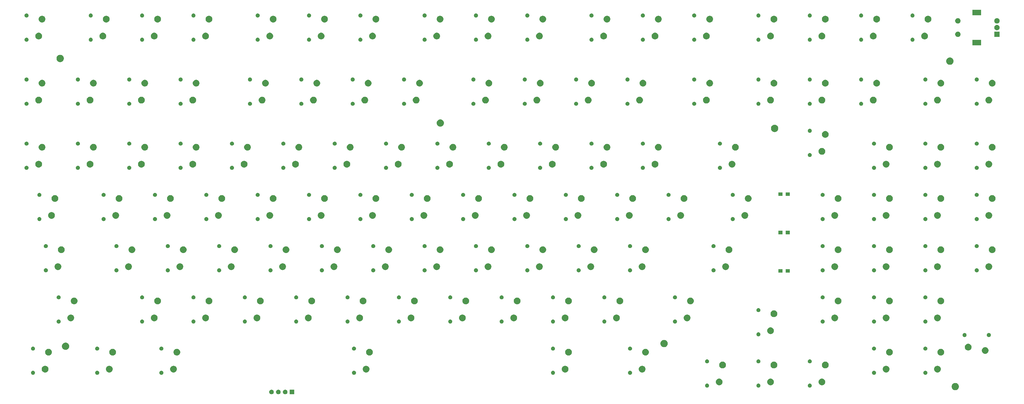
<source format=gts>
G04 #@! TF.GenerationSoftware,KiCad,Pcbnew,(5.0.1)-4*
G04 #@! TF.CreationDate,2018-12-08T05:26:55-08:00*
G04 #@! TF.ProjectId,cbc1,636263312E6B696361645F7063620000,rev?*
G04 #@! TF.SameCoordinates,Original*
G04 #@! TF.FileFunction,Soldermask,Top*
G04 #@! TF.FilePolarity,Negative*
%FSLAX46Y46*%
G04 Gerber Fmt 4.6, Leading zero omitted, Abs format (unit mm)*
G04 Created by KiCad (PCBNEW (5.0.1)-4) date 12/8/2018 5:26:55 AM*
%MOMM*%
%LPD*%
G01*
G04 APERTURE LIST*
%ADD10C,0.100000*%
G04 APERTURE END LIST*
D10*
G36*
X123086630Y-164162299D02*
X123246855Y-164210903D01*
X123394520Y-164289831D01*
X123523949Y-164396051D01*
X123630169Y-164525480D01*
X123709097Y-164673145D01*
X123757701Y-164833370D01*
X123774112Y-165000000D01*
X123757701Y-165166630D01*
X123709097Y-165326855D01*
X123630169Y-165474520D01*
X123523949Y-165603949D01*
X123394520Y-165710169D01*
X123246855Y-165789097D01*
X123086630Y-165837701D01*
X122961752Y-165850000D01*
X122878248Y-165850000D01*
X122753370Y-165837701D01*
X122593145Y-165789097D01*
X122445480Y-165710169D01*
X122316051Y-165603949D01*
X122209831Y-165474520D01*
X122130903Y-165326855D01*
X122082299Y-165166630D01*
X122065888Y-165000000D01*
X122082299Y-164833370D01*
X122130903Y-164673145D01*
X122209831Y-164525480D01*
X122316051Y-164396051D01*
X122445480Y-164289831D01*
X122593145Y-164210903D01*
X122753370Y-164162299D01*
X122878248Y-164150000D01*
X122961752Y-164150000D01*
X123086630Y-164162299D01*
X123086630Y-164162299D01*
G37*
G36*
X125626630Y-164162299D02*
X125786855Y-164210903D01*
X125934520Y-164289831D01*
X126063949Y-164396051D01*
X126170169Y-164525480D01*
X126249097Y-164673145D01*
X126297701Y-164833370D01*
X126314112Y-165000000D01*
X126297701Y-165166630D01*
X126249097Y-165326855D01*
X126170169Y-165474520D01*
X126063949Y-165603949D01*
X125934520Y-165710169D01*
X125786855Y-165789097D01*
X125626630Y-165837701D01*
X125501752Y-165850000D01*
X125418248Y-165850000D01*
X125293370Y-165837701D01*
X125133145Y-165789097D01*
X124985480Y-165710169D01*
X124856051Y-165603949D01*
X124749831Y-165474520D01*
X124670903Y-165326855D01*
X124622299Y-165166630D01*
X124605888Y-165000000D01*
X124622299Y-164833370D01*
X124670903Y-164673145D01*
X124749831Y-164525480D01*
X124856051Y-164396051D01*
X124985480Y-164289831D01*
X125133145Y-164210903D01*
X125293370Y-164162299D01*
X125418248Y-164150000D01*
X125501752Y-164150000D01*
X125626630Y-164162299D01*
X125626630Y-164162299D01*
G37*
G36*
X128850000Y-165850000D02*
X127150000Y-165850000D01*
X127150000Y-164150000D01*
X128850000Y-164150000D01*
X128850000Y-165850000D01*
X128850000Y-165850000D01*
G37*
G36*
X120546630Y-164162299D02*
X120706855Y-164210903D01*
X120854520Y-164289831D01*
X120983949Y-164396051D01*
X121090169Y-164525480D01*
X121169097Y-164673145D01*
X121217701Y-164833370D01*
X121234112Y-165000000D01*
X121217701Y-165166630D01*
X121169097Y-165326855D01*
X121090169Y-165474520D01*
X120983949Y-165603949D01*
X120854520Y-165710169D01*
X120706855Y-165789097D01*
X120546630Y-165837701D01*
X120421752Y-165850000D01*
X120338248Y-165850000D01*
X120213370Y-165837701D01*
X120053145Y-165789097D01*
X119905480Y-165710169D01*
X119776051Y-165603949D01*
X119669831Y-165474520D01*
X119590903Y-165326855D01*
X119542299Y-165166630D01*
X119525888Y-165000000D01*
X119542299Y-164833370D01*
X119590903Y-164673145D01*
X119669831Y-164525480D01*
X119776051Y-164396051D01*
X119905480Y-164289831D01*
X120053145Y-164210903D01*
X120213370Y-164162299D01*
X120338248Y-164150000D01*
X120421752Y-164150000D01*
X120546630Y-164162299D01*
X120546630Y-164162299D01*
G37*
G36*
X374393778Y-161701879D02*
X374639466Y-161803646D01*
X374860578Y-161951389D01*
X375048611Y-162139422D01*
X375196354Y-162360534D01*
X375298121Y-162606222D01*
X375350000Y-162867035D01*
X375350000Y-163132965D01*
X375298121Y-163393778D01*
X375196354Y-163639466D01*
X375048611Y-163860578D01*
X374860578Y-164048611D01*
X374639466Y-164196354D01*
X374393778Y-164298121D01*
X374132965Y-164350000D01*
X373867035Y-164350000D01*
X373606222Y-164298121D01*
X373360534Y-164196354D01*
X373139422Y-164048611D01*
X372951389Y-163860578D01*
X372803646Y-163639466D01*
X372701879Y-163393778D01*
X372650000Y-163132965D01*
X372650000Y-162867035D01*
X372701879Y-162606222D01*
X372803646Y-162360534D01*
X372951389Y-162139422D01*
X373139422Y-161951389D01*
X373360534Y-161803646D01*
X373606222Y-161701879D01*
X373867035Y-161650000D01*
X374132965Y-161650000D01*
X374393778Y-161701879D01*
X374393778Y-161701879D01*
G37*
G36*
X301133818Y-161876911D02*
X301206267Y-161891322D01*
X301262803Y-161914740D01*
X301342757Y-161947858D01*
X301465600Y-162029939D01*
X301570061Y-162134400D01*
X301652142Y-162257243D01*
X301685260Y-162337197D01*
X301698945Y-162370235D01*
X301708678Y-162393734D01*
X301737500Y-162538630D01*
X301737500Y-162686370D01*
X301708678Y-162831266D01*
X301652142Y-162967757D01*
X301570061Y-163090600D01*
X301465600Y-163195061D01*
X301342757Y-163277142D01*
X301262803Y-163310260D01*
X301206267Y-163333678D01*
X301133818Y-163348089D01*
X301061370Y-163362500D01*
X300913630Y-163362500D01*
X300841182Y-163348089D01*
X300768733Y-163333678D01*
X300712197Y-163310260D01*
X300632243Y-163277142D01*
X300509400Y-163195061D01*
X300404939Y-163090600D01*
X300322858Y-162967757D01*
X300266322Y-162831266D01*
X300237500Y-162686370D01*
X300237500Y-162538630D01*
X300266322Y-162393734D01*
X300276056Y-162370235D01*
X300289740Y-162337197D01*
X300322858Y-162257243D01*
X300404939Y-162134400D01*
X300509400Y-162029939D01*
X300632243Y-161947858D01*
X300712197Y-161914740D01*
X300768733Y-161891322D01*
X300841182Y-161876911D01*
X300913630Y-161862500D01*
X301061370Y-161862500D01*
X301133818Y-161876911D01*
X301133818Y-161876911D01*
G37*
G36*
X320183818Y-161876911D02*
X320256267Y-161891322D01*
X320312803Y-161914740D01*
X320392757Y-161947858D01*
X320515600Y-162029939D01*
X320620061Y-162134400D01*
X320702142Y-162257243D01*
X320735260Y-162337197D01*
X320748945Y-162370235D01*
X320758678Y-162393734D01*
X320787500Y-162538630D01*
X320787500Y-162686370D01*
X320758678Y-162831266D01*
X320702142Y-162967757D01*
X320620061Y-163090600D01*
X320515600Y-163195061D01*
X320392757Y-163277142D01*
X320312803Y-163310260D01*
X320256267Y-163333678D01*
X320183818Y-163348089D01*
X320111370Y-163362500D01*
X319963630Y-163362500D01*
X319891182Y-163348089D01*
X319818733Y-163333678D01*
X319762197Y-163310260D01*
X319682243Y-163277142D01*
X319559400Y-163195061D01*
X319454939Y-163090600D01*
X319372858Y-162967757D01*
X319316322Y-162831266D01*
X319287500Y-162686370D01*
X319287500Y-162538630D01*
X319316322Y-162393734D01*
X319326056Y-162370235D01*
X319339740Y-162337197D01*
X319372858Y-162257243D01*
X319454939Y-162134400D01*
X319559400Y-162029939D01*
X319682243Y-161947858D01*
X319762197Y-161914740D01*
X319818733Y-161891322D01*
X319891182Y-161876911D01*
X319963630Y-161862500D01*
X320111370Y-161862500D01*
X320183818Y-161876911D01*
X320183818Y-161876911D01*
G37*
G36*
X282083818Y-161876911D02*
X282156267Y-161891322D01*
X282212803Y-161914740D01*
X282292757Y-161947858D01*
X282415600Y-162029939D01*
X282520061Y-162134400D01*
X282602142Y-162257243D01*
X282635260Y-162337197D01*
X282648945Y-162370235D01*
X282658678Y-162393734D01*
X282687500Y-162538630D01*
X282687500Y-162686370D01*
X282658678Y-162831266D01*
X282602142Y-162967757D01*
X282520061Y-163090600D01*
X282415600Y-163195061D01*
X282292757Y-163277142D01*
X282212803Y-163310260D01*
X282156267Y-163333678D01*
X282083818Y-163348089D01*
X282011370Y-163362500D01*
X281863630Y-163362500D01*
X281791182Y-163348089D01*
X281718733Y-163333678D01*
X281662197Y-163310260D01*
X281582243Y-163277142D01*
X281459400Y-163195061D01*
X281354939Y-163090600D01*
X281272858Y-162967757D01*
X281216322Y-162831266D01*
X281187500Y-162686370D01*
X281187500Y-162538630D01*
X281216322Y-162393734D01*
X281226056Y-162370235D01*
X281239740Y-162337197D01*
X281272858Y-162257243D01*
X281354939Y-162134400D01*
X281459400Y-162029939D01*
X281582243Y-161947858D01*
X281662197Y-161914740D01*
X281718733Y-161891322D01*
X281791182Y-161876911D01*
X281863630Y-161862500D01*
X282011370Y-161862500D01*
X282083818Y-161876911D01*
X282083818Y-161876911D01*
G37*
G36*
X286802112Y-160060537D02*
X287029596Y-160154764D01*
X287234331Y-160291564D01*
X287408436Y-160465669D01*
X287545236Y-160670404D01*
X287639463Y-160897888D01*
X287687500Y-161139385D01*
X287687500Y-161385615D01*
X287639463Y-161627112D01*
X287545236Y-161854596D01*
X287408436Y-162059331D01*
X287234331Y-162233436D01*
X287029596Y-162370236D01*
X286802112Y-162464463D01*
X286560615Y-162512500D01*
X286314385Y-162512500D01*
X286072888Y-162464463D01*
X285845404Y-162370236D01*
X285640669Y-162233436D01*
X285466564Y-162059331D01*
X285329764Y-161854596D01*
X285235537Y-161627112D01*
X285187500Y-161385615D01*
X285187500Y-161139385D01*
X285235537Y-160897888D01*
X285329764Y-160670404D01*
X285466564Y-160465669D01*
X285640669Y-160291564D01*
X285845404Y-160154764D01*
X286072888Y-160060537D01*
X286314385Y-160012500D01*
X286560615Y-160012500D01*
X286802112Y-160060537D01*
X286802112Y-160060537D01*
G37*
G36*
X305852112Y-160060537D02*
X306079596Y-160154764D01*
X306284331Y-160291564D01*
X306458436Y-160465669D01*
X306595236Y-160670404D01*
X306689463Y-160897888D01*
X306737500Y-161139385D01*
X306737500Y-161385615D01*
X306689463Y-161627112D01*
X306595236Y-161854596D01*
X306458436Y-162059331D01*
X306284331Y-162233436D01*
X306079596Y-162370236D01*
X305852112Y-162464463D01*
X305610615Y-162512500D01*
X305364385Y-162512500D01*
X305122888Y-162464463D01*
X304895404Y-162370236D01*
X304690669Y-162233436D01*
X304516564Y-162059331D01*
X304379764Y-161854596D01*
X304285537Y-161627112D01*
X304237500Y-161385615D01*
X304237500Y-161139385D01*
X304285537Y-160897888D01*
X304379764Y-160670404D01*
X304516564Y-160465669D01*
X304690669Y-160291564D01*
X304895404Y-160154764D01*
X305122888Y-160060537D01*
X305364385Y-160012500D01*
X305610615Y-160012500D01*
X305852112Y-160060537D01*
X305852112Y-160060537D01*
G37*
G36*
X324902112Y-160060537D02*
X325129596Y-160154764D01*
X325334331Y-160291564D01*
X325508436Y-160465669D01*
X325645236Y-160670404D01*
X325739463Y-160897888D01*
X325787500Y-161139385D01*
X325787500Y-161385615D01*
X325739463Y-161627112D01*
X325645236Y-161854596D01*
X325508436Y-162059331D01*
X325334331Y-162233436D01*
X325129596Y-162370236D01*
X324902112Y-162464463D01*
X324660615Y-162512500D01*
X324414385Y-162512500D01*
X324172888Y-162464463D01*
X323945404Y-162370236D01*
X323740669Y-162233436D01*
X323566564Y-162059331D01*
X323429764Y-161854596D01*
X323335537Y-161627112D01*
X323287500Y-161385615D01*
X323287500Y-161139385D01*
X323335537Y-160897888D01*
X323429764Y-160670404D01*
X323566564Y-160465669D01*
X323740669Y-160291564D01*
X323945404Y-160154764D01*
X324172888Y-160060537D01*
X324414385Y-160012500D01*
X324660615Y-160012500D01*
X324902112Y-160060537D01*
X324902112Y-160060537D01*
G37*
G36*
X224933818Y-157114411D02*
X225006267Y-157128822D01*
X225062803Y-157152240D01*
X225142757Y-157185358D01*
X225265600Y-157267439D01*
X225370061Y-157371900D01*
X225452142Y-157494743D01*
X225485260Y-157574697D01*
X225498945Y-157607735D01*
X225508678Y-157631234D01*
X225537500Y-157776130D01*
X225537500Y-157923870D01*
X225508678Y-158068766D01*
X225452142Y-158205257D01*
X225370061Y-158328100D01*
X225265600Y-158432561D01*
X225142757Y-158514642D01*
X225062803Y-158547760D01*
X225006267Y-158571178D01*
X224933818Y-158585589D01*
X224861370Y-158600000D01*
X224713630Y-158600000D01*
X224641182Y-158585589D01*
X224568733Y-158571178D01*
X224512197Y-158547760D01*
X224432243Y-158514642D01*
X224309400Y-158432561D01*
X224204939Y-158328100D01*
X224122858Y-158205257D01*
X224066322Y-158068766D01*
X224037500Y-157923870D01*
X224037500Y-157776130D01*
X224066322Y-157631234D01*
X224076056Y-157607735D01*
X224089740Y-157574697D01*
X224122858Y-157494743D01*
X224204939Y-157371900D01*
X224309400Y-157267439D01*
X224432243Y-157185358D01*
X224512197Y-157152240D01*
X224568733Y-157128822D01*
X224641182Y-157114411D01*
X224713630Y-157100000D01*
X224861370Y-157100000D01*
X224933818Y-157114411D01*
X224933818Y-157114411D01*
G37*
G36*
X79677568Y-157114411D02*
X79750017Y-157128822D01*
X79806553Y-157152240D01*
X79886507Y-157185358D01*
X80009350Y-157267439D01*
X80113811Y-157371900D01*
X80195892Y-157494743D01*
X80229010Y-157574697D01*
X80242695Y-157607735D01*
X80252428Y-157631234D01*
X80281250Y-157776130D01*
X80281250Y-157923870D01*
X80252428Y-158068766D01*
X80195892Y-158205257D01*
X80113811Y-158328100D01*
X80009350Y-158432561D01*
X79886507Y-158514642D01*
X79806553Y-158547760D01*
X79750017Y-158571178D01*
X79677568Y-158585589D01*
X79605120Y-158600000D01*
X79457380Y-158600000D01*
X79384932Y-158585589D01*
X79312483Y-158571178D01*
X79255947Y-158547760D01*
X79175993Y-158514642D01*
X79053150Y-158432561D01*
X78948689Y-158328100D01*
X78866608Y-158205257D01*
X78810072Y-158068766D01*
X78781250Y-157923870D01*
X78781250Y-157776130D01*
X78810072Y-157631234D01*
X78819806Y-157607735D01*
X78833490Y-157574697D01*
X78866608Y-157494743D01*
X78948689Y-157371900D01*
X79053150Y-157267439D01*
X79175993Y-157185358D01*
X79255947Y-157152240D01*
X79312483Y-157128822D01*
X79384932Y-157114411D01*
X79457380Y-157100000D01*
X79605120Y-157100000D01*
X79677568Y-157114411D01*
X79677568Y-157114411D01*
G37*
G36*
X55865068Y-157114411D02*
X55937517Y-157128822D01*
X55994053Y-157152240D01*
X56074007Y-157185358D01*
X56196850Y-157267439D01*
X56301311Y-157371900D01*
X56383392Y-157494743D01*
X56416510Y-157574697D01*
X56430195Y-157607735D01*
X56439928Y-157631234D01*
X56468750Y-157776130D01*
X56468750Y-157923870D01*
X56439928Y-158068766D01*
X56383392Y-158205257D01*
X56301311Y-158328100D01*
X56196850Y-158432561D01*
X56074007Y-158514642D01*
X55994053Y-158547760D01*
X55937517Y-158571178D01*
X55865068Y-158585589D01*
X55792620Y-158600000D01*
X55644880Y-158600000D01*
X55572432Y-158585589D01*
X55499983Y-158571178D01*
X55443447Y-158547760D01*
X55363493Y-158514642D01*
X55240650Y-158432561D01*
X55136189Y-158328100D01*
X55054108Y-158205257D01*
X54997572Y-158068766D01*
X54968750Y-157923870D01*
X54968750Y-157776130D01*
X54997572Y-157631234D01*
X55007306Y-157607735D01*
X55020990Y-157574697D01*
X55054108Y-157494743D01*
X55136189Y-157371900D01*
X55240650Y-157267439D01*
X55363493Y-157185358D01*
X55443447Y-157152240D01*
X55499983Y-157128822D01*
X55572432Y-157114411D01*
X55644880Y-157100000D01*
X55792620Y-157100000D01*
X55865068Y-157114411D01*
X55865068Y-157114411D01*
G37*
G36*
X151115068Y-157114411D02*
X151187517Y-157128822D01*
X151244053Y-157152240D01*
X151324007Y-157185358D01*
X151446850Y-157267439D01*
X151551311Y-157371900D01*
X151633392Y-157494743D01*
X151666510Y-157574697D01*
X151680195Y-157607735D01*
X151689928Y-157631234D01*
X151718750Y-157776130D01*
X151718750Y-157923870D01*
X151689928Y-158068766D01*
X151633392Y-158205257D01*
X151551311Y-158328100D01*
X151446850Y-158432561D01*
X151324007Y-158514642D01*
X151244053Y-158547760D01*
X151187517Y-158571178D01*
X151115068Y-158585589D01*
X151042620Y-158600000D01*
X150894880Y-158600000D01*
X150822432Y-158585589D01*
X150749983Y-158571178D01*
X150693447Y-158547760D01*
X150613493Y-158514642D01*
X150490650Y-158432561D01*
X150386189Y-158328100D01*
X150304108Y-158205257D01*
X150247572Y-158068766D01*
X150218750Y-157923870D01*
X150218750Y-157776130D01*
X150247572Y-157631234D01*
X150257306Y-157607735D01*
X150270990Y-157574697D01*
X150304108Y-157494743D01*
X150386189Y-157371900D01*
X150490650Y-157267439D01*
X150613493Y-157185358D01*
X150693447Y-157152240D01*
X150749983Y-157128822D01*
X150822432Y-157114411D01*
X150894880Y-157100000D01*
X151042620Y-157100000D01*
X151115068Y-157114411D01*
X151115068Y-157114411D01*
G37*
G36*
X32052568Y-157114411D02*
X32125017Y-157128822D01*
X32181553Y-157152240D01*
X32261507Y-157185358D01*
X32384350Y-157267439D01*
X32488811Y-157371900D01*
X32570892Y-157494743D01*
X32604010Y-157574697D01*
X32617695Y-157607735D01*
X32627428Y-157631234D01*
X32656250Y-157776130D01*
X32656250Y-157923870D01*
X32627428Y-158068766D01*
X32570892Y-158205257D01*
X32488811Y-158328100D01*
X32384350Y-158432561D01*
X32261507Y-158514642D01*
X32181553Y-158547760D01*
X32125017Y-158571178D01*
X32052568Y-158585589D01*
X31980120Y-158600000D01*
X31832380Y-158600000D01*
X31759932Y-158585589D01*
X31687483Y-158571178D01*
X31630947Y-158547760D01*
X31550993Y-158514642D01*
X31428150Y-158432561D01*
X31323689Y-158328100D01*
X31241608Y-158205257D01*
X31185072Y-158068766D01*
X31156250Y-157923870D01*
X31156250Y-157776130D01*
X31185072Y-157631234D01*
X31194806Y-157607735D01*
X31208490Y-157574697D01*
X31241608Y-157494743D01*
X31323689Y-157371900D01*
X31428150Y-157267439D01*
X31550993Y-157185358D01*
X31630947Y-157152240D01*
X31687483Y-157128822D01*
X31759932Y-157114411D01*
X31832380Y-157100000D01*
X31980120Y-157100000D01*
X32052568Y-157114411D01*
X32052568Y-157114411D01*
G37*
G36*
X363046318Y-157114411D02*
X363118767Y-157128822D01*
X363175303Y-157152240D01*
X363255257Y-157185358D01*
X363378100Y-157267439D01*
X363482561Y-157371900D01*
X363564642Y-157494743D01*
X363597760Y-157574697D01*
X363611445Y-157607735D01*
X363621178Y-157631234D01*
X363650000Y-157776130D01*
X363650000Y-157923870D01*
X363621178Y-158068766D01*
X363564642Y-158205257D01*
X363482561Y-158328100D01*
X363378100Y-158432561D01*
X363255257Y-158514642D01*
X363175303Y-158547760D01*
X363118767Y-158571178D01*
X363046318Y-158585589D01*
X362973870Y-158600000D01*
X362826130Y-158600000D01*
X362753682Y-158585589D01*
X362681233Y-158571178D01*
X362624697Y-158547760D01*
X362544743Y-158514642D01*
X362421900Y-158432561D01*
X362317439Y-158328100D01*
X362235358Y-158205257D01*
X362178822Y-158068766D01*
X362150000Y-157923870D01*
X362150000Y-157776130D01*
X362178822Y-157631234D01*
X362188556Y-157607735D01*
X362202240Y-157574697D01*
X362235358Y-157494743D01*
X362317439Y-157371900D01*
X362421900Y-157267439D01*
X362544743Y-157185358D01*
X362624697Y-157152240D01*
X362681233Y-157128822D01*
X362753682Y-157114411D01*
X362826130Y-157100000D01*
X362973870Y-157100000D01*
X363046318Y-157114411D01*
X363046318Y-157114411D01*
G37*
G36*
X253508818Y-157114411D02*
X253581267Y-157128822D01*
X253637803Y-157152240D01*
X253717757Y-157185358D01*
X253840600Y-157267439D01*
X253945061Y-157371900D01*
X254027142Y-157494743D01*
X254060260Y-157574697D01*
X254073945Y-157607735D01*
X254083678Y-157631234D01*
X254112500Y-157776130D01*
X254112500Y-157923870D01*
X254083678Y-158068766D01*
X254027142Y-158205257D01*
X253945061Y-158328100D01*
X253840600Y-158432561D01*
X253717757Y-158514642D01*
X253637803Y-158547760D01*
X253581267Y-158571178D01*
X253508818Y-158585589D01*
X253436370Y-158600000D01*
X253288630Y-158600000D01*
X253216182Y-158585589D01*
X253143733Y-158571178D01*
X253087197Y-158547760D01*
X253007243Y-158514642D01*
X252884400Y-158432561D01*
X252779939Y-158328100D01*
X252697858Y-158205257D01*
X252641322Y-158068766D01*
X252612500Y-157923870D01*
X252612500Y-157776130D01*
X252641322Y-157631234D01*
X252651056Y-157607735D01*
X252664740Y-157574697D01*
X252697858Y-157494743D01*
X252779939Y-157371900D01*
X252884400Y-157267439D01*
X253007243Y-157185358D01*
X253087197Y-157152240D01*
X253143733Y-157128822D01*
X253216182Y-157114411D01*
X253288630Y-157100000D01*
X253436370Y-157100000D01*
X253508818Y-157114411D01*
X253508818Y-157114411D01*
G37*
G36*
X343996318Y-157114411D02*
X344068767Y-157128822D01*
X344125303Y-157152240D01*
X344205257Y-157185358D01*
X344328100Y-157267439D01*
X344432561Y-157371900D01*
X344514642Y-157494743D01*
X344547760Y-157574697D01*
X344561445Y-157607735D01*
X344571178Y-157631234D01*
X344600000Y-157776130D01*
X344600000Y-157923870D01*
X344571178Y-158068766D01*
X344514642Y-158205257D01*
X344432561Y-158328100D01*
X344328100Y-158432561D01*
X344205257Y-158514642D01*
X344125303Y-158547760D01*
X344068767Y-158571178D01*
X343996318Y-158585589D01*
X343923870Y-158600000D01*
X343776130Y-158600000D01*
X343703682Y-158585589D01*
X343631233Y-158571178D01*
X343574697Y-158547760D01*
X343494743Y-158514642D01*
X343371900Y-158432561D01*
X343267439Y-158328100D01*
X343185358Y-158205257D01*
X343128822Y-158068766D01*
X343100000Y-157923870D01*
X343100000Y-157776130D01*
X343128822Y-157631234D01*
X343138556Y-157607735D01*
X343152240Y-157574697D01*
X343185358Y-157494743D01*
X343267439Y-157371900D01*
X343371900Y-157267439D01*
X343494743Y-157185358D01*
X343574697Y-157152240D01*
X343631233Y-157128822D01*
X343703682Y-157114411D01*
X343776130Y-157100000D01*
X343923870Y-157100000D01*
X343996318Y-157114411D01*
X343996318Y-157114411D01*
G37*
G36*
X229652112Y-155298037D02*
X229879596Y-155392264D01*
X230084331Y-155529064D01*
X230258436Y-155703169D01*
X230395236Y-155907904D01*
X230489463Y-156135388D01*
X230537500Y-156376885D01*
X230537500Y-156623115D01*
X230489463Y-156864612D01*
X230395236Y-157092096D01*
X230258436Y-157296831D01*
X230084331Y-157470936D01*
X229879596Y-157607736D01*
X229652112Y-157701963D01*
X229410615Y-157750000D01*
X229164385Y-157750000D01*
X228922888Y-157701963D01*
X228695404Y-157607736D01*
X228490669Y-157470936D01*
X228316564Y-157296831D01*
X228179764Y-157092096D01*
X228085537Y-156864612D01*
X228037500Y-156623115D01*
X228037500Y-156376885D01*
X228085537Y-156135388D01*
X228179764Y-155907904D01*
X228316564Y-155703169D01*
X228490669Y-155529064D01*
X228695404Y-155392264D01*
X228922888Y-155298037D01*
X229164385Y-155250000D01*
X229410615Y-155250000D01*
X229652112Y-155298037D01*
X229652112Y-155298037D01*
G37*
G36*
X348714612Y-155298037D02*
X348942096Y-155392264D01*
X349146831Y-155529064D01*
X349320936Y-155703169D01*
X349457736Y-155907904D01*
X349551963Y-156135388D01*
X349600000Y-156376885D01*
X349600000Y-156623115D01*
X349551963Y-156864612D01*
X349457736Y-157092096D01*
X349320936Y-157296831D01*
X349146831Y-157470936D01*
X348942096Y-157607736D01*
X348714612Y-157701963D01*
X348473115Y-157750000D01*
X348226885Y-157750000D01*
X347985388Y-157701963D01*
X347757904Y-157607736D01*
X347553169Y-157470936D01*
X347379064Y-157296831D01*
X347242264Y-157092096D01*
X347148037Y-156864612D01*
X347100000Y-156623115D01*
X347100000Y-156376885D01*
X347148037Y-156135388D01*
X347242264Y-155907904D01*
X347379064Y-155703169D01*
X347553169Y-155529064D01*
X347757904Y-155392264D01*
X347985388Y-155298037D01*
X348226885Y-155250000D01*
X348473115Y-155250000D01*
X348714612Y-155298037D01*
X348714612Y-155298037D01*
G37*
G36*
X258227112Y-155298037D02*
X258454596Y-155392264D01*
X258659331Y-155529064D01*
X258833436Y-155703169D01*
X258970236Y-155907904D01*
X259064463Y-156135388D01*
X259112500Y-156376885D01*
X259112500Y-156623115D01*
X259064463Y-156864612D01*
X258970236Y-157092096D01*
X258833436Y-157296831D01*
X258659331Y-157470936D01*
X258454596Y-157607736D01*
X258227112Y-157701963D01*
X257985615Y-157750000D01*
X257739385Y-157750000D01*
X257497888Y-157701963D01*
X257270404Y-157607736D01*
X257065669Y-157470936D01*
X256891564Y-157296831D01*
X256754764Y-157092096D01*
X256660537Y-156864612D01*
X256612500Y-156623115D01*
X256612500Y-156376885D01*
X256660537Y-156135388D01*
X256754764Y-155907904D01*
X256891564Y-155703169D01*
X257065669Y-155529064D01*
X257270404Y-155392264D01*
X257497888Y-155298037D01*
X257739385Y-155250000D01*
X257985615Y-155250000D01*
X258227112Y-155298037D01*
X258227112Y-155298037D01*
G37*
G36*
X367764612Y-155298037D02*
X367992096Y-155392264D01*
X368196831Y-155529064D01*
X368370936Y-155703169D01*
X368507736Y-155907904D01*
X368601963Y-156135388D01*
X368650000Y-156376885D01*
X368650000Y-156623115D01*
X368601963Y-156864612D01*
X368507736Y-157092096D01*
X368370936Y-157296831D01*
X368196831Y-157470936D01*
X367992096Y-157607736D01*
X367764612Y-157701963D01*
X367523115Y-157750000D01*
X367276885Y-157750000D01*
X367035388Y-157701963D01*
X366807904Y-157607736D01*
X366603169Y-157470936D01*
X366429064Y-157296831D01*
X366292264Y-157092096D01*
X366198037Y-156864612D01*
X366150000Y-156623115D01*
X366150000Y-156376885D01*
X366198037Y-156135388D01*
X366292264Y-155907904D01*
X366429064Y-155703169D01*
X366603169Y-155529064D01*
X366807904Y-155392264D01*
X367035388Y-155298037D01*
X367276885Y-155250000D01*
X367523115Y-155250000D01*
X367764612Y-155298037D01*
X367764612Y-155298037D01*
G37*
G36*
X84395862Y-155298037D02*
X84623346Y-155392264D01*
X84828081Y-155529064D01*
X85002186Y-155703169D01*
X85138986Y-155907904D01*
X85233213Y-156135388D01*
X85281250Y-156376885D01*
X85281250Y-156623115D01*
X85233213Y-156864612D01*
X85138986Y-157092096D01*
X85002186Y-157296831D01*
X84828081Y-157470936D01*
X84623346Y-157607736D01*
X84395862Y-157701963D01*
X84154365Y-157750000D01*
X83908135Y-157750000D01*
X83666638Y-157701963D01*
X83439154Y-157607736D01*
X83234419Y-157470936D01*
X83060314Y-157296831D01*
X82923514Y-157092096D01*
X82829287Y-156864612D01*
X82781250Y-156623115D01*
X82781250Y-156376885D01*
X82829287Y-156135388D01*
X82923514Y-155907904D01*
X83060314Y-155703169D01*
X83234419Y-155529064D01*
X83439154Y-155392264D01*
X83666638Y-155298037D01*
X83908135Y-155250000D01*
X84154365Y-155250000D01*
X84395862Y-155298037D01*
X84395862Y-155298037D01*
G37*
G36*
X155833362Y-155298037D02*
X156060846Y-155392264D01*
X156265581Y-155529064D01*
X156439686Y-155703169D01*
X156576486Y-155907904D01*
X156670713Y-156135388D01*
X156718750Y-156376885D01*
X156718750Y-156623115D01*
X156670713Y-156864612D01*
X156576486Y-157092096D01*
X156439686Y-157296831D01*
X156265581Y-157470936D01*
X156060846Y-157607736D01*
X155833362Y-157701963D01*
X155591865Y-157750000D01*
X155345635Y-157750000D01*
X155104138Y-157701963D01*
X154876654Y-157607736D01*
X154671919Y-157470936D01*
X154497814Y-157296831D01*
X154361014Y-157092096D01*
X154266787Y-156864612D01*
X154218750Y-156623115D01*
X154218750Y-156376885D01*
X154266787Y-156135388D01*
X154361014Y-155907904D01*
X154497814Y-155703169D01*
X154671919Y-155529064D01*
X154876654Y-155392264D01*
X155104138Y-155298037D01*
X155345635Y-155250000D01*
X155591865Y-155250000D01*
X155833362Y-155298037D01*
X155833362Y-155298037D01*
G37*
G36*
X60583362Y-155298037D02*
X60810846Y-155392264D01*
X61015581Y-155529064D01*
X61189686Y-155703169D01*
X61326486Y-155907904D01*
X61420713Y-156135388D01*
X61468750Y-156376885D01*
X61468750Y-156623115D01*
X61420713Y-156864612D01*
X61326486Y-157092096D01*
X61189686Y-157296831D01*
X61015581Y-157470936D01*
X60810846Y-157607736D01*
X60583362Y-157701963D01*
X60341865Y-157750000D01*
X60095635Y-157750000D01*
X59854138Y-157701963D01*
X59626654Y-157607736D01*
X59421919Y-157470936D01*
X59247814Y-157296831D01*
X59111014Y-157092096D01*
X59016787Y-156864612D01*
X58968750Y-156623115D01*
X58968750Y-156376885D01*
X59016787Y-156135388D01*
X59111014Y-155907904D01*
X59247814Y-155703169D01*
X59421919Y-155529064D01*
X59626654Y-155392264D01*
X59854138Y-155298037D01*
X60095635Y-155250000D01*
X60341865Y-155250000D01*
X60583362Y-155298037D01*
X60583362Y-155298037D01*
G37*
G36*
X36770862Y-155298037D02*
X36998346Y-155392264D01*
X37203081Y-155529064D01*
X37377186Y-155703169D01*
X37513986Y-155907904D01*
X37608213Y-156135388D01*
X37656250Y-156376885D01*
X37656250Y-156623115D01*
X37608213Y-156864612D01*
X37513986Y-157092096D01*
X37377186Y-157296831D01*
X37203081Y-157470936D01*
X36998346Y-157607736D01*
X36770862Y-157701963D01*
X36529365Y-157750000D01*
X36283135Y-157750000D01*
X36041638Y-157701963D01*
X35814154Y-157607736D01*
X35609419Y-157470936D01*
X35435314Y-157296831D01*
X35298514Y-157092096D01*
X35204287Y-156864612D01*
X35156250Y-156623115D01*
X35156250Y-156376885D01*
X35204287Y-156135388D01*
X35298514Y-155907904D01*
X35435314Y-155703169D01*
X35609419Y-155529064D01*
X35814154Y-155392264D01*
X36041638Y-155298037D01*
X36283135Y-155250000D01*
X36529365Y-155250000D01*
X36770862Y-155298037D01*
X36770862Y-155298037D01*
G37*
G36*
X288052112Y-153760537D02*
X288279596Y-153854764D01*
X288484331Y-153991564D01*
X288658436Y-154165669D01*
X288795236Y-154370404D01*
X288889463Y-154597888D01*
X288937500Y-154839385D01*
X288937500Y-155085615D01*
X288889463Y-155327112D01*
X288795236Y-155554596D01*
X288658436Y-155759331D01*
X288484331Y-155933436D01*
X288279596Y-156070236D01*
X288052112Y-156164463D01*
X287810615Y-156212500D01*
X287564385Y-156212500D01*
X287322888Y-156164463D01*
X287095404Y-156070236D01*
X286890669Y-155933436D01*
X286716564Y-155759331D01*
X286579764Y-155554596D01*
X286485537Y-155327112D01*
X286437500Y-155085615D01*
X286437500Y-154839385D01*
X286485537Y-154597888D01*
X286579764Y-154370404D01*
X286716564Y-154165669D01*
X286890669Y-153991564D01*
X287095404Y-153854764D01*
X287322888Y-153760537D01*
X287564385Y-153712500D01*
X287810615Y-153712500D01*
X288052112Y-153760537D01*
X288052112Y-153760537D01*
G37*
G36*
X326152112Y-153760537D02*
X326379596Y-153854764D01*
X326584331Y-153991564D01*
X326758436Y-154165669D01*
X326895236Y-154370404D01*
X326989463Y-154597888D01*
X327037500Y-154839385D01*
X327037500Y-155085615D01*
X326989463Y-155327112D01*
X326895236Y-155554596D01*
X326758436Y-155759331D01*
X326584331Y-155933436D01*
X326379596Y-156070236D01*
X326152112Y-156164463D01*
X325910615Y-156212500D01*
X325664385Y-156212500D01*
X325422888Y-156164463D01*
X325195404Y-156070236D01*
X324990669Y-155933436D01*
X324816564Y-155759331D01*
X324679764Y-155554596D01*
X324585537Y-155327112D01*
X324537500Y-155085615D01*
X324537500Y-154839385D01*
X324585537Y-154597888D01*
X324679764Y-154370404D01*
X324816564Y-154165669D01*
X324990669Y-153991564D01*
X325195404Y-153854764D01*
X325422888Y-153760537D01*
X325664385Y-153712500D01*
X325910615Y-153712500D01*
X326152112Y-153760537D01*
X326152112Y-153760537D01*
G37*
G36*
X307102112Y-153760537D02*
X307329596Y-153854764D01*
X307534331Y-153991564D01*
X307708436Y-154165669D01*
X307845236Y-154370404D01*
X307939463Y-154597888D01*
X307987500Y-154839385D01*
X307987500Y-155085615D01*
X307939463Y-155327112D01*
X307845236Y-155554596D01*
X307708436Y-155759331D01*
X307534331Y-155933436D01*
X307329596Y-156070236D01*
X307102112Y-156164463D01*
X306860615Y-156212500D01*
X306614385Y-156212500D01*
X306372888Y-156164463D01*
X306145404Y-156070236D01*
X305940669Y-155933436D01*
X305766564Y-155759331D01*
X305629764Y-155554596D01*
X305535537Y-155327112D01*
X305487500Y-155085615D01*
X305487500Y-154839385D01*
X305535537Y-154597888D01*
X305629764Y-154370404D01*
X305766564Y-154165669D01*
X305940669Y-153991564D01*
X306145404Y-153854764D01*
X306372888Y-153760537D01*
X306614385Y-153712500D01*
X306860615Y-153712500D01*
X307102112Y-153760537D01*
X307102112Y-153760537D01*
G37*
G36*
X282083818Y-152876911D02*
X282156267Y-152891322D01*
X282212803Y-152914740D01*
X282292757Y-152947858D01*
X282415600Y-153029939D01*
X282520061Y-153134400D01*
X282602142Y-153257243D01*
X282635260Y-153337197D01*
X282658678Y-153393733D01*
X282687500Y-153538631D01*
X282687500Y-153686369D01*
X282658678Y-153831267D01*
X282635260Y-153887803D01*
X282602142Y-153967757D01*
X282520061Y-154090600D01*
X282415600Y-154195061D01*
X282292757Y-154277142D01*
X282212803Y-154310260D01*
X282156267Y-154333678D01*
X282083818Y-154348089D01*
X282011370Y-154362500D01*
X281863630Y-154362500D01*
X281791182Y-154348089D01*
X281718733Y-154333678D01*
X281662197Y-154310260D01*
X281582243Y-154277142D01*
X281459400Y-154195061D01*
X281354939Y-154090600D01*
X281272858Y-153967757D01*
X281239740Y-153887803D01*
X281216322Y-153831267D01*
X281187500Y-153686369D01*
X281187500Y-153538631D01*
X281216322Y-153393733D01*
X281239740Y-153337197D01*
X281272858Y-153257243D01*
X281354939Y-153134400D01*
X281459400Y-153029939D01*
X281582243Y-152947858D01*
X281662197Y-152914740D01*
X281718733Y-152891322D01*
X281791182Y-152876911D01*
X281863630Y-152862500D01*
X282011370Y-152862500D01*
X282083818Y-152876911D01*
X282083818Y-152876911D01*
G37*
G36*
X301133818Y-152876911D02*
X301206267Y-152891322D01*
X301262803Y-152914740D01*
X301342757Y-152947858D01*
X301465600Y-153029939D01*
X301570061Y-153134400D01*
X301652142Y-153257243D01*
X301685260Y-153337197D01*
X301708678Y-153393733D01*
X301737500Y-153538631D01*
X301737500Y-153686369D01*
X301708678Y-153831267D01*
X301685260Y-153887803D01*
X301652142Y-153967757D01*
X301570061Y-154090600D01*
X301465600Y-154195061D01*
X301342757Y-154277142D01*
X301262803Y-154310260D01*
X301206267Y-154333678D01*
X301133818Y-154348089D01*
X301061370Y-154362500D01*
X300913630Y-154362500D01*
X300841182Y-154348089D01*
X300768733Y-154333678D01*
X300712197Y-154310260D01*
X300632243Y-154277142D01*
X300509400Y-154195061D01*
X300404939Y-154090600D01*
X300322858Y-153967757D01*
X300289740Y-153887803D01*
X300266322Y-153831267D01*
X300237500Y-153686369D01*
X300237500Y-153538631D01*
X300266322Y-153393733D01*
X300289740Y-153337197D01*
X300322858Y-153257243D01*
X300404939Y-153134400D01*
X300509400Y-153029939D01*
X300632243Y-152947858D01*
X300712197Y-152914740D01*
X300768733Y-152891322D01*
X300841182Y-152876911D01*
X300913630Y-152862500D01*
X301061370Y-152862500D01*
X301133818Y-152876911D01*
X301133818Y-152876911D01*
G37*
G36*
X320183818Y-152876911D02*
X320256267Y-152891322D01*
X320312803Y-152914740D01*
X320392757Y-152947858D01*
X320515600Y-153029939D01*
X320620061Y-153134400D01*
X320702142Y-153257243D01*
X320735260Y-153337197D01*
X320758678Y-153393733D01*
X320787500Y-153538631D01*
X320787500Y-153686369D01*
X320758678Y-153831267D01*
X320735260Y-153887803D01*
X320702142Y-153967757D01*
X320620061Y-154090600D01*
X320515600Y-154195061D01*
X320392757Y-154277142D01*
X320312803Y-154310260D01*
X320256267Y-154333678D01*
X320183818Y-154348089D01*
X320111370Y-154362500D01*
X319963630Y-154362500D01*
X319891182Y-154348089D01*
X319818733Y-154333678D01*
X319762197Y-154310260D01*
X319682243Y-154277142D01*
X319559400Y-154195061D01*
X319454939Y-154090600D01*
X319372858Y-153967757D01*
X319339740Y-153887803D01*
X319316322Y-153831267D01*
X319287500Y-153686369D01*
X319287500Y-153538631D01*
X319316322Y-153393733D01*
X319339740Y-153337197D01*
X319372858Y-153257243D01*
X319454939Y-153134400D01*
X319559400Y-153029939D01*
X319682243Y-152947858D01*
X319762197Y-152914740D01*
X319818733Y-152891322D01*
X319891182Y-152876911D01*
X319963630Y-152862500D01*
X320111370Y-152862500D01*
X320183818Y-152876911D01*
X320183818Y-152876911D01*
G37*
G36*
X259477112Y-148998037D02*
X259704596Y-149092264D01*
X259909331Y-149229064D01*
X260083436Y-149403169D01*
X260220236Y-149607904D01*
X260314463Y-149835388D01*
X260362500Y-150076885D01*
X260362500Y-150323115D01*
X260314463Y-150564612D01*
X260220236Y-150792096D01*
X260083436Y-150996831D01*
X259909331Y-151170936D01*
X259704596Y-151307736D01*
X259477112Y-151401963D01*
X259235615Y-151450000D01*
X258989385Y-151450000D01*
X258747888Y-151401963D01*
X258520404Y-151307736D01*
X258315669Y-151170936D01*
X258141564Y-150996831D01*
X258004764Y-150792096D01*
X257910537Y-150564612D01*
X257862500Y-150323115D01*
X257862500Y-150076885D01*
X257910537Y-149835388D01*
X258004764Y-149607904D01*
X258141564Y-149403169D01*
X258315669Y-149229064D01*
X258520404Y-149092264D01*
X258747888Y-148998037D01*
X258989385Y-148950000D01*
X259235615Y-148950000D01*
X259477112Y-148998037D01*
X259477112Y-148998037D01*
G37*
G36*
X230902112Y-148998037D02*
X231129596Y-149092264D01*
X231334331Y-149229064D01*
X231508436Y-149403169D01*
X231645236Y-149607904D01*
X231739463Y-149835388D01*
X231787500Y-150076885D01*
X231787500Y-150323115D01*
X231739463Y-150564612D01*
X231645236Y-150792096D01*
X231508436Y-150996831D01*
X231334331Y-151170936D01*
X231129596Y-151307736D01*
X230902112Y-151401963D01*
X230660615Y-151450000D01*
X230414385Y-151450000D01*
X230172888Y-151401963D01*
X229945404Y-151307736D01*
X229740669Y-151170936D01*
X229566564Y-150996831D01*
X229429764Y-150792096D01*
X229335537Y-150564612D01*
X229287500Y-150323115D01*
X229287500Y-150076885D01*
X229335537Y-149835388D01*
X229429764Y-149607904D01*
X229566564Y-149403169D01*
X229740669Y-149229064D01*
X229945404Y-149092264D01*
X230172888Y-148998037D01*
X230414385Y-148950000D01*
X230660615Y-148950000D01*
X230902112Y-148998037D01*
X230902112Y-148998037D01*
G37*
G36*
X85645862Y-148998037D02*
X85873346Y-149092264D01*
X86078081Y-149229064D01*
X86252186Y-149403169D01*
X86388986Y-149607904D01*
X86483213Y-149835388D01*
X86531250Y-150076885D01*
X86531250Y-150323115D01*
X86483213Y-150564612D01*
X86388986Y-150792096D01*
X86252186Y-150996831D01*
X86078081Y-151170936D01*
X85873346Y-151307736D01*
X85645862Y-151401963D01*
X85404365Y-151450000D01*
X85158135Y-151450000D01*
X84916638Y-151401963D01*
X84689154Y-151307736D01*
X84484419Y-151170936D01*
X84310314Y-150996831D01*
X84173514Y-150792096D01*
X84079287Y-150564612D01*
X84031250Y-150323115D01*
X84031250Y-150076885D01*
X84079287Y-149835388D01*
X84173514Y-149607904D01*
X84310314Y-149403169D01*
X84484419Y-149229064D01*
X84689154Y-149092264D01*
X84916638Y-148998037D01*
X85158135Y-148950000D01*
X85404365Y-148950000D01*
X85645862Y-148998037D01*
X85645862Y-148998037D01*
G37*
G36*
X61833362Y-148998037D02*
X62060846Y-149092264D01*
X62265581Y-149229064D01*
X62439686Y-149403169D01*
X62576486Y-149607904D01*
X62670713Y-149835388D01*
X62718750Y-150076885D01*
X62718750Y-150323115D01*
X62670713Y-150564612D01*
X62576486Y-150792096D01*
X62439686Y-150996831D01*
X62265581Y-151170936D01*
X62060846Y-151307736D01*
X61833362Y-151401963D01*
X61591865Y-151450000D01*
X61345635Y-151450000D01*
X61104138Y-151401963D01*
X60876654Y-151307736D01*
X60671919Y-151170936D01*
X60497814Y-150996831D01*
X60361014Y-150792096D01*
X60266787Y-150564612D01*
X60218750Y-150323115D01*
X60218750Y-150076885D01*
X60266787Y-149835388D01*
X60361014Y-149607904D01*
X60497814Y-149403169D01*
X60671919Y-149229064D01*
X60876654Y-149092264D01*
X61104138Y-148998037D01*
X61345635Y-148950000D01*
X61591865Y-148950000D01*
X61833362Y-148998037D01*
X61833362Y-148998037D01*
G37*
G36*
X38020862Y-148998037D02*
X38248346Y-149092264D01*
X38453081Y-149229064D01*
X38627186Y-149403169D01*
X38763986Y-149607904D01*
X38858213Y-149835388D01*
X38906250Y-150076885D01*
X38906250Y-150323115D01*
X38858213Y-150564612D01*
X38763986Y-150792096D01*
X38627186Y-150996831D01*
X38453081Y-151170936D01*
X38248346Y-151307736D01*
X38020862Y-151401963D01*
X37779365Y-151450000D01*
X37533135Y-151450000D01*
X37291638Y-151401963D01*
X37064154Y-151307736D01*
X36859419Y-151170936D01*
X36685314Y-150996831D01*
X36548514Y-150792096D01*
X36454287Y-150564612D01*
X36406250Y-150323115D01*
X36406250Y-150076885D01*
X36454287Y-149835388D01*
X36548514Y-149607904D01*
X36685314Y-149403169D01*
X36859419Y-149229064D01*
X37064154Y-149092264D01*
X37291638Y-148998037D01*
X37533135Y-148950000D01*
X37779365Y-148950000D01*
X38020862Y-148998037D01*
X38020862Y-148998037D01*
G37*
G36*
X157083362Y-148998037D02*
X157310846Y-149092264D01*
X157515581Y-149229064D01*
X157689686Y-149403169D01*
X157826486Y-149607904D01*
X157920713Y-149835388D01*
X157968750Y-150076885D01*
X157968750Y-150323115D01*
X157920713Y-150564612D01*
X157826486Y-150792096D01*
X157689686Y-150996831D01*
X157515581Y-151170936D01*
X157310846Y-151307736D01*
X157083362Y-151401963D01*
X156841865Y-151450000D01*
X156595635Y-151450000D01*
X156354138Y-151401963D01*
X156126654Y-151307736D01*
X155921919Y-151170936D01*
X155747814Y-150996831D01*
X155611014Y-150792096D01*
X155516787Y-150564612D01*
X155468750Y-150323115D01*
X155468750Y-150076885D01*
X155516787Y-149835388D01*
X155611014Y-149607904D01*
X155747814Y-149403169D01*
X155921919Y-149229064D01*
X156126654Y-149092264D01*
X156354138Y-148998037D01*
X156595635Y-148950000D01*
X156841865Y-148950000D01*
X157083362Y-148998037D01*
X157083362Y-148998037D01*
G37*
G36*
X369014612Y-148998037D02*
X369242096Y-149092264D01*
X369446831Y-149229064D01*
X369620936Y-149403169D01*
X369757736Y-149607904D01*
X369851963Y-149835388D01*
X369900000Y-150076885D01*
X369900000Y-150323115D01*
X369851963Y-150564612D01*
X369757736Y-150792096D01*
X369620936Y-150996831D01*
X369446831Y-151170936D01*
X369242096Y-151307736D01*
X369014612Y-151401963D01*
X368773115Y-151450000D01*
X368526885Y-151450000D01*
X368285388Y-151401963D01*
X368057904Y-151307736D01*
X367853169Y-151170936D01*
X367679064Y-150996831D01*
X367542264Y-150792096D01*
X367448037Y-150564612D01*
X367400000Y-150323115D01*
X367400000Y-150076885D01*
X367448037Y-149835388D01*
X367542264Y-149607904D01*
X367679064Y-149403169D01*
X367853169Y-149229064D01*
X368057904Y-149092264D01*
X368285388Y-148998037D01*
X368526885Y-148950000D01*
X368773115Y-148950000D01*
X369014612Y-148998037D01*
X369014612Y-148998037D01*
G37*
G36*
X349964612Y-148998037D02*
X350192096Y-149092264D01*
X350396831Y-149229064D01*
X350570936Y-149403169D01*
X350707736Y-149607904D01*
X350801963Y-149835388D01*
X350850000Y-150076885D01*
X350850000Y-150323115D01*
X350801963Y-150564612D01*
X350707736Y-150792096D01*
X350570936Y-150996831D01*
X350396831Y-151170936D01*
X350192096Y-151307736D01*
X349964612Y-151401963D01*
X349723115Y-151450000D01*
X349476885Y-151450000D01*
X349235388Y-151401963D01*
X349007904Y-151307736D01*
X348803169Y-151170936D01*
X348629064Y-150996831D01*
X348492264Y-150792096D01*
X348398037Y-150564612D01*
X348350000Y-150323115D01*
X348350000Y-150076885D01*
X348398037Y-149835388D01*
X348492264Y-149607904D01*
X348629064Y-149403169D01*
X348803169Y-149229064D01*
X349007904Y-149092264D01*
X349235388Y-148998037D01*
X349476885Y-148950000D01*
X349723115Y-148950000D01*
X349964612Y-148998037D01*
X349964612Y-148998037D01*
G37*
G36*
X385464612Y-148373037D02*
X385692096Y-148467264D01*
X385896831Y-148604064D01*
X386070936Y-148778169D01*
X386207736Y-148982904D01*
X386301963Y-149210388D01*
X386350000Y-149451885D01*
X386350000Y-149698115D01*
X386301963Y-149939612D01*
X386207736Y-150167096D01*
X386070936Y-150371831D01*
X385896831Y-150545936D01*
X385692096Y-150682736D01*
X385464612Y-150776963D01*
X385223115Y-150825000D01*
X384976885Y-150825000D01*
X384735388Y-150776963D01*
X384507904Y-150682736D01*
X384303169Y-150545936D01*
X384129064Y-150371831D01*
X383992264Y-150167096D01*
X383898037Y-149939612D01*
X383850000Y-149698115D01*
X383850000Y-149451885D01*
X383898037Y-149210388D01*
X383992264Y-148982904D01*
X384129064Y-148778169D01*
X384303169Y-148604064D01*
X384507904Y-148467264D01*
X384735388Y-148373037D01*
X384976885Y-148325000D01*
X385223115Y-148325000D01*
X385464612Y-148373037D01*
X385464612Y-148373037D01*
G37*
G36*
X363046318Y-148114411D02*
X363118767Y-148128822D01*
X363175303Y-148152240D01*
X363255257Y-148185358D01*
X363378100Y-148267439D01*
X363482561Y-148371900D01*
X363564642Y-148494743D01*
X363597760Y-148574697D01*
X363621178Y-148631233D01*
X363650000Y-148776131D01*
X363650000Y-148923869D01*
X363621178Y-149068767D01*
X363599199Y-149121828D01*
X363564642Y-149205257D01*
X363482561Y-149328100D01*
X363378100Y-149432561D01*
X363255257Y-149514642D01*
X363175303Y-149547760D01*
X363118767Y-149571178D01*
X363046318Y-149585589D01*
X362973870Y-149600000D01*
X362826130Y-149600000D01*
X362753682Y-149585589D01*
X362681233Y-149571178D01*
X362624697Y-149547760D01*
X362544743Y-149514642D01*
X362421900Y-149432561D01*
X362317439Y-149328100D01*
X362235358Y-149205257D01*
X362200801Y-149121828D01*
X362178822Y-149068767D01*
X362150000Y-148923869D01*
X362150000Y-148776131D01*
X362178822Y-148631233D01*
X362202240Y-148574697D01*
X362235358Y-148494743D01*
X362317439Y-148371900D01*
X362421900Y-148267439D01*
X362544743Y-148185358D01*
X362624697Y-148152240D01*
X362681233Y-148128822D01*
X362753682Y-148114411D01*
X362826130Y-148100000D01*
X362973870Y-148100000D01*
X363046318Y-148114411D01*
X363046318Y-148114411D01*
G37*
G36*
X224933818Y-148114411D02*
X225006267Y-148128822D01*
X225062803Y-148152240D01*
X225142757Y-148185358D01*
X225265600Y-148267439D01*
X225370061Y-148371900D01*
X225452142Y-148494743D01*
X225485260Y-148574697D01*
X225508678Y-148631233D01*
X225537500Y-148776131D01*
X225537500Y-148923869D01*
X225508678Y-149068767D01*
X225486699Y-149121828D01*
X225452142Y-149205257D01*
X225370061Y-149328100D01*
X225265600Y-149432561D01*
X225142757Y-149514642D01*
X225062803Y-149547760D01*
X225006267Y-149571178D01*
X224933818Y-149585589D01*
X224861370Y-149600000D01*
X224713630Y-149600000D01*
X224641182Y-149585589D01*
X224568733Y-149571178D01*
X224512197Y-149547760D01*
X224432243Y-149514642D01*
X224309400Y-149432561D01*
X224204939Y-149328100D01*
X224122858Y-149205257D01*
X224088301Y-149121828D01*
X224066322Y-149068767D01*
X224037500Y-148923869D01*
X224037500Y-148776131D01*
X224066322Y-148631233D01*
X224089740Y-148574697D01*
X224122858Y-148494743D01*
X224204939Y-148371900D01*
X224309400Y-148267439D01*
X224432243Y-148185358D01*
X224512197Y-148152240D01*
X224568733Y-148128822D01*
X224641182Y-148114411D01*
X224713630Y-148100000D01*
X224861370Y-148100000D01*
X224933818Y-148114411D01*
X224933818Y-148114411D01*
G37*
G36*
X79677568Y-148114411D02*
X79750017Y-148128822D01*
X79806553Y-148152240D01*
X79886507Y-148185358D01*
X80009350Y-148267439D01*
X80113811Y-148371900D01*
X80195892Y-148494743D01*
X80229010Y-148574697D01*
X80252428Y-148631233D01*
X80281250Y-148776131D01*
X80281250Y-148923869D01*
X80252428Y-149068767D01*
X80230449Y-149121828D01*
X80195892Y-149205257D01*
X80113811Y-149328100D01*
X80009350Y-149432561D01*
X79886507Y-149514642D01*
X79806553Y-149547760D01*
X79750017Y-149571178D01*
X79677568Y-149585589D01*
X79605120Y-149600000D01*
X79457380Y-149600000D01*
X79384932Y-149585589D01*
X79312483Y-149571178D01*
X79255947Y-149547760D01*
X79175993Y-149514642D01*
X79053150Y-149432561D01*
X78948689Y-149328100D01*
X78866608Y-149205257D01*
X78832051Y-149121828D01*
X78810072Y-149068767D01*
X78781250Y-148923869D01*
X78781250Y-148776131D01*
X78810072Y-148631233D01*
X78833490Y-148574697D01*
X78866608Y-148494743D01*
X78948689Y-148371900D01*
X79053150Y-148267439D01*
X79175993Y-148185358D01*
X79255947Y-148152240D01*
X79312483Y-148128822D01*
X79384932Y-148114411D01*
X79457380Y-148100000D01*
X79605120Y-148100000D01*
X79677568Y-148114411D01*
X79677568Y-148114411D01*
G37*
G36*
X253508818Y-148114411D02*
X253581267Y-148128822D01*
X253637803Y-148152240D01*
X253717757Y-148185358D01*
X253840600Y-148267439D01*
X253945061Y-148371900D01*
X254027142Y-148494743D01*
X254060260Y-148574697D01*
X254083678Y-148631233D01*
X254112500Y-148776131D01*
X254112500Y-148923869D01*
X254083678Y-149068767D01*
X254061699Y-149121828D01*
X254027142Y-149205257D01*
X253945061Y-149328100D01*
X253840600Y-149432561D01*
X253717757Y-149514642D01*
X253637803Y-149547760D01*
X253581267Y-149571178D01*
X253508818Y-149585589D01*
X253436370Y-149600000D01*
X253288630Y-149600000D01*
X253216182Y-149585589D01*
X253143733Y-149571178D01*
X253087197Y-149547760D01*
X253007243Y-149514642D01*
X252884400Y-149432561D01*
X252779939Y-149328100D01*
X252697858Y-149205257D01*
X252663301Y-149121828D01*
X252641322Y-149068767D01*
X252612500Y-148923869D01*
X252612500Y-148776131D01*
X252641322Y-148631233D01*
X252664740Y-148574697D01*
X252697858Y-148494743D01*
X252779939Y-148371900D01*
X252884400Y-148267439D01*
X253007243Y-148185358D01*
X253087197Y-148152240D01*
X253143733Y-148128822D01*
X253216182Y-148114411D01*
X253288630Y-148100000D01*
X253436370Y-148100000D01*
X253508818Y-148114411D01*
X253508818Y-148114411D01*
G37*
G36*
X343996318Y-148114411D02*
X344068767Y-148128822D01*
X344125303Y-148152240D01*
X344205257Y-148185358D01*
X344328100Y-148267439D01*
X344432561Y-148371900D01*
X344514642Y-148494743D01*
X344547760Y-148574697D01*
X344571178Y-148631233D01*
X344600000Y-148776131D01*
X344600000Y-148923869D01*
X344571178Y-149068767D01*
X344549199Y-149121828D01*
X344514642Y-149205257D01*
X344432561Y-149328100D01*
X344328100Y-149432561D01*
X344205257Y-149514642D01*
X344125303Y-149547760D01*
X344068767Y-149571178D01*
X343996318Y-149585589D01*
X343923870Y-149600000D01*
X343776130Y-149600000D01*
X343703682Y-149585589D01*
X343631233Y-149571178D01*
X343574697Y-149547760D01*
X343494743Y-149514642D01*
X343371900Y-149432561D01*
X343267439Y-149328100D01*
X343185358Y-149205257D01*
X343150801Y-149121828D01*
X343128822Y-149068767D01*
X343100000Y-148923869D01*
X343100000Y-148776131D01*
X343128822Y-148631233D01*
X343152240Y-148574697D01*
X343185358Y-148494743D01*
X343267439Y-148371900D01*
X343371900Y-148267439D01*
X343494743Y-148185358D01*
X343574697Y-148152240D01*
X343631233Y-148128822D01*
X343703682Y-148114411D01*
X343776130Y-148100000D01*
X343923870Y-148100000D01*
X343996318Y-148114411D01*
X343996318Y-148114411D01*
G37*
G36*
X55865068Y-148114411D02*
X55937517Y-148128822D01*
X55994053Y-148152240D01*
X56074007Y-148185358D01*
X56196850Y-148267439D01*
X56301311Y-148371900D01*
X56383392Y-148494743D01*
X56416510Y-148574697D01*
X56439928Y-148631233D01*
X56468750Y-148776131D01*
X56468750Y-148923869D01*
X56439928Y-149068767D01*
X56417949Y-149121828D01*
X56383392Y-149205257D01*
X56301311Y-149328100D01*
X56196850Y-149432561D01*
X56074007Y-149514642D01*
X55994053Y-149547760D01*
X55937517Y-149571178D01*
X55865068Y-149585589D01*
X55792620Y-149600000D01*
X55644880Y-149600000D01*
X55572432Y-149585589D01*
X55499983Y-149571178D01*
X55443447Y-149547760D01*
X55363493Y-149514642D01*
X55240650Y-149432561D01*
X55136189Y-149328100D01*
X55054108Y-149205257D01*
X55019551Y-149121828D01*
X54997572Y-149068767D01*
X54968750Y-148923869D01*
X54968750Y-148776131D01*
X54997572Y-148631233D01*
X55020990Y-148574697D01*
X55054108Y-148494743D01*
X55136189Y-148371900D01*
X55240650Y-148267439D01*
X55363493Y-148185358D01*
X55443447Y-148152240D01*
X55499983Y-148128822D01*
X55572432Y-148114411D01*
X55644880Y-148100000D01*
X55792620Y-148100000D01*
X55865068Y-148114411D01*
X55865068Y-148114411D01*
G37*
G36*
X151115068Y-148114411D02*
X151187517Y-148128822D01*
X151244053Y-148152240D01*
X151324007Y-148185358D01*
X151446850Y-148267439D01*
X151551311Y-148371900D01*
X151633392Y-148494743D01*
X151666510Y-148574697D01*
X151689928Y-148631233D01*
X151718750Y-148776131D01*
X151718750Y-148923869D01*
X151689928Y-149068767D01*
X151667949Y-149121828D01*
X151633392Y-149205257D01*
X151551311Y-149328100D01*
X151446850Y-149432561D01*
X151324007Y-149514642D01*
X151244053Y-149547760D01*
X151187517Y-149571178D01*
X151115068Y-149585589D01*
X151042620Y-149600000D01*
X150894880Y-149600000D01*
X150822432Y-149585589D01*
X150749983Y-149571178D01*
X150693447Y-149547760D01*
X150613493Y-149514642D01*
X150490650Y-149432561D01*
X150386189Y-149328100D01*
X150304108Y-149205257D01*
X150269551Y-149121828D01*
X150247572Y-149068767D01*
X150218750Y-148923869D01*
X150218750Y-148776131D01*
X150247572Y-148631233D01*
X150270990Y-148574697D01*
X150304108Y-148494743D01*
X150386189Y-148371900D01*
X150490650Y-148267439D01*
X150613493Y-148185358D01*
X150693447Y-148152240D01*
X150749983Y-148128822D01*
X150822432Y-148114411D01*
X150894880Y-148100000D01*
X151042620Y-148100000D01*
X151115068Y-148114411D01*
X151115068Y-148114411D01*
G37*
G36*
X32052568Y-148114411D02*
X32125017Y-148128822D01*
X32181553Y-148152240D01*
X32261507Y-148185358D01*
X32384350Y-148267439D01*
X32488811Y-148371900D01*
X32570892Y-148494743D01*
X32604010Y-148574697D01*
X32627428Y-148631233D01*
X32656250Y-148776131D01*
X32656250Y-148923869D01*
X32627428Y-149068767D01*
X32605449Y-149121828D01*
X32570892Y-149205257D01*
X32488811Y-149328100D01*
X32384350Y-149432561D01*
X32261507Y-149514642D01*
X32181553Y-149547760D01*
X32125017Y-149571178D01*
X32052568Y-149585589D01*
X31980120Y-149600000D01*
X31832380Y-149600000D01*
X31759932Y-149585589D01*
X31687483Y-149571178D01*
X31630947Y-149547760D01*
X31550993Y-149514642D01*
X31428150Y-149432561D01*
X31323689Y-149328100D01*
X31241608Y-149205257D01*
X31207051Y-149121828D01*
X31185072Y-149068767D01*
X31156250Y-148923869D01*
X31156250Y-148776131D01*
X31185072Y-148631233D01*
X31208490Y-148574697D01*
X31241608Y-148494743D01*
X31323689Y-148371900D01*
X31428150Y-148267439D01*
X31550993Y-148185358D01*
X31630947Y-148152240D01*
X31687483Y-148128822D01*
X31759932Y-148114411D01*
X31832380Y-148100000D01*
X31980120Y-148100000D01*
X32052568Y-148114411D01*
X32052568Y-148114411D01*
G37*
G36*
X379164612Y-147123037D02*
X379392096Y-147217264D01*
X379596831Y-147354064D01*
X379770936Y-147528169D01*
X379907736Y-147732904D01*
X380001963Y-147960388D01*
X380050000Y-148201885D01*
X380050000Y-148448115D01*
X380001963Y-148689612D01*
X379907736Y-148917096D01*
X379770936Y-149121831D01*
X379596831Y-149295936D01*
X379392096Y-149432736D01*
X379164612Y-149526963D01*
X378923115Y-149575000D01*
X378676885Y-149575000D01*
X378435388Y-149526963D01*
X378207904Y-149432736D01*
X378003169Y-149295936D01*
X377829064Y-149121831D01*
X377692264Y-148917096D01*
X377598037Y-148689612D01*
X377550000Y-148448115D01*
X377550000Y-148201885D01*
X377598037Y-147960388D01*
X377692264Y-147732904D01*
X377829064Y-147528169D01*
X378003169Y-147354064D01*
X378207904Y-147217264D01*
X378435388Y-147123037D01*
X378676885Y-147075000D01*
X378923115Y-147075000D01*
X379164612Y-147123037D01*
X379164612Y-147123037D01*
G37*
G36*
X44393778Y-146701879D02*
X44639466Y-146803646D01*
X44860578Y-146951389D01*
X45048611Y-147139422D01*
X45196354Y-147360534D01*
X45298121Y-147606222D01*
X45350000Y-147867035D01*
X45350000Y-148132965D01*
X45298121Y-148393778D01*
X45196354Y-148639466D01*
X45048611Y-148860578D01*
X44860578Y-149048611D01*
X44639466Y-149196354D01*
X44393778Y-149298121D01*
X44132965Y-149350000D01*
X43867035Y-149350000D01*
X43606222Y-149298121D01*
X43360534Y-149196354D01*
X43139422Y-149048611D01*
X42951389Y-148860578D01*
X42803646Y-148639466D01*
X42701879Y-148393778D01*
X42650000Y-148132965D01*
X42650000Y-147867035D01*
X42701879Y-147606222D01*
X42803646Y-147360534D01*
X42951389Y-147139422D01*
X43139422Y-146951389D01*
X43360534Y-146803646D01*
X43606222Y-146701879D01*
X43867035Y-146650000D01*
X44132965Y-146650000D01*
X44393778Y-146701879D01*
X44393778Y-146701879D01*
G37*
G36*
X266393778Y-145701879D02*
X266639466Y-145803646D01*
X266860578Y-145951389D01*
X267048611Y-146139422D01*
X267196354Y-146360534D01*
X267298121Y-146606222D01*
X267350000Y-146867035D01*
X267350000Y-147132965D01*
X267298121Y-147393778D01*
X267196354Y-147639466D01*
X267048611Y-147860578D01*
X266860578Y-148048611D01*
X266639466Y-148196354D01*
X266393778Y-148298121D01*
X266132965Y-148350000D01*
X265867035Y-148350000D01*
X265606222Y-148298121D01*
X265360534Y-148196354D01*
X265139422Y-148048611D01*
X264951389Y-147860578D01*
X264803646Y-147639466D01*
X264701879Y-147393778D01*
X264650000Y-147132965D01*
X264650000Y-146867035D01*
X264701879Y-146606222D01*
X264803646Y-146360534D01*
X264951389Y-146139422D01*
X265139422Y-145951389D01*
X265360534Y-145803646D01*
X265606222Y-145701879D01*
X265867035Y-145650000D01*
X266132965Y-145650000D01*
X266393778Y-145701879D01*
X266393778Y-145701879D01*
G37*
G36*
X377571126Y-143084400D02*
X377668767Y-143103822D01*
X377725303Y-143127240D01*
X377805257Y-143160358D01*
X377928100Y-143242439D01*
X378032561Y-143346900D01*
X378114642Y-143469743D01*
X378147760Y-143549697D01*
X378171178Y-143606233D01*
X378200000Y-143751131D01*
X378200000Y-143898869D01*
X378171809Y-144040597D01*
X378171178Y-144043766D01*
X378114642Y-144180257D01*
X378032561Y-144303100D01*
X377928100Y-144407561D01*
X377805257Y-144489642D01*
X377725303Y-144522760D01*
X377668767Y-144546178D01*
X377596318Y-144560589D01*
X377523870Y-144575000D01*
X377376130Y-144575000D01*
X377303682Y-144560589D01*
X377231233Y-144546178D01*
X377174697Y-144522760D01*
X377094743Y-144489642D01*
X376971900Y-144407561D01*
X376867439Y-144303100D01*
X376785358Y-144180257D01*
X376728822Y-144043766D01*
X376728192Y-144040597D01*
X376700000Y-143898869D01*
X376700000Y-143751131D01*
X376728822Y-143606233D01*
X376752240Y-143549697D01*
X376785358Y-143469743D01*
X376867439Y-143346900D01*
X376971900Y-143242439D01*
X377094743Y-143160358D01*
X377174697Y-143127240D01*
X377231233Y-143103822D01*
X377328874Y-143084400D01*
X377376130Y-143075000D01*
X377523870Y-143075000D01*
X377571126Y-143084400D01*
X377571126Y-143084400D01*
G37*
G36*
X386571126Y-143084400D02*
X386668767Y-143103822D01*
X386725303Y-143127240D01*
X386805257Y-143160358D01*
X386928100Y-143242439D01*
X387032561Y-143346900D01*
X387114642Y-143469743D01*
X387147760Y-143549697D01*
X387171178Y-143606233D01*
X387200000Y-143751131D01*
X387200000Y-143898869D01*
X387171809Y-144040597D01*
X387171178Y-144043766D01*
X387114642Y-144180257D01*
X387032561Y-144303100D01*
X386928100Y-144407561D01*
X386805257Y-144489642D01*
X386725303Y-144522760D01*
X386668767Y-144546178D01*
X386596318Y-144560589D01*
X386523870Y-144575000D01*
X386376130Y-144575000D01*
X386303682Y-144560589D01*
X386231233Y-144546178D01*
X386174697Y-144522760D01*
X386094743Y-144489642D01*
X385971900Y-144407561D01*
X385867439Y-144303100D01*
X385785358Y-144180257D01*
X385728822Y-144043766D01*
X385728192Y-144040597D01*
X385700000Y-143898869D01*
X385700000Y-143751131D01*
X385728822Y-143606233D01*
X385752240Y-143549697D01*
X385785358Y-143469743D01*
X385867439Y-143346900D01*
X385971900Y-143242439D01*
X386094743Y-143160358D01*
X386174697Y-143127240D01*
X386231233Y-143103822D01*
X386328874Y-143084400D01*
X386376130Y-143075000D01*
X386523870Y-143075000D01*
X386571126Y-143084400D01*
X386571126Y-143084400D01*
G37*
G36*
X301133818Y-142826911D02*
X301206267Y-142841322D01*
X301262803Y-142864740D01*
X301342757Y-142897858D01*
X301465600Y-142979939D01*
X301570061Y-143084400D01*
X301652142Y-143207243D01*
X301685260Y-143287197D01*
X301708678Y-143343733D01*
X301722747Y-143414463D01*
X301737500Y-143488630D01*
X301737500Y-143636370D01*
X301708678Y-143781266D01*
X301652142Y-143917757D01*
X301570061Y-144040600D01*
X301465600Y-144145061D01*
X301342757Y-144227142D01*
X301262803Y-144260260D01*
X301206267Y-144283678D01*
X301133818Y-144298089D01*
X301061370Y-144312500D01*
X300913630Y-144312500D01*
X300841182Y-144298089D01*
X300768733Y-144283678D01*
X300712197Y-144260260D01*
X300632243Y-144227142D01*
X300509400Y-144145061D01*
X300404939Y-144040600D01*
X300322858Y-143917757D01*
X300266322Y-143781266D01*
X300237500Y-143636370D01*
X300237500Y-143488630D01*
X300252253Y-143414463D01*
X300266322Y-143343733D01*
X300289740Y-143287197D01*
X300322858Y-143207243D01*
X300404939Y-143084400D01*
X300509400Y-142979939D01*
X300632243Y-142897858D01*
X300712197Y-142864740D01*
X300768733Y-142841322D01*
X300841182Y-142826911D01*
X300913630Y-142812500D01*
X301061370Y-142812500D01*
X301133818Y-142826911D01*
X301133818Y-142826911D01*
G37*
G36*
X305852112Y-141010537D02*
X306079596Y-141104764D01*
X306284331Y-141241564D01*
X306458436Y-141415669D01*
X306595236Y-141620404D01*
X306689463Y-141847888D01*
X306737500Y-142089385D01*
X306737500Y-142335615D01*
X306689463Y-142577112D01*
X306595236Y-142804596D01*
X306458436Y-143009331D01*
X306284331Y-143183436D01*
X306079596Y-143320236D01*
X305852112Y-143414463D01*
X305610615Y-143462500D01*
X305364385Y-143462500D01*
X305122888Y-143414463D01*
X304895404Y-143320236D01*
X304690669Y-143183436D01*
X304516564Y-143009331D01*
X304379764Y-142804596D01*
X304285537Y-142577112D01*
X304237500Y-142335615D01*
X304237500Y-142089385D01*
X304285537Y-141847888D01*
X304379764Y-141620404D01*
X304516564Y-141415669D01*
X304690669Y-141241564D01*
X304895404Y-141104764D01*
X305122888Y-141010537D01*
X305364385Y-140962500D01*
X305610615Y-140962500D01*
X305852112Y-141010537D01*
X305852112Y-141010537D01*
G37*
G36*
X205883818Y-138064411D02*
X205956267Y-138078822D01*
X206012803Y-138102240D01*
X206092757Y-138135358D01*
X206215600Y-138217439D01*
X206320061Y-138321900D01*
X206402142Y-138444743D01*
X206435260Y-138524697D01*
X206448945Y-138557735D01*
X206458678Y-138581234D01*
X206487500Y-138726130D01*
X206487500Y-138873870D01*
X206458678Y-139018766D01*
X206402142Y-139155257D01*
X206320061Y-139278100D01*
X206215600Y-139382561D01*
X206092757Y-139464642D01*
X206012803Y-139497760D01*
X205956267Y-139521178D01*
X205883818Y-139535589D01*
X205811370Y-139550000D01*
X205663630Y-139550000D01*
X205591182Y-139535589D01*
X205518733Y-139521178D01*
X205462197Y-139497760D01*
X205382243Y-139464642D01*
X205259400Y-139382561D01*
X205154939Y-139278100D01*
X205072858Y-139155257D01*
X205016322Y-139018766D01*
X204987500Y-138873870D01*
X204987500Y-138726130D01*
X205016322Y-138581234D01*
X205026056Y-138557735D01*
X205039740Y-138524697D01*
X205072858Y-138444743D01*
X205154939Y-138321900D01*
X205259400Y-138217439D01*
X205382243Y-138135358D01*
X205462197Y-138102240D01*
X205518733Y-138078822D01*
X205591182Y-138064411D01*
X205663630Y-138050000D01*
X205811370Y-138050000D01*
X205883818Y-138064411D01*
X205883818Y-138064411D01*
G37*
G36*
X41577568Y-138064411D02*
X41650017Y-138078822D01*
X41706553Y-138102240D01*
X41786507Y-138135358D01*
X41909350Y-138217439D01*
X42013811Y-138321900D01*
X42095892Y-138444743D01*
X42129010Y-138524697D01*
X42142695Y-138557735D01*
X42152428Y-138581234D01*
X42181250Y-138726130D01*
X42181250Y-138873870D01*
X42152428Y-139018766D01*
X42095892Y-139155257D01*
X42013811Y-139278100D01*
X41909350Y-139382561D01*
X41786507Y-139464642D01*
X41706553Y-139497760D01*
X41650017Y-139521178D01*
X41577568Y-139535589D01*
X41505120Y-139550000D01*
X41357380Y-139550000D01*
X41284932Y-139535589D01*
X41212483Y-139521178D01*
X41155947Y-139497760D01*
X41075993Y-139464642D01*
X40953150Y-139382561D01*
X40848689Y-139278100D01*
X40766608Y-139155257D01*
X40710072Y-139018766D01*
X40681250Y-138873870D01*
X40681250Y-138726130D01*
X40710072Y-138581234D01*
X40719806Y-138557735D01*
X40733490Y-138524697D01*
X40766608Y-138444743D01*
X40848689Y-138321900D01*
X40953150Y-138217439D01*
X41075993Y-138135358D01*
X41155947Y-138102240D01*
X41212483Y-138078822D01*
X41284932Y-138064411D01*
X41357380Y-138050000D01*
X41505120Y-138050000D01*
X41577568Y-138064411D01*
X41577568Y-138064411D01*
G37*
G36*
X72533818Y-138064411D02*
X72606267Y-138078822D01*
X72662803Y-138102240D01*
X72742757Y-138135358D01*
X72865600Y-138217439D01*
X72970061Y-138321900D01*
X73052142Y-138444743D01*
X73085260Y-138524697D01*
X73098945Y-138557735D01*
X73108678Y-138581234D01*
X73137500Y-138726130D01*
X73137500Y-138873870D01*
X73108678Y-139018766D01*
X73052142Y-139155257D01*
X72970061Y-139278100D01*
X72865600Y-139382561D01*
X72742757Y-139464642D01*
X72662803Y-139497760D01*
X72606267Y-139521178D01*
X72533818Y-139535589D01*
X72461370Y-139550000D01*
X72313630Y-139550000D01*
X72241182Y-139535589D01*
X72168733Y-139521178D01*
X72112197Y-139497760D01*
X72032243Y-139464642D01*
X71909400Y-139382561D01*
X71804939Y-139278100D01*
X71722858Y-139155257D01*
X71666322Y-139018766D01*
X71637500Y-138873870D01*
X71637500Y-138726130D01*
X71666322Y-138581234D01*
X71676056Y-138557735D01*
X71689740Y-138524697D01*
X71722858Y-138444743D01*
X71804939Y-138321900D01*
X71909400Y-138217439D01*
X72032243Y-138135358D01*
X72112197Y-138102240D01*
X72168733Y-138078822D01*
X72241182Y-138064411D01*
X72313630Y-138050000D01*
X72461370Y-138050000D01*
X72533818Y-138064411D01*
X72533818Y-138064411D01*
G37*
G36*
X91583818Y-138064411D02*
X91656267Y-138078822D01*
X91712803Y-138102240D01*
X91792757Y-138135358D01*
X91915600Y-138217439D01*
X92020061Y-138321900D01*
X92102142Y-138444743D01*
X92135260Y-138524697D01*
X92148945Y-138557735D01*
X92158678Y-138581234D01*
X92187500Y-138726130D01*
X92187500Y-138873870D01*
X92158678Y-139018766D01*
X92102142Y-139155257D01*
X92020061Y-139278100D01*
X91915600Y-139382561D01*
X91792757Y-139464642D01*
X91712803Y-139497760D01*
X91656267Y-139521178D01*
X91583818Y-139535589D01*
X91511370Y-139550000D01*
X91363630Y-139550000D01*
X91291182Y-139535589D01*
X91218733Y-139521178D01*
X91162197Y-139497760D01*
X91082243Y-139464642D01*
X90959400Y-139382561D01*
X90854939Y-139278100D01*
X90772858Y-139155257D01*
X90716322Y-139018766D01*
X90687500Y-138873870D01*
X90687500Y-138726130D01*
X90716322Y-138581234D01*
X90726056Y-138557735D01*
X90739740Y-138524697D01*
X90772858Y-138444743D01*
X90854939Y-138321900D01*
X90959400Y-138217439D01*
X91082243Y-138135358D01*
X91162197Y-138102240D01*
X91218733Y-138078822D01*
X91291182Y-138064411D01*
X91363630Y-138050000D01*
X91511370Y-138050000D01*
X91583818Y-138064411D01*
X91583818Y-138064411D01*
G37*
G36*
X110633818Y-138064411D02*
X110706267Y-138078822D01*
X110762803Y-138102240D01*
X110842757Y-138135358D01*
X110965600Y-138217439D01*
X111070061Y-138321900D01*
X111152142Y-138444743D01*
X111185260Y-138524697D01*
X111198945Y-138557735D01*
X111208678Y-138581234D01*
X111237500Y-138726130D01*
X111237500Y-138873870D01*
X111208678Y-139018766D01*
X111152142Y-139155257D01*
X111070061Y-139278100D01*
X110965600Y-139382561D01*
X110842757Y-139464642D01*
X110762803Y-139497760D01*
X110706267Y-139521178D01*
X110633818Y-139535589D01*
X110561370Y-139550000D01*
X110413630Y-139550000D01*
X110341182Y-139535589D01*
X110268733Y-139521178D01*
X110212197Y-139497760D01*
X110132243Y-139464642D01*
X110009400Y-139382561D01*
X109904939Y-139278100D01*
X109822858Y-139155257D01*
X109766322Y-139018766D01*
X109737500Y-138873870D01*
X109737500Y-138726130D01*
X109766322Y-138581234D01*
X109776056Y-138557735D01*
X109789740Y-138524697D01*
X109822858Y-138444743D01*
X109904939Y-138321900D01*
X110009400Y-138217439D01*
X110132243Y-138135358D01*
X110212197Y-138102240D01*
X110268733Y-138078822D01*
X110341182Y-138064411D01*
X110413630Y-138050000D01*
X110561370Y-138050000D01*
X110633818Y-138064411D01*
X110633818Y-138064411D01*
G37*
G36*
X129683818Y-138064411D02*
X129756267Y-138078822D01*
X129812803Y-138102240D01*
X129892757Y-138135358D01*
X130015600Y-138217439D01*
X130120061Y-138321900D01*
X130202142Y-138444743D01*
X130235260Y-138524697D01*
X130248945Y-138557735D01*
X130258678Y-138581234D01*
X130287500Y-138726130D01*
X130287500Y-138873870D01*
X130258678Y-139018766D01*
X130202142Y-139155257D01*
X130120061Y-139278100D01*
X130015600Y-139382561D01*
X129892757Y-139464642D01*
X129812803Y-139497760D01*
X129756267Y-139521178D01*
X129683818Y-139535589D01*
X129611370Y-139550000D01*
X129463630Y-139550000D01*
X129391182Y-139535589D01*
X129318733Y-139521178D01*
X129262197Y-139497760D01*
X129182243Y-139464642D01*
X129059400Y-139382561D01*
X128954939Y-139278100D01*
X128872858Y-139155257D01*
X128816322Y-139018766D01*
X128787500Y-138873870D01*
X128787500Y-138726130D01*
X128816322Y-138581234D01*
X128826056Y-138557735D01*
X128839740Y-138524697D01*
X128872858Y-138444743D01*
X128954939Y-138321900D01*
X129059400Y-138217439D01*
X129182243Y-138135358D01*
X129262197Y-138102240D01*
X129318733Y-138078822D01*
X129391182Y-138064411D01*
X129463630Y-138050000D01*
X129611370Y-138050000D01*
X129683818Y-138064411D01*
X129683818Y-138064411D01*
G37*
G36*
X148733818Y-138064411D02*
X148806267Y-138078822D01*
X148862803Y-138102240D01*
X148942757Y-138135358D01*
X149065600Y-138217439D01*
X149170061Y-138321900D01*
X149252142Y-138444743D01*
X149285260Y-138524697D01*
X149298945Y-138557735D01*
X149308678Y-138581234D01*
X149337500Y-138726130D01*
X149337500Y-138873870D01*
X149308678Y-139018766D01*
X149252142Y-139155257D01*
X149170061Y-139278100D01*
X149065600Y-139382561D01*
X148942757Y-139464642D01*
X148862803Y-139497760D01*
X148806267Y-139521178D01*
X148733818Y-139535589D01*
X148661370Y-139550000D01*
X148513630Y-139550000D01*
X148441182Y-139535589D01*
X148368733Y-139521178D01*
X148312197Y-139497760D01*
X148232243Y-139464642D01*
X148109400Y-139382561D01*
X148004939Y-139278100D01*
X147922858Y-139155257D01*
X147866322Y-139018766D01*
X147837500Y-138873870D01*
X147837500Y-138726130D01*
X147866322Y-138581234D01*
X147876056Y-138557735D01*
X147889740Y-138524697D01*
X147922858Y-138444743D01*
X148004939Y-138321900D01*
X148109400Y-138217439D01*
X148232243Y-138135358D01*
X148312197Y-138102240D01*
X148368733Y-138078822D01*
X148441182Y-138064411D01*
X148513630Y-138050000D01*
X148661370Y-138050000D01*
X148733818Y-138064411D01*
X148733818Y-138064411D01*
G37*
G36*
X167783818Y-138064411D02*
X167856267Y-138078822D01*
X167912803Y-138102240D01*
X167992757Y-138135358D01*
X168115600Y-138217439D01*
X168220061Y-138321900D01*
X168302142Y-138444743D01*
X168335260Y-138524697D01*
X168348945Y-138557735D01*
X168358678Y-138581234D01*
X168387500Y-138726130D01*
X168387500Y-138873870D01*
X168358678Y-139018766D01*
X168302142Y-139155257D01*
X168220061Y-139278100D01*
X168115600Y-139382561D01*
X167992757Y-139464642D01*
X167912803Y-139497760D01*
X167856267Y-139521178D01*
X167783818Y-139535589D01*
X167711370Y-139550000D01*
X167563630Y-139550000D01*
X167491182Y-139535589D01*
X167418733Y-139521178D01*
X167362197Y-139497760D01*
X167282243Y-139464642D01*
X167159400Y-139382561D01*
X167054939Y-139278100D01*
X166972858Y-139155257D01*
X166916322Y-139018766D01*
X166887500Y-138873870D01*
X166887500Y-138726130D01*
X166916322Y-138581234D01*
X166926056Y-138557735D01*
X166939740Y-138524697D01*
X166972858Y-138444743D01*
X167054939Y-138321900D01*
X167159400Y-138217439D01*
X167282243Y-138135358D01*
X167362197Y-138102240D01*
X167418733Y-138078822D01*
X167491182Y-138064411D01*
X167563630Y-138050000D01*
X167711370Y-138050000D01*
X167783818Y-138064411D01*
X167783818Y-138064411D01*
G37*
G36*
X186833818Y-138064411D02*
X186906267Y-138078822D01*
X186962803Y-138102240D01*
X187042757Y-138135358D01*
X187165600Y-138217439D01*
X187270061Y-138321900D01*
X187352142Y-138444743D01*
X187385260Y-138524697D01*
X187398945Y-138557735D01*
X187408678Y-138581234D01*
X187437500Y-138726130D01*
X187437500Y-138873870D01*
X187408678Y-139018766D01*
X187352142Y-139155257D01*
X187270061Y-139278100D01*
X187165600Y-139382561D01*
X187042757Y-139464642D01*
X186962803Y-139497760D01*
X186906267Y-139521178D01*
X186833818Y-139535589D01*
X186761370Y-139550000D01*
X186613630Y-139550000D01*
X186541182Y-139535589D01*
X186468733Y-139521178D01*
X186412197Y-139497760D01*
X186332243Y-139464642D01*
X186209400Y-139382561D01*
X186104939Y-139278100D01*
X186022858Y-139155257D01*
X185966322Y-139018766D01*
X185937500Y-138873870D01*
X185937500Y-138726130D01*
X185966322Y-138581234D01*
X185976056Y-138557735D01*
X185989740Y-138524697D01*
X186022858Y-138444743D01*
X186104939Y-138321900D01*
X186209400Y-138217439D01*
X186332243Y-138135358D01*
X186412197Y-138102240D01*
X186468733Y-138078822D01*
X186541182Y-138064411D01*
X186613630Y-138050000D01*
X186761370Y-138050000D01*
X186833818Y-138064411D01*
X186833818Y-138064411D01*
G37*
G36*
X224933818Y-138064411D02*
X225006267Y-138078822D01*
X225062803Y-138102240D01*
X225142757Y-138135358D01*
X225265600Y-138217439D01*
X225370061Y-138321900D01*
X225452142Y-138444743D01*
X225485260Y-138524697D01*
X225498945Y-138557735D01*
X225508678Y-138581234D01*
X225537500Y-138726130D01*
X225537500Y-138873870D01*
X225508678Y-139018766D01*
X225452142Y-139155257D01*
X225370061Y-139278100D01*
X225265600Y-139382561D01*
X225142757Y-139464642D01*
X225062803Y-139497760D01*
X225006267Y-139521178D01*
X224933818Y-139535589D01*
X224861370Y-139550000D01*
X224713630Y-139550000D01*
X224641182Y-139535589D01*
X224568733Y-139521178D01*
X224512197Y-139497760D01*
X224432243Y-139464642D01*
X224309400Y-139382561D01*
X224204939Y-139278100D01*
X224122858Y-139155257D01*
X224066322Y-139018766D01*
X224037500Y-138873870D01*
X224037500Y-138726130D01*
X224066322Y-138581234D01*
X224076056Y-138557735D01*
X224089740Y-138524697D01*
X224122858Y-138444743D01*
X224204939Y-138321900D01*
X224309400Y-138217439D01*
X224432243Y-138135358D01*
X224512197Y-138102240D01*
X224568733Y-138078822D01*
X224641182Y-138064411D01*
X224713630Y-138050000D01*
X224861370Y-138050000D01*
X224933818Y-138064411D01*
X224933818Y-138064411D01*
G37*
G36*
X363046318Y-138064411D02*
X363118767Y-138078822D01*
X363175303Y-138102240D01*
X363255257Y-138135358D01*
X363378100Y-138217439D01*
X363482561Y-138321900D01*
X363564642Y-138444743D01*
X363597760Y-138524697D01*
X363611445Y-138557735D01*
X363621178Y-138581234D01*
X363650000Y-138726130D01*
X363650000Y-138873870D01*
X363621178Y-139018766D01*
X363564642Y-139155257D01*
X363482561Y-139278100D01*
X363378100Y-139382561D01*
X363255257Y-139464642D01*
X363175303Y-139497760D01*
X363118767Y-139521178D01*
X363046318Y-139535589D01*
X362973870Y-139550000D01*
X362826130Y-139550000D01*
X362753682Y-139535589D01*
X362681233Y-139521178D01*
X362624697Y-139497760D01*
X362544743Y-139464642D01*
X362421900Y-139382561D01*
X362317439Y-139278100D01*
X362235358Y-139155257D01*
X362178822Y-139018766D01*
X362150000Y-138873870D01*
X362150000Y-138726130D01*
X362178822Y-138581234D01*
X362188556Y-138557735D01*
X362202240Y-138524697D01*
X362235358Y-138444743D01*
X362317439Y-138321900D01*
X362421900Y-138217439D01*
X362544743Y-138135358D01*
X362624697Y-138102240D01*
X362681233Y-138078822D01*
X362753682Y-138064411D01*
X362826130Y-138050000D01*
X362973870Y-138050000D01*
X363046318Y-138064411D01*
X363046318Y-138064411D01*
G37*
G36*
X343996318Y-138064411D02*
X344068767Y-138078822D01*
X344125303Y-138102240D01*
X344205257Y-138135358D01*
X344328100Y-138217439D01*
X344432561Y-138321900D01*
X344514642Y-138444743D01*
X344547760Y-138524697D01*
X344561445Y-138557735D01*
X344571178Y-138581234D01*
X344600000Y-138726130D01*
X344600000Y-138873870D01*
X344571178Y-139018766D01*
X344514642Y-139155257D01*
X344432561Y-139278100D01*
X344328100Y-139382561D01*
X344205257Y-139464642D01*
X344125303Y-139497760D01*
X344068767Y-139521178D01*
X343996318Y-139535589D01*
X343923870Y-139550000D01*
X343776130Y-139550000D01*
X343703682Y-139535589D01*
X343631233Y-139521178D01*
X343574697Y-139497760D01*
X343494743Y-139464642D01*
X343371900Y-139382561D01*
X343267439Y-139278100D01*
X343185358Y-139155257D01*
X343128822Y-139018766D01*
X343100000Y-138873870D01*
X343100000Y-138726130D01*
X343128822Y-138581234D01*
X343138556Y-138557735D01*
X343152240Y-138524697D01*
X343185358Y-138444743D01*
X343267439Y-138321900D01*
X343371900Y-138217439D01*
X343494743Y-138135358D01*
X343574697Y-138102240D01*
X343631233Y-138078822D01*
X343703682Y-138064411D01*
X343776130Y-138050000D01*
X343923870Y-138050000D01*
X343996318Y-138064411D01*
X343996318Y-138064411D01*
G37*
G36*
X324946318Y-138064411D02*
X325018767Y-138078822D01*
X325075303Y-138102240D01*
X325155257Y-138135358D01*
X325278100Y-138217439D01*
X325382561Y-138321900D01*
X325464642Y-138444743D01*
X325497760Y-138524697D01*
X325511445Y-138557735D01*
X325521178Y-138581234D01*
X325550000Y-138726130D01*
X325550000Y-138873870D01*
X325521178Y-139018766D01*
X325464642Y-139155257D01*
X325382561Y-139278100D01*
X325278100Y-139382561D01*
X325155257Y-139464642D01*
X325075303Y-139497760D01*
X325018767Y-139521178D01*
X324946318Y-139535589D01*
X324873870Y-139550000D01*
X324726130Y-139550000D01*
X324653682Y-139535589D01*
X324581233Y-139521178D01*
X324524697Y-139497760D01*
X324444743Y-139464642D01*
X324321900Y-139382561D01*
X324217439Y-139278100D01*
X324135358Y-139155257D01*
X324078822Y-139018766D01*
X324050000Y-138873870D01*
X324050000Y-138726130D01*
X324078822Y-138581234D01*
X324088556Y-138557735D01*
X324102240Y-138524697D01*
X324135358Y-138444743D01*
X324217439Y-138321900D01*
X324321900Y-138217439D01*
X324444743Y-138135358D01*
X324524697Y-138102240D01*
X324581233Y-138078822D01*
X324653682Y-138064411D01*
X324726130Y-138050000D01*
X324873870Y-138050000D01*
X324946318Y-138064411D01*
X324946318Y-138064411D01*
G37*
G36*
X270177568Y-138064411D02*
X270250017Y-138078822D01*
X270306553Y-138102240D01*
X270386507Y-138135358D01*
X270509350Y-138217439D01*
X270613811Y-138321900D01*
X270695892Y-138444743D01*
X270729010Y-138524697D01*
X270742695Y-138557735D01*
X270752428Y-138581234D01*
X270781250Y-138726130D01*
X270781250Y-138873870D01*
X270752428Y-139018766D01*
X270695892Y-139155257D01*
X270613811Y-139278100D01*
X270509350Y-139382561D01*
X270386507Y-139464642D01*
X270306553Y-139497760D01*
X270250017Y-139521178D01*
X270177568Y-139535589D01*
X270105120Y-139550000D01*
X269957380Y-139550000D01*
X269884932Y-139535589D01*
X269812483Y-139521178D01*
X269755947Y-139497760D01*
X269675993Y-139464642D01*
X269553150Y-139382561D01*
X269448689Y-139278100D01*
X269366608Y-139155257D01*
X269310072Y-139018766D01*
X269281250Y-138873870D01*
X269281250Y-138726130D01*
X269310072Y-138581234D01*
X269319806Y-138557735D01*
X269333490Y-138524697D01*
X269366608Y-138444743D01*
X269448689Y-138321900D01*
X269553150Y-138217439D01*
X269675993Y-138135358D01*
X269755947Y-138102240D01*
X269812483Y-138078822D01*
X269884932Y-138064411D01*
X269957380Y-138050000D01*
X270105120Y-138050000D01*
X270177568Y-138064411D01*
X270177568Y-138064411D01*
G37*
G36*
X243983818Y-138064411D02*
X244056267Y-138078822D01*
X244112803Y-138102240D01*
X244192757Y-138135358D01*
X244315600Y-138217439D01*
X244420061Y-138321900D01*
X244502142Y-138444743D01*
X244535260Y-138524697D01*
X244548945Y-138557735D01*
X244558678Y-138581234D01*
X244587500Y-138726130D01*
X244587500Y-138873870D01*
X244558678Y-139018766D01*
X244502142Y-139155257D01*
X244420061Y-139278100D01*
X244315600Y-139382561D01*
X244192757Y-139464642D01*
X244112803Y-139497760D01*
X244056267Y-139521178D01*
X243983818Y-139535589D01*
X243911370Y-139550000D01*
X243763630Y-139550000D01*
X243691182Y-139535589D01*
X243618733Y-139521178D01*
X243562197Y-139497760D01*
X243482243Y-139464642D01*
X243359400Y-139382561D01*
X243254939Y-139278100D01*
X243172858Y-139155257D01*
X243116322Y-139018766D01*
X243087500Y-138873870D01*
X243087500Y-138726130D01*
X243116322Y-138581234D01*
X243126056Y-138557735D01*
X243139740Y-138524697D01*
X243172858Y-138444743D01*
X243254939Y-138321900D01*
X243359400Y-138217439D01*
X243482243Y-138135358D01*
X243562197Y-138102240D01*
X243618733Y-138078822D01*
X243691182Y-138064411D01*
X243763630Y-138050000D01*
X243911370Y-138050000D01*
X243983818Y-138064411D01*
X243983818Y-138064411D01*
G37*
G36*
X210602112Y-136248037D02*
X210829596Y-136342264D01*
X211034331Y-136479064D01*
X211208436Y-136653169D01*
X211345236Y-136857904D01*
X211439463Y-137085388D01*
X211487500Y-137326885D01*
X211487500Y-137573115D01*
X211439463Y-137814612D01*
X211345236Y-138042096D01*
X211208436Y-138246831D01*
X211034331Y-138420936D01*
X210829596Y-138557736D01*
X210602112Y-138651963D01*
X210360615Y-138700000D01*
X210114385Y-138700000D01*
X209872888Y-138651963D01*
X209645404Y-138557736D01*
X209440669Y-138420936D01*
X209266564Y-138246831D01*
X209129764Y-138042096D01*
X209035537Y-137814612D01*
X208987500Y-137573115D01*
X208987500Y-137326885D01*
X209035537Y-137085388D01*
X209129764Y-136857904D01*
X209266564Y-136653169D01*
X209440669Y-136479064D01*
X209645404Y-136342264D01*
X209872888Y-136248037D01*
X210114385Y-136200000D01*
X210360615Y-136200000D01*
X210602112Y-136248037D01*
X210602112Y-136248037D01*
G37*
G36*
X229652112Y-136248037D02*
X229879596Y-136342264D01*
X230084331Y-136479064D01*
X230258436Y-136653169D01*
X230395236Y-136857904D01*
X230489463Y-137085388D01*
X230537500Y-137326885D01*
X230537500Y-137573115D01*
X230489463Y-137814612D01*
X230395236Y-138042096D01*
X230258436Y-138246831D01*
X230084331Y-138420936D01*
X229879596Y-138557736D01*
X229652112Y-138651963D01*
X229410615Y-138700000D01*
X229164385Y-138700000D01*
X228922888Y-138651963D01*
X228695404Y-138557736D01*
X228490669Y-138420936D01*
X228316564Y-138246831D01*
X228179764Y-138042096D01*
X228085537Y-137814612D01*
X228037500Y-137573115D01*
X228037500Y-137326885D01*
X228085537Y-137085388D01*
X228179764Y-136857904D01*
X228316564Y-136653169D01*
X228490669Y-136479064D01*
X228695404Y-136342264D01*
X228922888Y-136248037D01*
X229164385Y-136200000D01*
X229410615Y-136200000D01*
X229652112Y-136248037D01*
X229652112Y-136248037D01*
G37*
G36*
X248702112Y-136248037D02*
X248929596Y-136342264D01*
X249134331Y-136479064D01*
X249308436Y-136653169D01*
X249445236Y-136857904D01*
X249539463Y-137085388D01*
X249587500Y-137326885D01*
X249587500Y-137573115D01*
X249539463Y-137814612D01*
X249445236Y-138042096D01*
X249308436Y-138246831D01*
X249134331Y-138420936D01*
X248929596Y-138557736D01*
X248702112Y-138651963D01*
X248460615Y-138700000D01*
X248214385Y-138700000D01*
X247972888Y-138651963D01*
X247745404Y-138557736D01*
X247540669Y-138420936D01*
X247366564Y-138246831D01*
X247229764Y-138042096D01*
X247135537Y-137814612D01*
X247087500Y-137573115D01*
X247087500Y-137326885D01*
X247135537Y-137085388D01*
X247229764Y-136857904D01*
X247366564Y-136653169D01*
X247540669Y-136479064D01*
X247745404Y-136342264D01*
X247972888Y-136248037D01*
X248214385Y-136200000D01*
X248460615Y-136200000D01*
X248702112Y-136248037D01*
X248702112Y-136248037D01*
G37*
G36*
X191552112Y-136248037D02*
X191779596Y-136342264D01*
X191984331Y-136479064D01*
X192158436Y-136653169D01*
X192295236Y-136857904D01*
X192389463Y-137085388D01*
X192437500Y-137326885D01*
X192437500Y-137573115D01*
X192389463Y-137814612D01*
X192295236Y-138042096D01*
X192158436Y-138246831D01*
X191984331Y-138420936D01*
X191779596Y-138557736D01*
X191552112Y-138651963D01*
X191310615Y-138700000D01*
X191064385Y-138700000D01*
X190822888Y-138651963D01*
X190595404Y-138557736D01*
X190390669Y-138420936D01*
X190216564Y-138246831D01*
X190079764Y-138042096D01*
X189985537Y-137814612D01*
X189937500Y-137573115D01*
X189937500Y-137326885D01*
X189985537Y-137085388D01*
X190079764Y-136857904D01*
X190216564Y-136653169D01*
X190390669Y-136479064D01*
X190595404Y-136342264D01*
X190822888Y-136248037D01*
X191064385Y-136200000D01*
X191310615Y-136200000D01*
X191552112Y-136248037D01*
X191552112Y-136248037D01*
G37*
G36*
X172502112Y-136248037D02*
X172729596Y-136342264D01*
X172934331Y-136479064D01*
X173108436Y-136653169D01*
X173245236Y-136857904D01*
X173339463Y-137085388D01*
X173387500Y-137326885D01*
X173387500Y-137573115D01*
X173339463Y-137814612D01*
X173245236Y-138042096D01*
X173108436Y-138246831D01*
X172934331Y-138420936D01*
X172729596Y-138557736D01*
X172502112Y-138651963D01*
X172260615Y-138700000D01*
X172014385Y-138700000D01*
X171772888Y-138651963D01*
X171545404Y-138557736D01*
X171340669Y-138420936D01*
X171166564Y-138246831D01*
X171029764Y-138042096D01*
X170935537Y-137814612D01*
X170887500Y-137573115D01*
X170887500Y-137326885D01*
X170935537Y-137085388D01*
X171029764Y-136857904D01*
X171166564Y-136653169D01*
X171340669Y-136479064D01*
X171545404Y-136342264D01*
X171772888Y-136248037D01*
X172014385Y-136200000D01*
X172260615Y-136200000D01*
X172502112Y-136248037D01*
X172502112Y-136248037D01*
G37*
G36*
X153452112Y-136248037D02*
X153679596Y-136342264D01*
X153884331Y-136479064D01*
X154058436Y-136653169D01*
X154195236Y-136857904D01*
X154289463Y-137085388D01*
X154337500Y-137326885D01*
X154337500Y-137573115D01*
X154289463Y-137814612D01*
X154195236Y-138042096D01*
X154058436Y-138246831D01*
X153884331Y-138420936D01*
X153679596Y-138557736D01*
X153452112Y-138651963D01*
X153210615Y-138700000D01*
X152964385Y-138700000D01*
X152722888Y-138651963D01*
X152495404Y-138557736D01*
X152290669Y-138420936D01*
X152116564Y-138246831D01*
X151979764Y-138042096D01*
X151885537Y-137814612D01*
X151837500Y-137573115D01*
X151837500Y-137326885D01*
X151885537Y-137085388D01*
X151979764Y-136857904D01*
X152116564Y-136653169D01*
X152290669Y-136479064D01*
X152495404Y-136342264D01*
X152722888Y-136248037D01*
X152964385Y-136200000D01*
X153210615Y-136200000D01*
X153452112Y-136248037D01*
X153452112Y-136248037D01*
G37*
G36*
X134402112Y-136248037D02*
X134629596Y-136342264D01*
X134834331Y-136479064D01*
X135008436Y-136653169D01*
X135145236Y-136857904D01*
X135239463Y-137085388D01*
X135287500Y-137326885D01*
X135287500Y-137573115D01*
X135239463Y-137814612D01*
X135145236Y-138042096D01*
X135008436Y-138246831D01*
X134834331Y-138420936D01*
X134629596Y-138557736D01*
X134402112Y-138651963D01*
X134160615Y-138700000D01*
X133914385Y-138700000D01*
X133672888Y-138651963D01*
X133445404Y-138557736D01*
X133240669Y-138420936D01*
X133066564Y-138246831D01*
X132929764Y-138042096D01*
X132835537Y-137814612D01*
X132787500Y-137573115D01*
X132787500Y-137326885D01*
X132835537Y-137085388D01*
X132929764Y-136857904D01*
X133066564Y-136653169D01*
X133240669Y-136479064D01*
X133445404Y-136342264D01*
X133672888Y-136248037D01*
X133914385Y-136200000D01*
X134160615Y-136200000D01*
X134402112Y-136248037D01*
X134402112Y-136248037D01*
G37*
G36*
X348714612Y-136248037D02*
X348942096Y-136342264D01*
X349146831Y-136479064D01*
X349320936Y-136653169D01*
X349457736Y-136857904D01*
X349551963Y-137085388D01*
X349600000Y-137326885D01*
X349600000Y-137573115D01*
X349551963Y-137814612D01*
X349457736Y-138042096D01*
X349320936Y-138246831D01*
X349146831Y-138420936D01*
X348942096Y-138557736D01*
X348714612Y-138651963D01*
X348473115Y-138700000D01*
X348226885Y-138700000D01*
X347985388Y-138651963D01*
X347757904Y-138557736D01*
X347553169Y-138420936D01*
X347379064Y-138246831D01*
X347242264Y-138042096D01*
X347148037Y-137814612D01*
X347100000Y-137573115D01*
X347100000Y-137326885D01*
X347148037Y-137085388D01*
X347242264Y-136857904D01*
X347379064Y-136653169D01*
X347553169Y-136479064D01*
X347757904Y-136342264D01*
X347985388Y-136248037D01*
X348226885Y-136200000D01*
X348473115Y-136200000D01*
X348714612Y-136248037D01*
X348714612Y-136248037D01*
G37*
G36*
X115352112Y-136248037D02*
X115579596Y-136342264D01*
X115784331Y-136479064D01*
X115958436Y-136653169D01*
X116095236Y-136857904D01*
X116189463Y-137085388D01*
X116237500Y-137326885D01*
X116237500Y-137573115D01*
X116189463Y-137814612D01*
X116095236Y-138042096D01*
X115958436Y-138246831D01*
X115784331Y-138420936D01*
X115579596Y-138557736D01*
X115352112Y-138651963D01*
X115110615Y-138700000D01*
X114864385Y-138700000D01*
X114622888Y-138651963D01*
X114395404Y-138557736D01*
X114190669Y-138420936D01*
X114016564Y-138246831D01*
X113879764Y-138042096D01*
X113785537Y-137814612D01*
X113737500Y-137573115D01*
X113737500Y-137326885D01*
X113785537Y-137085388D01*
X113879764Y-136857904D01*
X114016564Y-136653169D01*
X114190669Y-136479064D01*
X114395404Y-136342264D01*
X114622888Y-136248037D01*
X114864385Y-136200000D01*
X115110615Y-136200000D01*
X115352112Y-136248037D01*
X115352112Y-136248037D01*
G37*
G36*
X274895862Y-136248037D02*
X275123346Y-136342264D01*
X275328081Y-136479064D01*
X275502186Y-136653169D01*
X275638986Y-136857904D01*
X275733213Y-137085388D01*
X275781250Y-137326885D01*
X275781250Y-137573115D01*
X275733213Y-137814612D01*
X275638986Y-138042096D01*
X275502186Y-138246831D01*
X275328081Y-138420936D01*
X275123346Y-138557736D01*
X274895862Y-138651963D01*
X274654365Y-138700000D01*
X274408135Y-138700000D01*
X274166638Y-138651963D01*
X273939154Y-138557736D01*
X273734419Y-138420936D01*
X273560314Y-138246831D01*
X273423514Y-138042096D01*
X273329287Y-137814612D01*
X273281250Y-137573115D01*
X273281250Y-137326885D01*
X273329287Y-137085388D01*
X273423514Y-136857904D01*
X273560314Y-136653169D01*
X273734419Y-136479064D01*
X273939154Y-136342264D01*
X274166638Y-136248037D01*
X274408135Y-136200000D01*
X274654365Y-136200000D01*
X274895862Y-136248037D01*
X274895862Y-136248037D01*
G37*
G36*
X96302112Y-136248037D02*
X96529596Y-136342264D01*
X96734331Y-136479064D01*
X96908436Y-136653169D01*
X97045236Y-136857904D01*
X97139463Y-137085388D01*
X97187500Y-137326885D01*
X97187500Y-137573115D01*
X97139463Y-137814612D01*
X97045236Y-138042096D01*
X96908436Y-138246831D01*
X96734331Y-138420936D01*
X96529596Y-138557736D01*
X96302112Y-138651963D01*
X96060615Y-138700000D01*
X95814385Y-138700000D01*
X95572888Y-138651963D01*
X95345404Y-138557736D01*
X95140669Y-138420936D01*
X94966564Y-138246831D01*
X94829764Y-138042096D01*
X94735537Y-137814612D01*
X94687500Y-137573115D01*
X94687500Y-137326885D01*
X94735537Y-137085388D01*
X94829764Y-136857904D01*
X94966564Y-136653169D01*
X95140669Y-136479064D01*
X95345404Y-136342264D01*
X95572888Y-136248037D01*
X95814385Y-136200000D01*
X96060615Y-136200000D01*
X96302112Y-136248037D01*
X96302112Y-136248037D01*
G37*
G36*
X329664612Y-136248037D02*
X329892096Y-136342264D01*
X330096831Y-136479064D01*
X330270936Y-136653169D01*
X330407736Y-136857904D01*
X330501963Y-137085388D01*
X330550000Y-137326885D01*
X330550000Y-137573115D01*
X330501963Y-137814612D01*
X330407736Y-138042096D01*
X330270936Y-138246831D01*
X330096831Y-138420936D01*
X329892096Y-138557736D01*
X329664612Y-138651963D01*
X329423115Y-138700000D01*
X329176885Y-138700000D01*
X328935388Y-138651963D01*
X328707904Y-138557736D01*
X328503169Y-138420936D01*
X328329064Y-138246831D01*
X328192264Y-138042096D01*
X328098037Y-137814612D01*
X328050000Y-137573115D01*
X328050000Y-137326885D01*
X328098037Y-137085388D01*
X328192264Y-136857904D01*
X328329064Y-136653169D01*
X328503169Y-136479064D01*
X328707904Y-136342264D01*
X328935388Y-136248037D01*
X329176885Y-136200000D01*
X329423115Y-136200000D01*
X329664612Y-136248037D01*
X329664612Y-136248037D01*
G37*
G36*
X46295862Y-136248037D02*
X46523346Y-136342264D01*
X46728081Y-136479064D01*
X46902186Y-136653169D01*
X47038986Y-136857904D01*
X47133213Y-137085388D01*
X47181250Y-137326885D01*
X47181250Y-137573115D01*
X47133213Y-137814612D01*
X47038986Y-138042096D01*
X46902186Y-138246831D01*
X46728081Y-138420936D01*
X46523346Y-138557736D01*
X46295862Y-138651963D01*
X46054365Y-138700000D01*
X45808135Y-138700000D01*
X45566638Y-138651963D01*
X45339154Y-138557736D01*
X45134419Y-138420936D01*
X44960314Y-138246831D01*
X44823514Y-138042096D01*
X44729287Y-137814612D01*
X44681250Y-137573115D01*
X44681250Y-137326885D01*
X44729287Y-137085388D01*
X44823514Y-136857904D01*
X44960314Y-136653169D01*
X45134419Y-136479064D01*
X45339154Y-136342264D01*
X45566638Y-136248037D01*
X45808135Y-136200000D01*
X46054365Y-136200000D01*
X46295862Y-136248037D01*
X46295862Y-136248037D01*
G37*
G36*
X77252112Y-136248037D02*
X77479596Y-136342264D01*
X77684331Y-136479064D01*
X77858436Y-136653169D01*
X77995236Y-136857904D01*
X78089463Y-137085388D01*
X78137500Y-137326885D01*
X78137500Y-137573115D01*
X78089463Y-137814612D01*
X77995236Y-138042096D01*
X77858436Y-138246831D01*
X77684331Y-138420936D01*
X77479596Y-138557736D01*
X77252112Y-138651963D01*
X77010615Y-138700000D01*
X76764385Y-138700000D01*
X76522888Y-138651963D01*
X76295404Y-138557736D01*
X76090669Y-138420936D01*
X75916564Y-138246831D01*
X75779764Y-138042096D01*
X75685537Y-137814612D01*
X75637500Y-137573115D01*
X75637500Y-137326885D01*
X75685537Y-137085388D01*
X75779764Y-136857904D01*
X75916564Y-136653169D01*
X76090669Y-136479064D01*
X76295404Y-136342264D01*
X76522888Y-136248037D01*
X76764385Y-136200000D01*
X77010615Y-136200000D01*
X77252112Y-136248037D01*
X77252112Y-136248037D01*
G37*
G36*
X367764612Y-136248037D02*
X367992096Y-136342264D01*
X368196831Y-136479064D01*
X368370936Y-136653169D01*
X368507736Y-136857904D01*
X368601963Y-137085388D01*
X368650000Y-137326885D01*
X368650000Y-137573115D01*
X368601963Y-137814612D01*
X368507736Y-138042096D01*
X368370936Y-138246831D01*
X368196831Y-138420936D01*
X367992096Y-138557736D01*
X367764612Y-138651963D01*
X367523115Y-138700000D01*
X367276885Y-138700000D01*
X367035388Y-138651963D01*
X366807904Y-138557736D01*
X366603169Y-138420936D01*
X366429064Y-138246831D01*
X366292264Y-138042096D01*
X366198037Y-137814612D01*
X366150000Y-137573115D01*
X366150000Y-137326885D01*
X366198037Y-137085388D01*
X366292264Y-136857904D01*
X366429064Y-136653169D01*
X366603169Y-136479064D01*
X366807904Y-136342264D01*
X367035388Y-136248037D01*
X367276885Y-136200000D01*
X367523115Y-136200000D01*
X367764612Y-136248037D01*
X367764612Y-136248037D01*
G37*
G36*
X307102112Y-134710537D02*
X307329596Y-134804764D01*
X307534331Y-134941564D01*
X307708436Y-135115669D01*
X307845236Y-135320404D01*
X307939463Y-135547888D01*
X307987500Y-135789385D01*
X307987500Y-136035615D01*
X307939463Y-136277112D01*
X307845236Y-136504596D01*
X307708436Y-136709331D01*
X307534331Y-136883436D01*
X307329596Y-137020236D01*
X307102112Y-137114463D01*
X306860615Y-137162500D01*
X306614385Y-137162500D01*
X306372888Y-137114463D01*
X306145404Y-137020236D01*
X305940669Y-136883436D01*
X305766564Y-136709331D01*
X305629764Y-136504596D01*
X305535537Y-136277112D01*
X305487500Y-136035615D01*
X305487500Y-135789385D01*
X305535537Y-135547888D01*
X305629764Y-135320404D01*
X305766564Y-135115669D01*
X305940669Y-134941564D01*
X306145404Y-134804764D01*
X306372888Y-134710537D01*
X306614385Y-134662500D01*
X306860615Y-134662500D01*
X307102112Y-134710537D01*
X307102112Y-134710537D01*
G37*
G36*
X301133818Y-133826911D02*
X301206267Y-133841322D01*
X301262803Y-133864740D01*
X301342757Y-133897858D01*
X301465600Y-133979939D01*
X301570061Y-134084400D01*
X301652142Y-134207243D01*
X301685260Y-134287197D01*
X301708678Y-134343733D01*
X301737500Y-134488631D01*
X301737500Y-134636369D01*
X301708678Y-134781267D01*
X301685260Y-134837803D01*
X301652142Y-134917757D01*
X301570061Y-135040600D01*
X301465600Y-135145061D01*
X301342757Y-135227142D01*
X301262803Y-135260260D01*
X301206267Y-135283678D01*
X301133818Y-135298089D01*
X301061370Y-135312500D01*
X300913630Y-135312500D01*
X300841182Y-135298089D01*
X300768733Y-135283678D01*
X300712197Y-135260260D01*
X300632243Y-135227142D01*
X300509400Y-135145061D01*
X300404939Y-135040600D01*
X300322858Y-134917757D01*
X300289740Y-134837803D01*
X300266322Y-134781267D01*
X300237500Y-134636369D01*
X300237500Y-134488631D01*
X300266322Y-134343733D01*
X300289740Y-134287197D01*
X300322858Y-134207243D01*
X300404939Y-134084400D01*
X300509400Y-133979939D01*
X300632243Y-133897858D01*
X300712197Y-133864740D01*
X300768733Y-133841322D01*
X300841182Y-133826911D01*
X300913630Y-133812500D01*
X301061370Y-133812500D01*
X301133818Y-133826911D01*
X301133818Y-133826911D01*
G37*
G36*
X47545862Y-129948037D02*
X47773346Y-130042264D01*
X47978081Y-130179064D01*
X48152186Y-130353169D01*
X48288986Y-130557904D01*
X48383213Y-130785388D01*
X48431250Y-131026885D01*
X48431250Y-131273115D01*
X48383213Y-131514612D01*
X48288986Y-131742096D01*
X48152186Y-131946831D01*
X47978081Y-132120936D01*
X47773346Y-132257736D01*
X47545862Y-132351963D01*
X47304365Y-132400000D01*
X47058135Y-132400000D01*
X46816638Y-132351963D01*
X46589154Y-132257736D01*
X46384419Y-132120936D01*
X46210314Y-131946831D01*
X46073514Y-131742096D01*
X45979287Y-131514612D01*
X45931250Y-131273115D01*
X45931250Y-131026885D01*
X45979287Y-130785388D01*
X46073514Y-130557904D01*
X46210314Y-130353169D01*
X46384419Y-130179064D01*
X46589154Y-130042264D01*
X46816638Y-129948037D01*
X47058135Y-129900000D01*
X47304365Y-129900000D01*
X47545862Y-129948037D01*
X47545862Y-129948037D01*
G37*
G36*
X78502112Y-129948037D02*
X78729596Y-130042264D01*
X78934331Y-130179064D01*
X79108436Y-130353169D01*
X79245236Y-130557904D01*
X79339463Y-130785388D01*
X79387500Y-131026885D01*
X79387500Y-131273115D01*
X79339463Y-131514612D01*
X79245236Y-131742096D01*
X79108436Y-131946831D01*
X78934331Y-132120936D01*
X78729596Y-132257736D01*
X78502112Y-132351963D01*
X78260615Y-132400000D01*
X78014385Y-132400000D01*
X77772888Y-132351963D01*
X77545404Y-132257736D01*
X77340669Y-132120936D01*
X77166564Y-131946831D01*
X77029764Y-131742096D01*
X76935537Y-131514612D01*
X76887500Y-131273115D01*
X76887500Y-131026885D01*
X76935537Y-130785388D01*
X77029764Y-130557904D01*
X77166564Y-130353169D01*
X77340669Y-130179064D01*
X77545404Y-130042264D01*
X77772888Y-129948037D01*
X78014385Y-129900000D01*
X78260615Y-129900000D01*
X78502112Y-129948037D01*
X78502112Y-129948037D01*
G37*
G36*
X97552112Y-129948037D02*
X97779596Y-130042264D01*
X97984331Y-130179064D01*
X98158436Y-130353169D01*
X98295236Y-130557904D01*
X98389463Y-130785388D01*
X98437500Y-131026885D01*
X98437500Y-131273115D01*
X98389463Y-131514612D01*
X98295236Y-131742096D01*
X98158436Y-131946831D01*
X97984331Y-132120936D01*
X97779596Y-132257736D01*
X97552112Y-132351963D01*
X97310615Y-132400000D01*
X97064385Y-132400000D01*
X96822888Y-132351963D01*
X96595404Y-132257736D01*
X96390669Y-132120936D01*
X96216564Y-131946831D01*
X96079764Y-131742096D01*
X95985537Y-131514612D01*
X95937500Y-131273115D01*
X95937500Y-131026885D01*
X95985537Y-130785388D01*
X96079764Y-130557904D01*
X96216564Y-130353169D01*
X96390669Y-130179064D01*
X96595404Y-130042264D01*
X96822888Y-129948037D01*
X97064385Y-129900000D01*
X97310615Y-129900000D01*
X97552112Y-129948037D01*
X97552112Y-129948037D01*
G37*
G36*
X116602112Y-129948037D02*
X116829596Y-130042264D01*
X117034331Y-130179064D01*
X117208436Y-130353169D01*
X117345236Y-130557904D01*
X117439463Y-130785388D01*
X117487500Y-131026885D01*
X117487500Y-131273115D01*
X117439463Y-131514612D01*
X117345236Y-131742096D01*
X117208436Y-131946831D01*
X117034331Y-132120936D01*
X116829596Y-132257736D01*
X116602112Y-132351963D01*
X116360615Y-132400000D01*
X116114385Y-132400000D01*
X115872888Y-132351963D01*
X115645404Y-132257736D01*
X115440669Y-132120936D01*
X115266564Y-131946831D01*
X115129764Y-131742096D01*
X115035537Y-131514612D01*
X114987500Y-131273115D01*
X114987500Y-131026885D01*
X115035537Y-130785388D01*
X115129764Y-130557904D01*
X115266564Y-130353169D01*
X115440669Y-130179064D01*
X115645404Y-130042264D01*
X115872888Y-129948037D01*
X116114385Y-129900000D01*
X116360615Y-129900000D01*
X116602112Y-129948037D01*
X116602112Y-129948037D01*
G37*
G36*
X369014612Y-129948037D02*
X369242096Y-130042264D01*
X369446831Y-130179064D01*
X369620936Y-130353169D01*
X369757736Y-130557904D01*
X369851963Y-130785388D01*
X369900000Y-131026885D01*
X369900000Y-131273115D01*
X369851963Y-131514612D01*
X369757736Y-131742096D01*
X369620936Y-131946831D01*
X369446831Y-132120936D01*
X369242096Y-132257736D01*
X369014612Y-132351963D01*
X368773115Y-132400000D01*
X368526885Y-132400000D01*
X368285388Y-132351963D01*
X368057904Y-132257736D01*
X367853169Y-132120936D01*
X367679064Y-131946831D01*
X367542264Y-131742096D01*
X367448037Y-131514612D01*
X367400000Y-131273115D01*
X367400000Y-131026885D01*
X367448037Y-130785388D01*
X367542264Y-130557904D01*
X367679064Y-130353169D01*
X367853169Y-130179064D01*
X368057904Y-130042264D01*
X368285388Y-129948037D01*
X368526885Y-129900000D01*
X368773115Y-129900000D01*
X369014612Y-129948037D01*
X369014612Y-129948037D01*
G37*
G36*
X135652112Y-129948037D02*
X135879596Y-130042264D01*
X136084331Y-130179064D01*
X136258436Y-130353169D01*
X136395236Y-130557904D01*
X136489463Y-130785388D01*
X136537500Y-131026885D01*
X136537500Y-131273115D01*
X136489463Y-131514612D01*
X136395236Y-131742096D01*
X136258436Y-131946831D01*
X136084331Y-132120936D01*
X135879596Y-132257736D01*
X135652112Y-132351963D01*
X135410615Y-132400000D01*
X135164385Y-132400000D01*
X134922888Y-132351963D01*
X134695404Y-132257736D01*
X134490669Y-132120936D01*
X134316564Y-131946831D01*
X134179764Y-131742096D01*
X134085537Y-131514612D01*
X134037500Y-131273115D01*
X134037500Y-131026885D01*
X134085537Y-130785388D01*
X134179764Y-130557904D01*
X134316564Y-130353169D01*
X134490669Y-130179064D01*
X134695404Y-130042264D01*
X134922888Y-129948037D01*
X135164385Y-129900000D01*
X135410615Y-129900000D01*
X135652112Y-129948037D01*
X135652112Y-129948037D01*
G37*
G36*
X276145862Y-129948037D02*
X276373346Y-130042264D01*
X276578081Y-130179064D01*
X276752186Y-130353169D01*
X276888986Y-130557904D01*
X276983213Y-130785388D01*
X277031250Y-131026885D01*
X277031250Y-131273115D01*
X276983213Y-131514612D01*
X276888986Y-131742096D01*
X276752186Y-131946831D01*
X276578081Y-132120936D01*
X276373346Y-132257736D01*
X276145862Y-132351963D01*
X275904365Y-132400000D01*
X275658135Y-132400000D01*
X275416638Y-132351963D01*
X275189154Y-132257736D01*
X274984419Y-132120936D01*
X274810314Y-131946831D01*
X274673514Y-131742096D01*
X274579287Y-131514612D01*
X274531250Y-131273115D01*
X274531250Y-131026885D01*
X274579287Y-130785388D01*
X274673514Y-130557904D01*
X274810314Y-130353169D01*
X274984419Y-130179064D01*
X275189154Y-130042264D01*
X275416638Y-129948037D01*
X275658135Y-129900000D01*
X275904365Y-129900000D01*
X276145862Y-129948037D01*
X276145862Y-129948037D01*
G37*
G36*
X330914612Y-129948037D02*
X331142096Y-130042264D01*
X331346831Y-130179064D01*
X331520936Y-130353169D01*
X331657736Y-130557904D01*
X331751963Y-130785388D01*
X331800000Y-131026885D01*
X331800000Y-131273115D01*
X331751963Y-131514612D01*
X331657736Y-131742096D01*
X331520936Y-131946831D01*
X331346831Y-132120936D01*
X331142096Y-132257736D01*
X330914612Y-132351963D01*
X330673115Y-132400000D01*
X330426885Y-132400000D01*
X330185388Y-132351963D01*
X329957904Y-132257736D01*
X329753169Y-132120936D01*
X329579064Y-131946831D01*
X329442264Y-131742096D01*
X329348037Y-131514612D01*
X329300000Y-131273115D01*
X329300000Y-131026885D01*
X329348037Y-130785388D01*
X329442264Y-130557904D01*
X329579064Y-130353169D01*
X329753169Y-130179064D01*
X329957904Y-130042264D01*
X330185388Y-129948037D01*
X330426885Y-129900000D01*
X330673115Y-129900000D01*
X330914612Y-129948037D01*
X330914612Y-129948037D01*
G37*
G36*
X154702112Y-129948037D02*
X154929596Y-130042264D01*
X155134331Y-130179064D01*
X155308436Y-130353169D01*
X155445236Y-130557904D01*
X155539463Y-130785388D01*
X155587500Y-131026885D01*
X155587500Y-131273115D01*
X155539463Y-131514612D01*
X155445236Y-131742096D01*
X155308436Y-131946831D01*
X155134331Y-132120936D01*
X154929596Y-132257736D01*
X154702112Y-132351963D01*
X154460615Y-132400000D01*
X154214385Y-132400000D01*
X153972888Y-132351963D01*
X153745404Y-132257736D01*
X153540669Y-132120936D01*
X153366564Y-131946831D01*
X153229764Y-131742096D01*
X153135537Y-131514612D01*
X153087500Y-131273115D01*
X153087500Y-131026885D01*
X153135537Y-130785388D01*
X153229764Y-130557904D01*
X153366564Y-130353169D01*
X153540669Y-130179064D01*
X153745404Y-130042264D01*
X153972888Y-129948037D01*
X154214385Y-129900000D01*
X154460615Y-129900000D01*
X154702112Y-129948037D01*
X154702112Y-129948037D01*
G37*
G36*
X249952112Y-129948037D02*
X250179596Y-130042264D01*
X250384331Y-130179064D01*
X250558436Y-130353169D01*
X250695236Y-130557904D01*
X250789463Y-130785388D01*
X250837500Y-131026885D01*
X250837500Y-131273115D01*
X250789463Y-131514612D01*
X250695236Y-131742096D01*
X250558436Y-131946831D01*
X250384331Y-132120936D01*
X250179596Y-132257736D01*
X249952112Y-132351963D01*
X249710615Y-132400000D01*
X249464385Y-132400000D01*
X249222888Y-132351963D01*
X248995404Y-132257736D01*
X248790669Y-132120936D01*
X248616564Y-131946831D01*
X248479764Y-131742096D01*
X248385537Y-131514612D01*
X248337500Y-131273115D01*
X248337500Y-131026885D01*
X248385537Y-130785388D01*
X248479764Y-130557904D01*
X248616564Y-130353169D01*
X248790669Y-130179064D01*
X248995404Y-130042264D01*
X249222888Y-129948037D01*
X249464385Y-129900000D01*
X249710615Y-129900000D01*
X249952112Y-129948037D01*
X249952112Y-129948037D01*
G37*
G36*
X230902112Y-129948037D02*
X231129596Y-130042264D01*
X231334331Y-130179064D01*
X231508436Y-130353169D01*
X231645236Y-130557904D01*
X231739463Y-130785388D01*
X231787500Y-131026885D01*
X231787500Y-131273115D01*
X231739463Y-131514612D01*
X231645236Y-131742096D01*
X231508436Y-131946831D01*
X231334331Y-132120936D01*
X231129596Y-132257736D01*
X230902112Y-132351963D01*
X230660615Y-132400000D01*
X230414385Y-132400000D01*
X230172888Y-132351963D01*
X229945404Y-132257736D01*
X229740669Y-132120936D01*
X229566564Y-131946831D01*
X229429764Y-131742096D01*
X229335537Y-131514612D01*
X229287500Y-131273115D01*
X229287500Y-131026885D01*
X229335537Y-130785388D01*
X229429764Y-130557904D01*
X229566564Y-130353169D01*
X229740669Y-130179064D01*
X229945404Y-130042264D01*
X230172888Y-129948037D01*
X230414385Y-129900000D01*
X230660615Y-129900000D01*
X230902112Y-129948037D01*
X230902112Y-129948037D01*
G37*
G36*
X192802112Y-129948037D02*
X193029596Y-130042264D01*
X193234331Y-130179064D01*
X193408436Y-130353169D01*
X193545236Y-130557904D01*
X193639463Y-130785388D01*
X193687500Y-131026885D01*
X193687500Y-131273115D01*
X193639463Y-131514612D01*
X193545236Y-131742096D01*
X193408436Y-131946831D01*
X193234331Y-132120936D01*
X193029596Y-132257736D01*
X192802112Y-132351963D01*
X192560615Y-132400000D01*
X192314385Y-132400000D01*
X192072888Y-132351963D01*
X191845404Y-132257736D01*
X191640669Y-132120936D01*
X191466564Y-131946831D01*
X191329764Y-131742096D01*
X191235537Y-131514612D01*
X191187500Y-131273115D01*
X191187500Y-131026885D01*
X191235537Y-130785388D01*
X191329764Y-130557904D01*
X191466564Y-130353169D01*
X191640669Y-130179064D01*
X191845404Y-130042264D01*
X192072888Y-129948037D01*
X192314385Y-129900000D01*
X192560615Y-129900000D01*
X192802112Y-129948037D01*
X192802112Y-129948037D01*
G37*
G36*
X173752112Y-129948037D02*
X173979596Y-130042264D01*
X174184331Y-130179064D01*
X174358436Y-130353169D01*
X174495236Y-130557904D01*
X174589463Y-130785388D01*
X174637500Y-131026885D01*
X174637500Y-131273115D01*
X174589463Y-131514612D01*
X174495236Y-131742096D01*
X174358436Y-131946831D01*
X174184331Y-132120936D01*
X173979596Y-132257736D01*
X173752112Y-132351963D01*
X173510615Y-132400000D01*
X173264385Y-132400000D01*
X173022888Y-132351963D01*
X172795404Y-132257736D01*
X172590669Y-132120936D01*
X172416564Y-131946831D01*
X172279764Y-131742096D01*
X172185537Y-131514612D01*
X172137500Y-131273115D01*
X172137500Y-131026885D01*
X172185537Y-130785388D01*
X172279764Y-130557904D01*
X172416564Y-130353169D01*
X172590669Y-130179064D01*
X172795404Y-130042264D01*
X173022888Y-129948037D01*
X173264385Y-129900000D01*
X173510615Y-129900000D01*
X173752112Y-129948037D01*
X173752112Y-129948037D01*
G37*
G36*
X349964612Y-129948037D02*
X350192096Y-130042264D01*
X350396831Y-130179064D01*
X350570936Y-130353169D01*
X350707736Y-130557904D01*
X350801963Y-130785388D01*
X350850000Y-131026885D01*
X350850000Y-131273115D01*
X350801963Y-131514612D01*
X350707736Y-131742096D01*
X350570936Y-131946831D01*
X350396831Y-132120936D01*
X350192096Y-132257736D01*
X349964612Y-132351963D01*
X349723115Y-132400000D01*
X349476885Y-132400000D01*
X349235388Y-132351963D01*
X349007904Y-132257736D01*
X348803169Y-132120936D01*
X348629064Y-131946831D01*
X348492264Y-131742096D01*
X348398037Y-131514612D01*
X348350000Y-131273115D01*
X348350000Y-131026885D01*
X348398037Y-130785388D01*
X348492264Y-130557904D01*
X348629064Y-130353169D01*
X348803169Y-130179064D01*
X349007904Y-130042264D01*
X349235388Y-129948037D01*
X349476885Y-129900000D01*
X349723115Y-129900000D01*
X349964612Y-129948037D01*
X349964612Y-129948037D01*
G37*
G36*
X211852112Y-129948037D02*
X212079596Y-130042264D01*
X212284331Y-130179064D01*
X212458436Y-130353169D01*
X212595236Y-130557904D01*
X212689463Y-130785388D01*
X212737500Y-131026885D01*
X212737500Y-131273115D01*
X212689463Y-131514612D01*
X212595236Y-131742096D01*
X212458436Y-131946831D01*
X212284331Y-132120936D01*
X212079596Y-132257736D01*
X211852112Y-132351963D01*
X211610615Y-132400000D01*
X211364385Y-132400000D01*
X211122888Y-132351963D01*
X210895404Y-132257736D01*
X210690669Y-132120936D01*
X210516564Y-131946831D01*
X210379764Y-131742096D01*
X210285537Y-131514612D01*
X210237500Y-131273115D01*
X210237500Y-131026885D01*
X210285537Y-130785388D01*
X210379764Y-130557904D01*
X210516564Y-130353169D01*
X210690669Y-130179064D01*
X210895404Y-130042264D01*
X211122888Y-129948037D01*
X211364385Y-129900000D01*
X211610615Y-129900000D01*
X211852112Y-129948037D01*
X211852112Y-129948037D01*
G37*
G36*
X270177568Y-129064411D02*
X270250017Y-129078822D01*
X270306553Y-129102240D01*
X270386507Y-129135358D01*
X270509350Y-129217439D01*
X270613811Y-129321900D01*
X270695892Y-129444743D01*
X270729010Y-129524697D01*
X270752428Y-129581233D01*
X270781250Y-129726131D01*
X270781250Y-129873869D01*
X270752428Y-130018767D01*
X270729010Y-130075303D01*
X270695892Y-130155257D01*
X270613811Y-130278100D01*
X270509350Y-130382561D01*
X270386507Y-130464642D01*
X270306553Y-130497760D01*
X270250017Y-130521178D01*
X270177568Y-130535589D01*
X270105120Y-130550000D01*
X269957380Y-130550000D01*
X269884932Y-130535589D01*
X269812483Y-130521178D01*
X269755947Y-130497760D01*
X269675993Y-130464642D01*
X269553150Y-130382561D01*
X269448689Y-130278100D01*
X269366608Y-130155257D01*
X269333490Y-130075303D01*
X269310072Y-130018767D01*
X269281250Y-129873869D01*
X269281250Y-129726131D01*
X269310072Y-129581233D01*
X269333490Y-129524697D01*
X269366608Y-129444743D01*
X269448689Y-129321900D01*
X269553150Y-129217439D01*
X269675993Y-129135358D01*
X269755947Y-129102240D01*
X269812483Y-129078822D01*
X269884932Y-129064411D01*
X269957380Y-129050000D01*
X270105120Y-129050000D01*
X270177568Y-129064411D01*
X270177568Y-129064411D01*
G37*
G36*
X324946318Y-129064411D02*
X325018767Y-129078822D01*
X325075303Y-129102240D01*
X325155257Y-129135358D01*
X325278100Y-129217439D01*
X325382561Y-129321900D01*
X325464642Y-129444743D01*
X325497760Y-129524697D01*
X325521178Y-129581233D01*
X325550000Y-129726131D01*
X325550000Y-129873869D01*
X325521178Y-130018767D01*
X325497760Y-130075303D01*
X325464642Y-130155257D01*
X325382561Y-130278100D01*
X325278100Y-130382561D01*
X325155257Y-130464642D01*
X325075303Y-130497760D01*
X325018767Y-130521178D01*
X324946318Y-130535589D01*
X324873870Y-130550000D01*
X324726130Y-130550000D01*
X324653682Y-130535589D01*
X324581233Y-130521178D01*
X324524697Y-130497760D01*
X324444743Y-130464642D01*
X324321900Y-130382561D01*
X324217439Y-130278100D01*
X324135358Y-130155257D01*
X324102240Y-130075303D01*
X324078822Y-130018767D01*
X324050000Y-129873869D01*
X324050000Y-129726131D01*
X324078822Y-129581233D01*
X324102240Y-129524697D01*
X324135358Y-129444743D01*
X324217439Y-129321900D01*
X324321900Y-129217439D01*
X324444743Y-129135358D01*
X324524697Y-129102240D01*
X324581233Y-129078822D01*
X324653682Y-129064411D01*
X324726130Y-129050000D01*
X324873870Y-129050000D01*
X324946318Y-129064411D01*
X324946318Y-129064411D01*
G37*
G36*
X186833818Y-129064411D02*
X186906267Y-129078822D01*
X186962803Y-129102240D01*
X187042757Y-129135358D01*
X187165600Y-129217439D01*
X187270061Y-129321900D01*
X187352142Y-129444743D01*
X187385260Y-129524697D01*
X187408678Y-129581233D01*
X187437500Y-129726131D01*
X187437500Y-129873869D01*
X187408678Y-130018767D01*
X187385260Y-130075303D01*
X187352142Y-130155257D01*
X187270061Y-130278100D01*
X187165600Y-130382561D01*
X187042757Y-130464642D01*
X186962803Y-130497760D01*
X186906267Y-130521178D01*
X186833818Y-130535589D01*
X186761370Y-130550000D01*
X186613630Y-130550000D01*
X186541182Y-130535589D01*
X186468733Y-130521178D01*
X186412197Y-130497760D01*
X186332243Y-130464642D01*
X186209400Y-130382561D01*
X186104939Y-130278100D01*
X186022858Y-130155257D01*
X185989740Y-130075303D01*
X185966322Y-130018767D01*
X185937500Y-129873869D01*
X185937500Y-129726131D01*
X185966322Y-129581233D01*
X185989740Y-129524697D01*
X186022858Y-129444743D01*
X186104939Y-129321900D01*
X186209400Y-129217439D01*
X186332243Y-129135358D01*
X186412197Y-129102240D01*
X186468733Y-129078822D01*
X186541182Y-129064411D01*
X186613630Y-129050000D01*
X186761370Y-129050000D01*
X186833818Y-129064411D01*
X186833818Y-129064411D01*
G37*
G36*
X91583818Y-129064411D02*
X91656267Y-129078822D01*
X91712803Y-129102240D01*
X91792757Y-129135358D01*
X91915600Y-129217439D01*
X92020061Y-129321900D01*
X92102142Y-129444743D01*
X92135260Y-129524697D01*
X92158678Y-129581233D01*
X92187500Y-129726131D01*
X92187500Y-129873869D01*
X92158678Y-130018767D01*
X92135260Y-130075303D01*
X92102142Y-130155257D01*
X92020061Y-130278100D01*
X91915600Y-130382561D01*
X91792757Y-130464642D01*
X91712803Y-130497760D01*
X91656267Y-130521178D01*
X91583818Y-130535589D01*
X91511370Y-130550000D01*
X91363630Y-130550000D01*
X91291182Y-130535589D01*
X91218733Y-130521178D01*
X91162197Y-130497760D01*
X91082243Y-130464642D01*
X90959400Y-130382561D01*
X90854939Y-130278100D01*
X90772858Y-130155257D01*
X90739740Y-130075303D01*
X90716322Y-130018767D01*
X90687500Y-129873869D01*
X90687500Y-129726131D01*
X90716322Y-129581233D01*
X90739740Y-129524697D01*
X90772858Y-129444743D01*
X90854939Y-129321900D01*
X90959400Y-129217439D01*
X91082243Y-129135358D01*
X91162197Y-129102240D01*
X91218733Y-129078822D01*
X91291182Y-129064411D01*
X91363630Y-129050000D01*
X91511370Y-129050000D01*
X91583818Y-129064411D01*
X91583818Y-129064411D01*
G37*
G36*
X110633818Y-129064411D02*
X110706267Y-129078822D01*
X110762803Y-129102240D01*
X110842757Y-129135358D01*
X110965600Y-129217439D01*
X111070061Y-129321900D01*
X111152142Y-129444743D01*
X111185260Y-129524697D01*
X111208678Y-129581233D01*
X111237500Y-129726131D01*
X111237500Y-129873869D01*
X111208678Y-130018767D01*
X111185260Y-130075303D01*
X111152142Y-130155257D01*
X111070061Y-130278100D01*
X110965600Y-130382561D01*
X110842757Y-130464642D01*
X110762803Y-130497760D01*
X110706267Y-130521178D01*
X110633818Y-130535589D01*
X110561370Y-130550000D01*
X110413630Y-130550000D01*
X110341182Y-130535589D01*
X110268733Y-130521178D01*
X110212197Y-130497760D01*
X110132243Y-130464642D01*
X110009400Y-130382561D01*
X109904939Y-130278100D01*
X109822858Y-130155257D01*
X109789740Y-130075303D01*
X109766322Y-130018767D01*
X109737500Y-129873869D01*
X109737500Y-129726131D01*
X109766322Y-129581233D01*
X109789740Y-129524697D01*
X109822858Y-129444743D01*
X109904939Y-129321900D01*
X110009400Y-129217439D01*
X110132243Y-129135358D01*
X110212197Y-129102240D01*
X110268733Y-129078822D01*
X110341182Y-129064411D01*
X110413630Y-129050000D01*
X110561370Y-129050000D01*
X110633818Y-129064411D01*
X110633818Y-129064411D01*
G37*
G36*
X129683818Y-129064411D02*
X129756267Y-129078822D01*
X129812803Y-129102240D01*
X129892757Y-129135358D01*
X130015600Y-129217439D01*
X130120061Y-129321900D01*
X130202142Y-129444743D01*
X130235260Y-129524697D01*
X130258678Y-129581233D01*
X130287500Y-129726131D01*
X130287500Y-129873869D01*
X130258678Y-130018767D01*
X130235260Y-130075303D01*
X130202142Y-130155257D01*
X130120061Y-130278100D01*
X130015600Y-130382561D01*
X129892757Y-130464642D01*
X129812803Y-130497760D01*
X129756267Y-130521178D01*
X129683818Y-130535589D01*
X129611370Y-130550000D01*
X129463630Y-130550000D01*
X129391182Y-130535589D01*
X129318733Y-130521178D01*
X129262197Y-130497760D01*
X129182243Y-130464642D01*
X129059400Y-130382561D01*
X128954939Y-130278100D01*
X128872858Y-130155257D01*
X128839740Y-130075303D01*
X128816322Y-130018767D01*
X128787500Y-129873869D01*
X128787500Y-129726131D01*
X128816322Y-129581233D01*
X128839740Y-129524697D01*
X128872858Y-129444743D01*
X128954939Y-129321900D01*
X129059400Y-129217439D01*
X129182243Y-129135358D01*
X129262197Y-129102240D01*
X129318733Y-129078822D01*
X129391182Y-129064411D01*
X129463630Y-129050000D01*
X129611370Y-129050000D01*
X129683818Y-129064411D01*
X129683818Y-129064411D01*
G37*
G36*
X343996318Y-129064411D02*
X344068767Y-129078822D01*
X344125303Y-129102240D01*
X344205257Y-129135358D01*
X344328100Y-129217439D01*
X344432561Y-129321900D01*
X344514642Y-129444743D01*
X344547760Y-129524697D01*
X344571178Y-129581233D01*
X344600000Y-129726131D01*
X344600000Y-129873869D01*
X344571178Y-130018767D01*
X344547760Y-130075303D01*
X344514642Y-130155257D01*
X344432561Y-130278100D01*
X344328100Y-130382561D01*
X344205257Y-130464642D01*
X344125303Y-130497760D01*
X344068767Y-130521178D01*
X343996318Y-130535589D01*
X343923870Y-130550000D01*
X343776130Y-130550000D01*
X343703682Y-130535589D01*
X343631233Y-130521178D01*
X343574697Y-130497760D01*
X343494743Y-130464642D01*
X343371900Y-130382561D01*
X343267439Y-130278100D01*
X343185358Y-130155257D01*
X343152240Y-130075303D01*
X343128822Y-130018767D01*
X343100000Y-129873869D01*
X343100000Y-129726131D01*
X343128822Y-129581233D01*
X343152240Y-129524697D01*
X343185358Y-129444743D01*
X343267439Y-129321900D01*
X343371900Y-129217439D01*
X343494743Y-129135358D01*
X343574697Y-129102240D01*
X343631233Y-129078822D01*
X343703682Y-129064411D01*
X343776130Y-129050000D01*
X343923870Y-129050000D01*
X343996318Y-129064411D01*
X343996318Y-129064411D01*
G37*
G36*
X167783818Y-129064411D02*
X167856267Y-129078822D01*
X167912803Y-129102240D01*
X167992757Y-129135358D01*
X168115600Y-129217439D01*
X168220061Y-129321900D01*
X168302142Y-129444743D01*
X168335260Y-129524697D01*
X168358678Y-129581233D01*
X168387500Y-129726131D01*
X168387500Y-129873869D01*
X168358678Y-130018767D01*
X168335260Y-130075303D01*
X168302142Y-130155257D01*
X168220061Y-130278100D01*
X168115600Y-130382561D01*
X167992757Y-130464642D01*
X167912803Y-130497760D01*
X167856267Y-130521178D01*
X167783818Y-130535589D01*
X167711370Y-130550000D01*
X167563630Y-130550000D01*
X167491182Y-130535589D01*
X167418733Y-130521178D01*
X167362197Y-130497760D01*
X167282243Y-130464642D01*
X167159400Y-130382561D01*
X167054939Y-130278100D01*
X166972858Y-130155257D01*
X166939740Y-130075303D01*
X166916322Y-130018767D01*
X166887500Y-129873869D01*
X166887500Y-129726131D01*
X166916322Y-129581233D01*
X166939740Y-129524697D01*
X166972858Y-129444743D01*
X167054939Y-129321900D01*
X167159400Y-129217439D01*
X167282243Y-129135358D01*
X167362197Y-129102240D01*
X167418733Y-129078822D01*
X167491182Y-129064411D01*
X167563630Y-129050000D01*
X167711370Y-129050000D01*
X167783818Y-129064411D01*
X167783818Y-129064411D01*
G37*
G36*
X224933818Y-129064411D02*
X225006267Y-129078822D01*
X225062803Y-129102240D01*
X225142757Y-129135358D01*
X225265600Y-129217439D01*
X225370061Y-129321900D01*
X225452142Y-129444743D01*
X225485260Y-129524697D01*
X225508678Y-129581233D01*
X225537500Y-129726131D01*
X225537500Y-129873869D01*
X225508678Y-130018767D01*
X225485260Y-130075303D01*
X225452142Y-130155257D01*
X225370061Y-130278100D01*
X225265600Y-130382561D01*
X225142757Y-130464642D01*
X225062803Y-130497760D01*
X225006267Y-130521178D01*
X224933818Y-130535589D01*
X224861370Y-130550000D01*
X224713630Y-130550000D01*
X224641182Y-130535589D01*
X224568733Y-130521178D01*
X224512197Y-130497760D01*
X224432243Y-130464642D01*
X224309400Y-130382561D01*
X224204939Y-130278100D01*
X224122858Y-130155257D01*
X224089740Y-130075303D01*
X224066322Y-130018767D01*
X224037500Y-129873869D01*
X224037500Y-129726131D01*
X224066322Y-129581233D01*
X224089740Y-129524697D01*
X224122858Y-129444743D01*
X224204939Y-129321900D01*
X224309400Y-129217439D01*
X224432243Y-129135358D01*
X224512197Y-129102240D01*
X224568733Y-129078822D01*
X224641182Y-129064411D01*
X224713630Y-129050000D01*
X224861370Y-129050000D01*
X224933818Y-129064411D01*
X224933818Y-129064411D01*
G37*
G36*
X72533818Y-129064411D02*
X72606267Y-129078822D01*
X72662803Y-129102240D01*
X72742757Y-129135358D01*
X72865600Y-129217439D01*
X72970061Y-129321900D01*
X73052142Y-129444743D01*
X73085260Y-129524697D01*
X73108678Y-129581233D01*
X73137500Y-129726131D01*
X73137500Y-129873869D01*
X73108678Y-130018767D01*
X73085260Y-130075303D01*
X73052142Y-130155257D01*
X72970061Y-130278100D01*
X72865600Y-130382561D01*
X72742757Y-130464642D01*
X72662803Y-130497760D01*
X72606267Y-130521178D01*
X72533818Y-130535589D01*
X72461370Y-130550000D01*
X72313630Y-130550000D01*
X72241182Y-130535589D01*
X72168733Y-130521178D01*
X72112197Y-130497760D01*
X72032243Y-130464642D01*
X71909400Y-130382561D01*
X71804939Y-130278100D01*
X71722858Y-130155257D01*
X71689740Y-130075303D01*
X71666322Y-130018767D01*
X71637500Y-129873869D01*
X71637500Y-129726131D01*
X71666322Y-129581233D01*
X71689740Y-129524697D01*
X71722858Y-129444743D01*
X71804939Y-129321900D01*
X71909400Y-129217439D01*
X72032243Y-129135358D01*
X72112197Y-129102240D01*
X72168733Y-129078822D01*
X72241182Y-129064411D01*
X72313630Y-129050000D01*
X72461370Y-129050000D01*
X72533818Y-129064411D01*
X72533818Y-129064411D01*
G37*
G36*
X363046318Y-129064411D02*
X363118767Y-129078822D01*
X363175303Y-129102240D01*
X363255257Y-129135358D01*
X363378100Y-129217439D01*
X363482561Y-129321900D01*
X363564642Y-129444743D01*
X363597760Y-129524697D01*
X363621178Y-129581233D01*
X363650000Y-129726131D01*
X363650000Y-129873869D01*
X363621178Y-130018767D01*
X363597760Y-130075303D01*
X363564642Y-130155257D01*
X363482561Y-130278100D01*
X363378100Y-130382561D01*
X363255257Y-130464642D01*
X363175303Y-130497760D01*
X363118767Y-130521178D01*
X363046318Y-130535589D01*
X362973870Y-130550000D01*
X362826130Y-130550000D01*
X362753682Y-130535589D01*
X362681233Y-130521178D01*
X362624697Y-130497760D01*
X362544743Y-130464642D01*
X362421900Y-130382561D01*
X362317439Y-130278100D01*
X362235358Y-130155257D01*
X362202240Y-130075303D01*
X362178822Y-130018767D01*
X362150000Y-129873869D01*
X362150000Y-129726131D01*
X362178822Y-129581233D01*
X362202240Y-129524697D01*
X362235358Y-129444743D01*
X362317439Y-129321900D01*
X362421900Y-129217439D01*
X362544743Y-129135358D01*
X362624697Y-129102240D01*
X362681233Y-129078822D01*
X362753682Y-129064411D01*
X362826130Y-129050000D01*
X362973870Y-129050000D01*
X363046318Y-129064411D01*
X363046318Y-129064411D01*
G37*
G36*
X243983818Y-129064411D02*
X244056267Y-129078822D01*
X244112803Y-129102240D01*
X244192757Y-129135358D01*
X244315600Y-129217439D01*
X244420061Y-129321900D01*
X244502142Y-129444743D01*
X244535260Y-129524697D01*
X244558678Y-129581233D01*
X244587500Y-129726131D01*
X244587500Y-129873869D01*
X244558678Y-130018767D01*
X244535260Y-130075303D01*
X244502142Y-130155257D01*
X244420061Y-130278100D01*
X244315600Y-130382561D01*
X244192757Y-130464642D01*
X244112803Y-130497760D01*
X244056267Y-130521178D01*
X243983818Y-130535589D01*
X243911370Y-130550000D01*
X243763630Y-130550000D01*
X243691182Y-130535589D01*
X243618733Y-130521178D01*
X243562197Y-130497760D01*
X243482243Y-130464642D01*
X243359400Y-130382561D01*
X243254939Y-130278100D01*
X243172858Y-130155257D01*
X243139740Y-130075303D01*
X243116322Y-130018767D01*
X243087500Y-129873869D01*
X243087500Y-129726131D01*
X243116322Y-129581233D01*
X243139740Y-129524697D01*
X243172858Y-129444743D01*
X243254939Y-129321900D01*
X243359400Y-129217439D01*
X243482243Y-129135358D01*
X243562197Y-129102240D01*
X243618733Y-129078822D01*
X243691182Y-129064411D01*
X243763630Y-129050000D01*
X243911370Y-129050000D01*
X243983818Y-129064411D01*
X243983818Y-129064411D01*
G37*
G36*
X205883818Y-129064411D02*
X205956267Y-129078822D01*
X206012803Y-129102240D01*
X206092757Y-129135358D01*
X206215600Y-129217439D01*
X206320061Y-129321900D01*
X206402142Y-129444743D01*
X206435260Y-129524697D01*
X206458678Y-129581233D01*
X206487500Y-129726131D01*
X206487500Y-129873869D01*
X206458678Y-130018767D01*
X206435260Y-130075303D01*
X206402142Y-130155257D01*
X206320061Y-130278100D01*
X206215600Y-130382561D01*
X206092757Y-130464642D01*
X206012803Y-130497760D01*
X205956267Y-130521178D01*
X205883818Y-130535589D01*
X205811370Y-130550000D01*
X205663630Y-130550000D01*
X205591182Y-130535589D01*
X205518733Y-130521178D01*
X205462197Y-130497760D01*
X205382243Y-130464642D01*
X205259400Y-130382561D01*
X205154939Y-130278100D01*
X205072858Y-130155257D01*
X205039740Y-130075303D01*
X205016322Y-130018767D01*
X204987500Y-129873869D01*
X204987500Y-129726131D01*
X205016322Y-129581233D01*
X205039740Y-129524697D01*
X205072858Y-129444743D01*
X205154939Y-129321900D01*
X205259400Y-129217439D01*
X205382243Y-129135358D01*
X205462197Y-129102240D01*
X205518733Y-129078822D01*
X205591182Y-129064411D01*
X205663630Y-129050000D01*
X205811370Y-129050000D01*
X205883818Y-129064411D01*
X205883818Y-129064411D01*
G37*
G36*
X41577568Y-129064411D02*
X41650017Y-129078822D01*
X41706553Y-129102240D01*
X41786507Y-129135358D01*
X41909350Y-129217439D01*
X42013811Y-129321900D01*
X42095892Y-129444743D01*
X42129010Y-129524697D01*
X42152428Y-129581233D01*
X42181250Y-129726131D01*
X42181250Y-129873869D01*
X42152428Y-130018767D01*
X42129010Y-130075303D01*
X42095892Y-130155257D01*
X42013811Y-130278100D01*
X41909350Y-130382561D01*
X41786507Y-130464642D01*
X41706553Y-130497760D01*
X41650017Y-130521178D01*
X41577568Y-130535589D01*
X41505120Y-130550000D01*
X41357380Y-130550000D01*
X41284932Y-130535589D01*
X41212483Y-130521178D01*
X41155947Y-130497760D01*
X41075993Y-130464642D01*
X40953150Y-130382561D01*
X40848689Y-130278100D01*
X40766608Y-130155257D01*
X40733490Y-130075303D01*
X40710072Y-130018767D01*
X40681250Y-129873869D01*
X40681250Y-129726131D01*
X40710072Y-129581233D01*
X40733490Y-129524697D01*
X40766608Y-129444743D01*
X40848689Y-129321900D01*
X40953150Y-129217439D01*
X41075993Y-129135358D01*
X41155947Y-129102240D01*
X41212483Y-129078822D01*
X41284932Y-129064411D01*
X41357380Y-129050000D01*
X41505120Y-129050000D01*
X41577568Y-129064411D01*
X41577568Y-129064411D01*
G37*
G36*
X148733818Y-129064411D02*
X148806267Y-129078822D01*
X148862803Y-129102240D01*
X148942757Y-129135358D01*
X149065600Y-129217439D01*
X149170061Y-129321900D01*
X149252142Y-129444743D01*
X149285260Y-129524697D01*
X149308678Y-129581233D01*
X149337500Y-129726131D01*
X149337500Y-129873869D01*
X149308678Y-130018767D01*
X149285260Y-130075303D01*
X149252142Y-130155257D01*
X149170061Y-130278100D01*
X149065600Y-130382561D01*
X148942757Y-130464642D01*
X148862803Y-130497760D01*
X148806267Y-130521178D01*
X148733818Y-130535589D01*
X148661370Y-130550000D01*
X148513630Y-130550000D01*
X148441182Y-130535589D01*
X148368733Y-130521178D01*
X148312197Y-130497760D01*
X148232243Y-130464642D01*
X148109400Y-130382561D01*
X148004939Y-130278100D01*
X147922858Y-130155257D01*
X147889740Y-130075303D01*
X147866322Y-130018767D01*
X147837500Y-129873869D01*
X147837500Y-129726131D01*
X147866322Y-129581233D01*
X147889740Y-129524697D01*
X147922858Y-129444743D01*
X148004939Y-129321900D01*
X148109400Y-129217439D01*
X148232243Y-129135358D01*
X148312197Y-129102240D01*
X148368733Y-129078822D01*
X148441182Y-129064411D01*
X148513630Y-129050000D01*
X148661370Y-129050000D01*
X148733818Y-129064411D01*
X148733818Y-129064411D01*
G37*
G36*
X309912500Y-120662500D02*
X308412500Y-120662500D01*
X308412500Y-119362500D01*
X309912500Y-119362500D01*
X309912500Y-120662500D01*
X309912500Y-120662500D01*
G37*
G36*
X312612500Y-120662500D02*
X311112500Y-120662500D01*
X311112500Y-119362500D01*
X312612500Y-119362500D01*
X312612500Y-120662500D01*
X312612500Y-120662500D01*
G37*
G36*
X215408818Y-119014411D02*
X215481267Y-119028822D01*
X215537803Y-119052240D01*
X215617757Y-119085358D01*
X215740600Y-119167439D01*
X215845061Y-119271900D01*
X215927142Y-119394743D01*
X215960260Y-119474697D01*
X215973945Y-119507735D01*
X215983678Y-119531234D01*
X216012500Y-119676130D01*
X216012500Y-119823870D01*
X215983678Y-119968766D01*
X215927142Y-120105257D01*
X215845061Y-120228100D01*
X215740600Y-120332561D01*
X215617757Y-120414642D01*
X215537803Y-120447760D01*
X215481267Y-120471178D01*
X215408818Y-120485589D01*
X215336370Y-120500000D01*
X215188630Y-120500000D01*
X215116182Y-120485589D01*
X215043733Y-120471178D01*
X214987197Y-120447760D01*
X214907243Y-120414642D01*
X214784400Y-120332561D01*
X214679939Y-120228100D01*
X214597858Y-120105257D01*
X214541322Y-119968766D01*
X214512500Y-119823870D01*
X214512500Y-119676130D01*
X214541322Y-119531234D01*
X214551056Y-119507735D01*
X214564740Y-119474697D01*
X214597858Y-119394743D01*
X214679939Y-119271900D01*
X214784400Y-119167439D01*
X214907243Y-119085358D01*
X214987197Y-119052240D01*
X215043733Y-119028822D01*
X215116182Y-119014411D01*
X215188630Y-119000000D01*
X215336370Y-119000000D01*
X215408818Y-119014411D01*
X215408818Y-119014411D01*
G37*
G36*
X382096318Y-119014411D02*
X382168767Y-119028822D01*
X382225303Y-119052240D01*
X382305257Y-119085358D01*
X382428100Y-119167439D01*
X382532561Y-119271900D01*
X382614642Y-119394743D01*
X382647760Y-119474697D01*
X382661445Y-119507735D01*
X382671178Y-119531234D01*
X382700000Y-119676130D01*
X382700000Y-119823870D01*
X382671178Y-119968766D01*
X382614642Y-120105257D01*
X382532561Y-120228100D01*
X382428100Y-120332561D01*
X382305257Y-120414642D01*
X382225303Y-120447760D01*
X382168767Y-120471178D01*
X382096318Y-120485589D01*
X382023870Y-120500000D01*
X381876130Y-120500000D01*
X381803682Y-120485589D01*
X381731233Y-120471178D01*
X381674697Y-120447760D01*
X381594743Y-120414642D01*
X381471900Y-120332561D01*
X381367439Y-120228100D01*
X381285358Y-120105257D01*
X381228822Y-119968766D01*
X381200000Y-119823870D01*
X381200000Y-119676130D01*
X381228822Y-119531234D01*
X381238556Y-119507735D01*
X381252240Y-119474697D01*
X381285358Y-119394743D01*
X381367439Y-119271900D01*
X381471900Y-119167439D01*
X381594743Y-119085358D01*
X381674697Y-119052240D01*
X381731233Y-119028822D01*
X381803682Y-119014411D01*
X381876130Y-119000000D01*
X382023870Y-119000000D01*
X382096318Y-119014411D01*
X382096318Y-119014411D01*
G37*
G36*
X363046318Y-119014411D02*
X363118767Y-119028822D01*
X363175303Y-119052240D01*
X363255257Y-119085358D01*
X363378100Y-119167439D01*
X363482561Y-119271900D01*
X363564642Y-119394743D01*
X363597760Y-119474697D01*
X363611445Y-119507735D01*
X363621178Y-119531234D01*
X363650000Y-119676130D01*
X363650000Y-119823870D01*
X363621178Y-119968766D01*
X363564642Y-120105257D01*
X363482561Y-120228100D01*
X363378100Y-120332561D01*
X363255257Y-120414642D01*
X363175303Y-120447760D01*
X363118767Y-120471178D01*
X363046318Y-120485589D01*
X362973870Y-120500000D01*
X362826130Y-120500000D01*
X362753682Y-120485589D01*
X362681233Y-120471178D01*
X362624697Y-120447760D01*
X362544743Y-120414642D01*
X362421900Y-120332561D01*
X362317439Y-120228100D01*
X362235358Y-120105257D01*
X362178822Y-119968766D01*
X362150000Y-119823870D01*
X362150000Y-119676130D01*
X362178822Y-119531234D01*
X362188556Y-119507735D01*
X362202240Y-119474697D01*
X362235358Y-119394743D01*
X362317439Y-119271900D01*
X362421900Y-119167439D01*
X362544743Y-119085358D01*
X362624697Y-119052240D01*
X362681233Y-119028822D01*
X362753682Y-119014411D01*
X362826130Y-119000000D01*
X362973870Y-119000000D01*
X363046318Y-119014411D01*
X363046318Y-119014411D01*
G37*
G36*
X101108818Y-119014411D02*
X101181267Y-119028822D01*
X101237803Y-119052240D01*
X101317757Y-119085358D01*
X101440600Y-119167439D01*
X101545061Y-119271900D01*
X101627142Y-119394743D01*
X101660260Y-119474697D01*
X101673945Y-119507735D01*
X101683678Y-119531234D01*
X101712500Y-119676130D01*
X101712500Y-119823870D01*
X101683678Y-119968766D01*
X101627142Y-120105257D01*
X101545061Y-120228100D01*
X101440600Y-120332561D01*
X101317757Y-120414642D01*
X101237803Y-120447760D01*
X101181267Y-120471178D01*
X101108818Y-120485589D01*
X101036370Y-120500000D01*
X100888630Y-120500000D01*
X100816182Y-120485589D01*
X100743733Y-120471178D01*
X100687197Y-120447760D01*
X100607243Y-120414642D01*
X100484400Y-120332561D01*
X100379939Y-120228100D01*
X100297858Y-120105257D01*
X100241322Y-119968766D01*
X100212500Y-119823870D01*
X100212500Y-119676130D01*
X100241322Y-119531234D01*
X100251056Y-119507735D01*
X100264740Y-119474697D01*
X100297858Y-119394743D01*
X100379939Y-119271900D01*
X100484400Y-119167439D01*
X100607243Y-119085358D01*
X100687197Y-119052240D01*
X100743733Y-119028822D01*
X100816182Y-119014411D01*
X100888630Y-119000000D01*
X101036370Y-119000000D01*
X101108818Y-119014411D01*
X101108818Y-119014411D01*
G37*
G36*
X82058818Y-119014411D02*
X82131267Y-119028822D01*
X82187803Y-119052240D01*
X82267757Y-119085358D01*
X82390600Y-119167439D01*
X82495061Y-119271900D01*
X82577142Y-119394743D01*
X82610260Y-119474697D01*
X82623945Y-119507735D01*
X82633678Y-119531234D01*
X82662500Y-119676130D01*
X82662500Y-119823870D01*
X82633678Y-119968766D01*
X82577142Y-120105257D01*
X82495061Y-120228100D01*
X82390600Y-120332561D01*
X82267757Y-120414642D01*
X82187803Y-120447760D01*
X82131267Y-120471178D01*
X82058818Y-120485589D01*
X81986370Y-120500000D01*
X81838630Y-120500000D01*
X81766182Y-120485589D01*
X81693733Y-120471178D01*
X81637197Y-120447760D01*
X81557243Y-120414642D01*
X81434400Y-120332561D01*
X81329939Y-120228100D01*
X81247858Y-120105257D01*
X81191322Y-119968766D01*
X81162500Y-119823870D01*
X81162500Y-119676130D01*
X81191322Y-119531234D01*
X81201056Y-119507735D01*
X81214740Y-119474697D01*
X81247858Y-119394743D01*
X81329939Y-119271900D01*
X81434400Y-119167439D01*
X81557243Y-119085358D01*
X81637197Y-119052240D01*
X81693733Y-119028822D01*
X81766182Y-119014411D01*
X81838630Y-119000000D01*
X81986370Y-119000000D01*
X82058818Y-119014411D01*
X82058818Y-119014411D01*
G37*
G36*
X139208818Y-119014411D02*
X139281267Y-119028822D01*
X139337803Y-119052240D01*
X139417757Y-119085358D01*
X139540600Y-119167439D01*
X139645061Y-119271900D01*
X139727142Y-119394743D01*
X139760260Y-119474697D01*
X139773945Y-119507735D01*
X139783678Y-119531234D01*
X139812500Y-119676130D01*
X139812500Y-119823870D01*
X139783678Y-119968766D01*
X139727142Y-120105257D01*
X139645061Y-120228100D01*
X139540600Y-120332561D01*
X139417757Y-120414642D01*
X139337803Y-120447760D01*
X139281267Y-120471178D01*
X139208818Y-120485589D01*
X139136370Y-120500000D01*
X138988630Y-120500000D01*
X138916182Y-120485589D01*
X138843733Y-120471178D01*
X138787197Y-120447760D01*
X138707243Y-120414642D01*
X138584400Y-120332561D01*
X138479939Y-120228100D01*
X138397858Y-120105257D01*
X138341322Y-119968766D01*
X138312500Y-119823870D01*
X138312500Y-119676130D01*
X138341322Y-119531234D01*
X138351056Y-119507735D01*
X138364740Y-119474697D01*
X138397858Y-119394743D01*
X138479939Y-119271900D01*
X138584400Y-119167439D01*
X138707243Y-119085358D01*
X138787197Y-119052240D01*
X138843733Y-119028822D01*
X138916182Y-119014411D01*
X138988630Y-119000000D01*
X139136370Y-119000000D01*
X139208818Y-119014411D01*
X139208818Y-119014411D01*
G37*
G36*
X158258818Y-119014411D02*
X158331267Y-119028822D01*
X158387803Y-119052240D01*
X158467757Y-119085358D01*
X158590600Y-119167439D01*
X158695061Y-119271900D01*
X158777142Y-119394743D01*
X158810260Y-119474697D01*
X158823945Y-119507735D01*
X158833678Y-119531234D01*
X158862500Y-119676130D01*
X158862500Y-119823870D01*
X158833678Y-119968766D01*
X158777142Y-120105257D01*
X158695061Y-120228100D01*
X158590600Y-120332561D01*
X158467757Y-120414642D01*
X158387803Y-120447760D01*
X158331267Y-120471178D01*
X158258818Y-120485589D01*
X158186370Y-120500000D01*
X158038630Y-120500000D01*
X157966182Y-120485589D01*
X157893733Y-120471178D01*
X157837197Y-120447760D01*
X157757243Y-120414642D01*
X157634400Y-120332561D01*
X157529939Y-120228100D01*
X157447858Y-120105257D01*
X157391322Y-119968766D01*
X157362500Y-119823870D01*
X157362500Y-119676130D01*
X157391322Y-119531234D01*
X157401056Y-119507735D01*
X157414740Y-119474697D01*
X157447858Y-119394743D01*
X157529939Y-119271900D01*
X157634400Y-119167439D01*
X157757243Y-119085358D01*
X157837197Y-119052240D01*
X157893733Y-119028822D01*
X157966182Y-119014411D01*
X158038630Y-119000000D01*
X158186370Y-119000000D01*
X158258818Y-119014411D01*
X158258818Y-119014411D01*
G37*
G36*
X177308818Y-119014411D02*
X177381267Y-119028822D01*
X177437803Y-119052240D01*
X177517757Y-119085358D01*
X177640600Y-119167439D01*
X177745061Y-119271900D01*
X177827142Y-119394743D01*
X177860260Y-119474697D01*
X177873945Y-119507735D01*
X177883678Y-119531234D01*
X177912500Y-119676130D01*
X177912500Y-119823870D01*
X177883678Y-119968766D01*
X177827142Y-120105257D01*
X177745061Y-120228100D01*
X177640600Y-120332561D01*
X177517757Y-120414642D01*
X177437803Y-120447760D01*
X177381267Y-120471178D01*
X177308818Y-120485589D01*
X177236370Y-120500000D01*
X177088630Y-120500000D01*
X177016182Y-120485589D01*
X176943733Y-120471178D01*
X176887197Y-120447760D01*
X176807243Y-120414642D01*
X176684400Y-120332561D01*
X176579939Y-120228100D01*
X176497858Y-120105257D01*
X176441322Y-119968766D01*
X176412500Y-119823870D01*
X176412500Y-119676130D01*
X176441322Y-119531234D01*
X176451056Y-119507735D01*
X176464740Y-119474697D01*
X176497858Y-119394743D01*
X176579939Y-119271900D01*
X176684400Y-119167439D01*
X176807243Y-119085358D01*
X176887197Y-119052240D01*
X176943733Y-119028822D01*
X177016182Y-119014411D01*
X177088630Y-119000000D01*
X177236370Y-119000000D01*
X177308818Y-119014411D01*
X177308818Y-119014411D01*
G37*
G36*
X196358818Y-119014411D02*
X196431267Y-119028822D01*
X196487803Y-119052240D01*
X196567757Y-119085358D01*
X196690600Y-119167439D01*
X196795061Y-119271900D01*
X196877142Y-119394743D01*
X196910260Y-119474697D01*
X196923945Y-119507735D01*
X196933678Y-119531234D01*
X196962500Y-119676130D01*
X196962500Y-119823870D01*
X196933678Y-119968766D01*
X196877142Y-120105257D01*
X196795061Y-120228100D01*
X196690600Y-120332561D01*
X196567757Y-120414642D01*
X196487803Y-120447760D01*
X196431267Y-120471178D01*
X196358818Y-120485589D01*
X196286370Y-120500000D01*
X196138630Y-120500000D01*
X196066182Y-120485589D01*
X195993733Y-120471178D01*
X195937197Y-120447760D01*
X195857243Y-120414642D01*
X195734400Y-120332561D01*
X195629939Y-120228100D01*
X195547858Y-120105257D01*
X195491322Y-119968766D01*
X195462500Y-119823870D01*
X195462500Y-119676130D01*
X195491322Y-119531234D01*
X195501056Y-119507735D01*
X195514740Y-119474697D01*
X195547858Y-119394743D01*
X195629939Y-119271900D01*
X195734400Y-119167439D01*
X195857243Y-119085358D01*
X195937197Y-119052240D01*
X195993733Y-119028822D01*
X196066182Y-119014411D01*
X196138630Y-119000000D01*
X196286370Y-119000000D01*
X196358818Y-119014411D01*
X196358818Y-119014411D01*
G37*
G36*
X234458818Y-119014411D02*
X234531267Y-119028822D01*
X234587803Y-119052240D01*
X234667757Y-119085358D01*
X234790600Y-119167439D01*
X234895061Y-119271900D01*
X234977142Y-119394743D01*
X235010260Y-119474697D01*
X235023945Y-119507735D01*
X235033678Y-119531234D01*
X235062500Y-119676130D01*
X235062500Y-119823870D01*
X235033678Y-119968766D01*
X234977142Y-120105257D01*
X234895061Y-120228100D01*
X234790600Y-120332561D01*
X234667757Y-120414642D01*
X234587803Y-120447760D01*
X234531267Y-120471178D01*
X234458818Y-120485589D01*
X234386370Y-120500000D01*
X234238630Y-120500000D01*
X234166182Y-120485589D01*
X234093733Y-120471178D01*
X234037197Y-120447760D01*
X233957243Y-120414642D01*
X233834400Y-120332561D01*
X233729939Y-120228100D01*
X233647858Y-120105257D01*
X233591322Y-119968766D01*
X233562500Y-119823870D01*
X233562500Y-119676130D01*
X233591322Y-119531234D01*
X233601056Y-119507735D01*
X233614740Y-119474697D01*
X233647858Y-119394743D01*
X233729939Y-119271900D01*
X233834400Y-119167439D01*
X233957243Y-119085358D01*
X234037197Y-119052240D01*
X234093733Y-119028822D01*
X234166182Y-119014411D01*
X234238630Y-119000000D01*
X234386370Y-119000000D01*
X234458818Y-119014411D01*
X234458818Y-119014411D01*
G37*
G36*
X63008818Y-119014411D02*
X63081267Y-119028822D01*
X63137803Y-119052240D01*
X63217757Y-119085358D01*
X63340600Y-119167439D01*
X63445061Y-119271900D01*
X63527142Y-119394743D01*
X63560260Y-119474697D01*
X63573945Y-119507735D01*
X63583678Y-119531234D01*
X63612500Y-119676130D01*
X63612500Y-119823870D01*
X63583678Y-119968766D01*
X63527142Y-120105257D01*
X63445061Y-120228100D01*
X63340600Y-120332561D01*
X63217757Y-120414642D01*
X63137803Y-120447760D01*
X63081267Y-120471178D01*
X63008818Y-120485589D01*
X62936370Y-120500000D01*
X62788630Y-120500000D01*
X62716182Y-120485589D01*
X62643733Y-120471178D01*
X62587197Y-120447760D01*
X62507243Y-120414642D01*
X62384400Y-120332561D01*
X62279939Y-120228100D01*
X62197858Y-120105257D01*
X62141322Y-119968766D01*
X62112500Y-119823870D01*
X62112500Y-119676130D01*
X62141322Y-119531234D01*
X62151056Y-119507735D01*
X62164740Y-119474697D01*
X62197858Y-119394743D01*
X62279939Y-119271900D01*
X62384400Y-119167439D01*
X62507243Y-119085358D01*
X62587197Y-119052240D01*
X62643733Y-119028822D01*
X62716182Y-119014411D01*
X62788630Y-119000000D01*
X62936370Y-119000000D01*
X63008818Y-119014411D01*
X63008818Y-119014411D01*
G37*
G36*
X120158818Y-119014411D02*
X120231267Y-119028822D01*
X120287803Y-119052240D01*
X120367757Y-119085358D01*
X120490600Y-119167439D01*
X120595061Y-119271900D01*
X120677142Y-119394743D01*
X120710260Y-119474697D01*
X120723945Y-119507735D01*
X120733678Y-119531234D01*
X120762500Y-119676130D01*
X120762500Y-119823870D01*
X120733678Y-119968766D01*
X120677142Y-120105257D01*
X120595061Y-120228100D01*
X120490600Y-120332561D01*
X120367757Y-120414642D01*
X120287803Y-120447760D01*
X120231267Y-120471178D01*
X120158818Y-120485589D01*
X120086370Y-120500000D01*
X119938630Y-120500000D01*
X119866182Y-120485589D01*
X119793733Y-120471178D01*
X119737197Y-120447760D01*
X119657243Y-120414642D01*
X119534400Y-120332561D01*
X119429939Y-120228100D01*
X119347858Y-120105257D01*
X119291322Y-119968766D01*
X119262500Y-119823870D01*
X119262500Y-119676130D01*
X119291322Y-119531234D01*
X119301056Y-119507735D01*
X119314740Y-119474697D01*
X119347858Y-119394743D01*
X119429939Y-119271900D01*
X119534400Y-119167439D01*
X119657243Y-119085358D01*
X119737197Y-119052240D01*
X119793733Y-119028822D01*
X119866182Y-119014411D01*
X119938630Y-119000000D01*
X120086370Y-119000000D01*
X120158818Y-119014411D01*
X120158818Y-119014411D01*
G37*
G36*
X36815068Y-119014411D02*
X36887517Y-119028822D01*
X36944053Y-119052240D01*
X37024007Y-119085358D01*
X37146850Y-119167439D01*
X37251311Y-119271900D01*
X37333392Y-119394743D01*
X37366510Y-119474697D01*
X37380195Y-119507735D01*
X37389928Y-119531234D01*
X37418750Y-119676130D01*
X37418750Y-119823870D01*
X37389928Y-119968766D01*
X37333392Y-120105257D01*
X37251311Y-120228100D01*
X37146850Y-120332561D01*
X37024007Y-120414642D01*
X36944053Y-120447760D01*
X36887517Y-120471178D01*
X36815068Y-120485589D01*
X36742620Y-120500000D01*
X36594880Y-120500000D01*
X36522432Y-120485589D01*
X36449983Y-120471178D01*
X36393447Y-120447760D01*
X36313493Y-120414642D01*
X36190650Y-120332561D01*
X36086189Y-120228100D01*
X36004108Y-120105257D01*
X35947572Y-119968766D01*
X35918750Y-119823870D01*
X35918750Y-119676130D01*
X35947572Y-119531234D01*
X35957306Y-119507735D01*
X35970990Y-119474697D01*
X36004108Y-119394743D01*
X36086189Y-119271900D01*
X36190650Y-119167439D01*
X36313493Y-119085358D01*
X36393447Y-119052240D01*
X36449983Y-119028822D01*
X36522432Y-119014411D01*
X36594880Y-119000000D01*
X36742620Y-119000000D01*
X36815068Y-119014411D01*
X36815068Y-119014411D01*
G37*
G36*
X343996318Y-119014411D02*
X344068767Y-119028822D01*
X344125303Y-119052240D01*
X344205257Y-119085358D01*
X344328100Y-119167439D01*
X344432561Y-119271900D01*
X344514642Y-119394743D01*
X344547760Y-119474697D01*
X344561445Y-119507735D01*
X344571178Y-119531234D01*
X344600000Y-119676130D01*
X344600000Y-119823870D01*
X344571178Y-119968766D01*
X344514642Y-120105257D01*
X344432561Y-120228100D01*
X344328100Y-120332561D01*
X344205257Y-120414642D01*
X344125303Y-120447760D01*
X344068767Y-120471178D01*
X343996318Y-120485589D01*
X343923870Y-120500000D01*
X343776130Y-120500000D01*
X343703682Y-120485589D01*
X343631233Y-120471178D01*
X343574697Y-120447760D01*
X343494743Y-120414642D01*
X343371900Y-120332561D01*
X343267439Y-120228100D01*
X343185358Y-120105257D01*
X343128822Y-119968766D01*
X343100000Y-119823870D01*
X343100000Y-119676130D01*
X343128822Y-119531234D01*
X343138556Y-119507735D01*
X343152240Y-119474697D01*
X343185358Y-119394743D01*
X343267439Y-119271900D01*
X343371900Y-119167439D01*
X343494743Y-119085358D01*
X343574697Y-119052240D01*
X343631233Y-119028822D01*
X343703682Y-119014411D01*
X343776130Y-119000000D01*
X343923870Y-119000000D01*
X343996318Y-119014411D01*
X343996318Y-119014411D01*
G37*
G36*
X324946318Y-119014411D02*
X325018767Y-119028822D01*
X325075303Y-119052240D01*
X325155257Y-119085358D01*
X325278100Y-119167439D01*
X325382561Y-119271900D01*
X325464642Y-119394743D01*
X325497760Y-119474697D01*
X325511445Y-119507735D01*
X325521178Y-119531234D01*
X325550000Y-119676130D01*
X325550000Y-119823870D01*
X325521178Y-119968766D01*
X325464642Y-120105257D01*
X325382561Y-120228100D01*
X325278100Y-120332561D01*
X325155257Y-120414642D01*
X325075303Y-120447760D01*
X325018767Y-120471178D01*
X324946318Y-120485589D01*
X324873870Y-120500000D01*
X324726130Y-120500000D01*
X324653682Y-120485589D01*
X324581233Y-120471178D01*
X324524697Y-120447760D01*
X324444743Y-120414642D01*
X324321900Y-120332561D01*
X324217439Y-120228100D01*
X324135358Y-120105257D01*
X324078822Y-119968766D01*
X324050000Y-119823870D01*
X324050000Y-119676130D01*
X324078822Y-119531234D01*
X324088556Y-119507735D01*
X324102240Y-119474697D01*
X324135358Y-119394743D01*
X324217439Y-119271900D01*
X324321900Y-119167439D01*
X324444743Y-119085358D01*
X324524697Y-119052240D01*
X324581233Y-119028822D01*
X324653682Y-119014411D01*
X324726130Y-119000000D01*
X324873870Y-119000000D01*
X324946318Y-119014411D01*
X324946318Y-119014411D01*
G37*
G36*
X284465068Y-119014411D02*
X284537517Y-119028822D01*
X284594053Y-119052240D01*
X284674007Y-119085358D01*
X284796850Y-119167439D01*
X284901311Y-119271900D01*
X284983392Y-119394743D01*
X285016510Y-119474697D01*
X285030195Y-119507735D01*
X285039928Y-119531234D01*
X285068750Y-119676130D01*
X285068750Y-119823870D01*
X285039928Y-119968766D01*
X284983392Y-120105257D01*
X284901311Y-120228100D01*
X284796850Y-120332561D01*
X284674007Y-120414642D01*
X284594053Y-120447760D01*
X284537517Y-120471178D01*
X284465068Y-120485589D01*
X284392620Y-120500000D01*
X284244880Y-120500000D01*
X284172432Y-120485589D01*
X284099983Y-120471178D01*
X284043447Y-120447760D01*
X283963493Y-120414642D01*
X283840650Y-120332561D01*
X283736189Y-120228100D01*
X283654108Y-120105257D01*
X283597572Y-119968766D01*
X283568750Y-119823870D01*
X283568750Y-119676130D01*
X283597572Y-119531234D01*
X283607306Y-119507735D01*
X283620990Y-119474697D01*
X283654108Y-119394743D01*
X283736189Y-119271900D01*
X283840650Y-119167439D01*
X283963493Y-119085358D01*
X284043447Y-119052240D01*
X284099983Y-119028822D01*
X284172432Y-119014411D01*
X284244880Y-119000000D01*
X284392620Y-119000000D01*
X284465068Y-119014411D01*
X284465068Y-119014411D01*
G37*
G36*
X253508818Y-119014411D02*
X253581267Y-119028822D01*
X253637803Y-119052240D01*
X253717757Y-119085358D01*
X253840600Y-119167439D01*
X253945061Y-119271900D01*
X254027142Y-119394743D01*
X254060260Y-119474697D01*
X254073945Y-119507735D01*
X254083678Y-119531234D01*
X254112500Y-119676130D01*
X254112500Y-119823870D01*
X254083678Y-119968766D01*
X254027142Y-120105257D01*
X253945061Y-120228100D01*
X253840600Y-120332561D01*
X253717757Y-120414642D01*
X253637803Y-120447760D01*
X253581267Y-120471178D01*
X253508818Y-120485589D01*
X253436370Y-120500000D01*
X253288630Y-120500000D01*
X253216182Y-120485589D01*
X253143733Y-120471178D01*
X253087197Y-120447760D01*
X253007243Y-120414642D01*
X252884400Y-120332561D01*
X252779939Y-120228100D01*
X252697858Y-120105257D01*
X252641322Y-119968766D01*
X252612500Y-119823870D01*
X252612500Y-119676130D01*
X252641322Y-119531234D01*
X252651056Y-119507735D01*
X252664740Y-119474697D01*
X252697858Y-119394743D01*
X252779939Y-119271900D01*
X252884400Y-119167439D01*
X253007243Y-119085358D01*
X253087197Y-119052240D01*
X253143733Y-119028822D01*
X253216182Y-119014411D01*
X253288630Y-119000000D01*
X253436370Y-119000000D01*
X253508818Y-119014411D01*
X253508818Y-119014411D01*
G37*
G36*
X258227112Y-117198037D02*
X258454596Y-117292264D01*
X258659331Y-117429064D01*
X258833436Y-117603169D01*
X258970236Y-117807904D01*
X259064463Y-118035388D01*
X259112500Y-118276885D01*
X259112500Y-118523115D01*
X259064463Y-118764612D01*
X258970236Y-118992096D01*
X258833436Y-119196831D01*
X258659331Y-119370936D01*
X258454596Y-119507736D01*
X258227112Y-119601963D01*
X257985615Y-119650000D01*
X257739385Y-119650000D01*
X257497888Y-119601963D01*
X257270404Y-119507736D01*
X257065669Y-119370936D01*
X256891564Y-119196831D01*
X256754764Y-118992096D01*
X256660537Y-118764612D01*
X256612500Y-118523115D01*
X256612500Y-118276885D01*
X256660537Y-118035388D01*
X256754764Y-117807904D01*
X256891564Y-117603169D01*
X257065669Y-117429064D01*
X257270404Y-117292264D01*
X257497888Y-117198037D01*
X257739385Y-117150000D01*
X257985615Y-117150000D01*
X258227112Y-117198037D01*
X258227112Y-117198037D01*
G37*
G36*
X41533362Y-117198037D02*
X41760846Y-117292264D01*
X41965581Y-117429064D01*
X42139686Y-117603169D01*
X42276486Y-117807904D01*
X42370713Y-118035388D01*
X42418750Y-118276885D01*
X42418750Y-118523115D01*
X42370713Y-118764612D01*
X42276486Y-118992096D01*
X42139686Y-119196831D01*
X41965581Y-119370936D01*
X41760846Y-119507736D01*
X41533362Y-119601963D01*
X41291865Y-119650000D01*
X41045635Y-119650000D01*
X40804138Y-119601963D01*
X40576654Y-119507736D01*
X40371919Y-119370936D01*
X40197814Y-119196831D01*
X40061014Y-118992096D01*
X39966787Y-118764612D01*
X39918750Y-118523115D01*
X39918750Y-118276885D01*
X39966787Y-118035388D01*
X40061014Y-117807904D01*
X40197814Y-117603169D01*
X40371919Y-117429064D01*
X40576654Y-117292264D01*
X40804138Y-117198037D01*
X41045635Y-117150000D01*
X41291865Y-117150000D01*
X41533362Y-117198037D01*
X41533362Y-117198037D01*
G37*
G36*
X67727112Y-117198037D02*
X67954596Y-117292264D01*
X68159331Y-117429064D01*
X68333436Y-117603169D01*
X68470236Y-117807904D01*
X68564463Y-118035388D01*
X68612500Y-118276885D01*
X68612500Y-118523115D01*
X68564463Y-118764612D01*
X68470236Y-118992096D01*
X68333436Y-119196831D01*
X68159331Y-119370936D01*
X67954596Y-119507736D01*
X67727112Y-119601963D01*
X67485615Y-119650000D01*
X67239385Y-119650000D01*
X66997888Y-119601963D01*
X66770404Y-119507736D01*
X66565669Y-119370936D01*
X66391564Y-119196831D01*
X66254764Y-118992096D01*
X66160537Y-118764612D01*
X66112500Y-118523115D01*
X66112500Y-118276885D01*
X66160537Y-118035388D01*
X66254764Y-117807904D01*
X66391564Y-117603169D01*
X66565669Y-117429064D01*
X66770404Y-117292264D01*
X66997888Y-117198037D01*
X67239385Y-117150000D01*
X67485615Y-117150000D01*
X67727112Y-117198037D01*
X67727112Y-117198037D01*
G37*
G36*
X86777112Y-117198037D02*
X87004596Y-117292264D01*
X87209331Y-117429064D01*
X87383436Y-117603169D01*
X87520236Y-117807904D01*
X87614463Y-118035388D01*
X87662500Y-118276885D01*
X87662500Y-118523115D01*
X87614463Y-118764612D01*
X87520236Y-118992096D01*
X87383436Y-119196831D01*
X87209331Y-119370936D01*
X87004596Y-119507736D01*
X86777112Y-119601963D01*
X86535615Y-119650000D01*
X86289385Y-119650000D01*
X86047888Y-119601963D01*
X85820404Y-119507736D01*
X85615669Y-119370936D01*
X85441564Y-119196831D01*
X85304764Y-118992096D01*
X85210537Y-118764612D01*
X85162500Y-118523115D01*
X85162500Y-118276885D01*
X85210537Y-118035388D01*
X85304764Y-117807904D01*
X85441564Y-117603169D01*
X85615669Y-117429064D01*
X85820404Y-117292264D01*
X86047888Y-117198037D01*
X86289385Y-117150000D01*
X86535615Y-117150000D01*
X86777112Y-117198037D01*
X86777112Y-117198037D01*
G37*
G36*
X105827112Y-117198037D02*
X106054596Y-117292264D01*
X106259331Y-117429064D01*
X106433436Y-117603169D01*
X106570236Y-117807904D01*
X106664463Y-118035388D01*
X106712500Y-118276885D01*
X106712500Y-118523115D01*
X106664463Y-118764612D01*
X106570236Y-118992096D01*
X106433436Y-119196831D01*
X106259331Y-119370936D01*
X106054596Y-119507736D01*
X105827112Y-119601963D01*
X105585615Y-119650000D01*
X105339385Y-119650000D01*
X105097888Y-119601963D01*
X104870404Y-119507736D01*
X104665669Y-119370936D01*
X104491564Y-119196831D01*
X104354764Y-118992096D01*
X104260537Y-118764612D01*
X104212500Y-118523115D01*
X104212500Y-118276885D01*
X104260537Y-118035388D01*
X104354764Y-117807904D01*
X104491564Y-117603169D01*
X104665669Y-117429064D01*
X104870404Y-117292264D01*
X105097888Y-117198037D01*
X105339385Y-117150000D01*
X105585615Y-117150000D01*
X105827112Y-117198037D01*
X105827112Y-117198037D01*
G37*
G36*
X367764612Y-117198037D02*
X367992096Y-117292264D01*
X368196831Y-117429064D01*
X368370936Y-117603169D01*
X368507736Y-117807904D01*
X368601963Y-118035388D01*
X368650000Y-118276885D01*
X368650000Y-118523115D01*
X368601963Y-118764612D01*
X368507736Y-118992096D01*
X368370936Y-119196831D01*
X368196831Y-119370936D01*
X367992096Y-119507736D01*
X367764612Y-119601963D01*
X367523115Y-119650000D01*
X367276885Y-119650000D01*
X367035388Y-119601963D01*
X366807904Y-119507736D01*
X366603169Y-119370936D01*
X366429064Y-119196831D01*
X366292264Y-118992096D01*
X366198037Y-118764612D01*
X366150000Y-118523115D01*
X366150000Y-118276885D01*
X366198037Y-118035388D01*
X366292264Y-117807904D01*
X366429064Y-117603169D01*
X366603169Y-117429064D01*
X366807904Y-117292264D01*
X367035388Y-117198037D01*
X367276885Y-117150000D01*
X367523115Y-117150000D01*
X367764612Y-117198037D01*
X367764612Y-117198037D01*
G37*
G36*
X348714612Y-117198037D02*
X348942096Y-117292264D01*
X349146831Y-117429064D01*
X349320936Y-117603169D01*
X349457736Y-117807904D01*
X349551963Y-118035388D01*
X349600000Y-118276885D01*
X349600000Y-118523115D01*
X349551963Y-118764612D01*
X349457736Y-118992096D01*
X349320936Y-119196831D01*
X349146831Y-119370936D01*
X348942096Y-119507736D01*
X348714612Y-119601963D01*
X348473115Y-119650000D01*
X348226885Y-119650000D01*
X347985388Y-119601963D01*
X347757904Y-119507736D01*
X347553169Y-119370936D01*
X347379064Y-119196831D01*
X347242264Y-118992096D01*
X347148037Y-118764612D01*
X347100000Y-118523115D01*
X347100000Y-118276885D01*
X347148037Y-118035388D01*
X347242264Y-117807904D01*
X347379064Y-117603169D01*
X347553169Y-117429064D01*
X347757904Y-117292264D01*
X347985388Y-117198037D01*
X348226885Y-117150000D01*
X348473115Y-117150000D01*
X348714612Y-117198037D01*
X348714612Y-117198037D01*
G37*
G36*
X329664612Y-117198037D02*
X329892096Y-117292264D01*
X330096831Y-117429064D01*
X330270936Y-117603169D01*
X330407736Y-117807904D01*
X330501963Y-118035388D01*
X330550000Y-118276885D01*
X330550000Y-118523115D01*
X330501963Y-118764612D01*
X330407736Y-118992096D01*
X330270936Y-119196831D01*
X330096831Y-119370936D01*
X329892096Y-119507736D01*
X329664612Y-119601963D01*
X329423115Y-119650000D01*
X329176885Y-119650000D01*
X328935388Y-119601963D01*
X328707904Y-119507736D01*
X328503169Y-119370936D01*
X328329064Y-119196831D01*
X328192264Y-118992096D01*
X328098037Y-118764612D01*
X328050000Y-118523115D01*
X328050000Y-118276885D01*
X328098037Y-118035388D01*
X328192264Y-117807904D01*
X328329064Y-117603169D01*
X328503169Y-117429064D01*
X328707904Y-117292264D01*
X328935388Y-117198037D01*
X329176885Y-117150000D01*
X329423115Y-117150000D01*
X329664612Y-117198037D01*
X329664612Y-117198037D01*
G37*
G36*
X289183362Y-117198037D02*
X289410846Y-117292264D01*
X289615581Y-117429064D01*
X289789686Y-117603169D01*
X289926486Y-117807904D01*
X290020713Y-118035388D01*
X290068750Y-118276885D01*
X290068750Y-118523115D01*
X290020713Y-118764612D01*
X289926486Y-118992096D01*
X289789686Y-119196831D01*
X289615581Y-119370936D01*
X289410846Y-119507736D01*
X289183362Y-119601963D01*
X288941865Y-119650000D01*
X288695635Y-119650000D01*
X288454138Y-119601963D01*
X288226654Y-119507736D01*
X288021919Y-119370936D01*
X287847814Y-119196831D01*
X287711014Y-118992096D01*
X287616787Y-118764612D01*
X287568750Y-118523115D01*
X287568750Y-118276885D01*
X287616787Y-118035388D01*
X287711014Y-117807904D01*
X287847814Y-117603169D01*
X288021919Y-117429064D01*
X288226654Y-117292264D01*
X288454138Y-117198037D01*
X288695635Y-117150000D01*
X288941865Y-117150000D01*
X289183362Y-117198037D01*
X289183362Y-117198037D01*
G37*
G36*
X239177112Y-117198037D02*
X239404596Y-117292264D01*
X239609331Y-117429064D01*
X239783436Y-117603169D01*
X239920236Y-117807904D01*
X240014463Y-118035388D01*
X240062500Y-118276885D01*
X240062500Y-118523115D01*
X240014463Y-118764612D01*
X239920236Y-118992096D01*
X239783436Y-119196831D01*
X239609331Y-119370936D01*
X239404596Y-119507736D01*
X239177112Y-119601963D01*
X238935615Y-119650000D01*
X238689385Y-119650000D01*
X238447888Y-119601963D01*
X238220404Y-119507736D01*
X238015669Y-119370936D01*
X237841564Y-119196831D01*
X237704764Y-118992096D01*
X237610537Y-118764612D01*
X237562500Y-118523115D01*
X237562500Y-118276885D01*
X237610537Y-118035388D01*
X237704764Y-117807904D01*
X237841564Y-117603169D01*
X238015669Y-117429064D01*
X238220404Y-117292264D01*
X238447888Y-117198037D01*
X238689385Y-117150000D01*
X238935615Y-117150000D01*
X239177112Y-117198037D01*
X239177112Y-117198037D01*
G37*
G36*
X220127112Y-117198037D02*
X220354596Y-117292264D01*
X220559331Y-117429064D01*
X220733436Y-117603169D01*
X220870236Y-117807904D01*
X220964463Y-118035388D01*
X221012500Y-118276885D01*
X221012500Y-118523115D01*
X220964463Y-118764612D01*
X220870236Y-118992096D01*
X220733436Y-119196831D01*
X220559331Y-119370936D01*
X220354596Y-119507736D01*
X220127112Y-119601963D01*
X219885615Y-119650000D01*
X219639385Y-119650000D01*
X219397888Y-119601963D01*
X219170404Y-119507736D01*
X218965669Y-119370936D01*
X218791564Y-119196831D01*
X218654764Y-118992096D01*
X218560537Y-118764612D01*
X218512500Y-118523115D01*
X218512500Y-118276885D01*
X218560537Y-118035388D01*
X218654764Y-117807904D01*
X218791564Y-117603169D01*
X218965669Y-117429064D01*
X219170404Y-117292264D01*
X219397888Y-117198037D01*
X219639385Y-117150000D01*
X219885615Y-117150000D01*
X220127112Y-117198037D01*
X220127112Y-117198037D01*
G37*
G36*
X201077112Y-117198037D02*
X201304596Y-117292264D01*
X201509331Y-117429064D01*
X201683436Y-117603169D01*
X201820236Y-117807904D01*
X201914463Y-118035388D01*
X201962500Y-118276885D01*
X201962500Y-118523115D01*
X201914463Y-118764612D01*
X201820236Y-118992096D01*
X201683436Y-119196831D01*
X201509331Y-119370936D01*
X201304596Y-119507736D01*
X201077112Y-119601963D01*
X200835615Y-119650000D01*
X200589385Y-119650000D01*
X200347888Y-119601963D01*
X200120404Y-119507736D01*
X199915669Y-119370936D01*
X199741564Y-119196831D01*
X199604764Y-118992096D01*
X199510537Y-118764612D01*
X199462500Y-118523115D01*
X199462500Y-118276885D01*
X199510537Y-118035388D01*
X199604764Y-117807904D01*
X199741564Y-117603169D01*
X199915669Y-117429064D01*
X200120404Y-117292264D01*
X200347888Y-117198037D01*
X200589385Y-117150000D01*
X200835615Y-117150000D01*
X201077112Y-117198037D01*
X201077112Y-117198037D01*
G37*
G36*
X182027112Y-117198037D02*
X182254596Y-117292264D01*
X182459331Y-117429064D01*
X182633436Y-117603169D01*
X182770236Y-117807904D01*
X182864463Y-118035388D01*
X182912500Y-118276885D01*
X182912500Y-118523115D01*
X182864463Y-118764612D01*
X182770236Y-118992096D01*
X182633436Y-119196831D01*
X182459331Y-119370936D01*
X182254596Y-119507736D01*
X182027112Y-119601963D01*
X181785615Y-119650000D01*
X181539385Y-119650000D01*
X181297888Y-119601963D01*
X181070404Y-119507736D01*
X180865669Y-119370936D01*
X180691564Y-119196831D01*
X180554764Y-118992096D01*
X180460537Y-118764612D01*
X180412500Y-118523115D01*
X180412500Y-118276885D01*
X180460537Y-118035388D01*
X180554764Y-117807904D01*
X180691564Y-117603169D01*
X180865669Y-117429064D01*
X181070404Y-117292264D01*
X181297888Y-117198037D01*
X181539385Y-117150000D01*
X181785615Y-117150000D01*
X182027112Y-117198037D01*
X182027112Y-117198037D01*
G37*
G36*
X124877112Y-117198037D02*
X125104596Y-117292264D01*
X125309331Y-117429064D01*
X125483436Y-117603169D01*
X125620236Y-117807904D01*
X125714463Y-118035388D01*
X125762500Y-118276885D01*
X125762500Y-118523115D01*
X125714463Y-118764612D01*
X125620236Y-118992096D01*
X125483436Y-119196831D01*
X125309331Y-119370936D01*
X125104596Y-119507736D01*
X124877112Y-119601963D01*
X124635615Y-119650000D01*
X124389385Y-119650000D01*
X124147888Y-119601963D01*
X123920404Y-119507736D01*
X123715669Y-119370936D01*
X123541564Y-119196831D01*
X123404764Y-118992096D01*
X123310537Y-118764612D01*
X123262500Y-118523115D01*
X123262500Y-118276885D01*
X123310537Y-118035388D01*
X123404764Y-117807904D01*
X123541564Y-117603169D01*
X123715669Y-117429064D01*
X123920404Y-117292264D01*
X124147888Y-117198037D01*
X124389385Y-117150000D01*
X124635615Y-117150000D01*
X124877112Y-117198037D01*
X124877112Y-117198037D01*
G37*
G36*
X162977112Y-117198037D02*
X163204596Y-117292264D01*
X163409331Y-117429064D01*
X163583436Y-117603169D01*
X163720236Y-117807904D01*
X163814463Y-118035388D01*
X163862500Y-118276885D01*
X163862500Y-118523115D01*
X163814463Y-118764612D01*
X163720236Y-118992096D01*
X163583436Y-119196831D01*
X163409331Y-119370936D01*
X163204596Y-119507736D01*
X162977112Y-119601963D01*
X162735615Y-119650000D01*
X162489385Y-119650000D01*
X162247888Y-119601963D01*
X162020404Y-119507736D01*
X161815669Y-119370936D01*
X161641564Y-119196831D01*
X161504764Y-118992096D01*
X161410537Y-118764612D01*
X161362500Y-118523115D01*
X161362500Y-118276885D01*
X161410537Y-118035388D01*
X161504764Y-117807904D01*
X161641564Y-117603169D01*
X161815669Y-117429064D01*
X162020404Y-117292264D01*
X162247888Y-117198037D01*
X162489385Y-117150000D01*
X162735615Y-117150000D01*
X162977112Y-117198037D01*
X162977112Y-117198037D01*
G37*
G36*
X143927112Y-117198037D02*
X144154596Y-117292264D01*
X144359331Y-117429064D01*
X144533436Y-117603169D01*
X144670236Y-117807904D01*
X144764463Y-118035388D01*
X144812500Y-118276885D01*
X144812500Y-118523115D01*
X144764463Y-118764612D01*
X144670236Y-118992096D01*
X144533436Y-119196831D01*
X144359331Y-119370936D01*
X144154596Y-119507736D01*
X143927112Y-119601963D01*
X143685615Y-119650000D01*
X143439385Y-119650000D01*
X143197888Y-119601963D01*
X142970404Y-119507736D01*
X142765669Y-119370936D01*
X142591564Y-119196831D01*
X142454764Y-118992096D01*
X142360537Y-118764612D01*
X142312500Y-118523115D01*
X142312500Y-118276885D01*
X142360537Y-118035388D01*
X142454764Y-117807904D01*
X142591564Y-117603169D01*
X142765669Y-117429064D01*
X142970404Y-117292264D01*
X143197888Y-117198037D01*
X143439385Y-117150000D01*
X143685615Y-117150000D01*
X143927112Y-117198037D01*
X143927112Y-117198037D01*
G37*
G36*
X386814612Y-117198037D02*
X387042096Y-117292264D01*
X387246831Y-117429064D01*
X387420936Y-117603169D01*
X387557736Y-117807904D01*
X387651963Y-118035388D01*
X387700000Y-118276885D01*
X387700000Y-118523115D01*
X387651963Y-118764612D01*
X387557736Y-118992096D01*
X387420936Y-119196831D01*
X387246831Y-119370936D01*
X387042096Y-119507736D01*
X386814612Y-119601963D01*
X386573115Y-119650000D01*
X386326885Y-119650000D01*
X386085388Y-119601963D01*
X385857904Y-119507736D01*
X385653169Y-119370936D01*
X385479064Y-119196831D01*
X385342264Y-118992096D01*
X385248037Y-118764612D01*
X385200000Y-118523115D01*
X385200000Y-118276885D01*
X385248037Y-118035388D01*
X385342264Y-117807904D01*
X385479064Y-117603169D01*
X385653169Y-117429064D01*
X385857904Y-117292264D01*
X386085388Y-117198037D01*
X386326885Y-117150000D01*
X386573115Y-117150000D01*
X386814612Y-117198037D01*
X386814612Y-117198037D01*
G37*
G36*
X202327112Y-110898037D02*
X202554596Y-110992264D01*
X202759331Y-111129064D01*
X202933436Y-111303169D01*
X203070236Y-111507904D01*
X203164463Y-111735388D01*
X203212500Y-111976885D01*
X203212500Y-112223115D01*
X203164463Y-112464612D01*
X203070236Y-112692096D01*
X202933436Y-112896831D01*
X202759331Y-113070936D01*
X202554596Y-113207736D01*
X202327112Y-113301963D01*
X202085615Y-113350000D01*
X201839385Y-113350000D01*
X201597888Y-113301963D01*
X201370404Y-113207736D01*
X201165669Y-113070936D01*
X200991564Y-112896831D01*
X200854764Y-112692096D01*
X200760537Y-112464612D01*
X200712500Y-112223115D01*
X200712500Y-111976885D01*
X200760537Y-111735388D01*
X200854764Y-111507904D01*
X200991564Y-111303169D01*
X201165669Y-111129064D01*
X201370404Y-110992264D01*
X201597888Y-110898037D01*
X201839385Y-110850000D01*
X202085615Y-110850000D01*
X202327112Y-110898037D01*
X202327112Y-110898037D01*
G37*
G36*
X126127112Y-110898037D02*
X126354596Y-110992264D01*
X126559331Y-111129064D01*
X126733436Y-111303169D01*
X126870236Y-111507904D01*
X126964463Y-111735388D01*
X127012500Y-111976885D01*
X127012500Y-112223115D01*
X126964463Y-112464612D01*
X126870236Y-112692096D01*
X126733436Y-112896831D01*
X126559331Y-113070936D01*
X126354596Y-113207736D01*
X126127112Y-113301963D01*
X125885615Y-113350000D01*
X125639385Y-113350000D01*
X125397888Y-113301963D01*
X125170404Y-113207736D01*
X124965669Y-113070936D01*
X124791564Y-112896831D01*
X124654764Y-112692096D01*
X124560537Y-112464612D01*
X124512500Y-112223115D01*
X124512500Y-111976885D01*
X124560537Y-111735388D01*
X124654764Y-111507904D01*
X124791564Y-111303169D01*
X124965669Y-111129064D01*
X125170404Y-110992264D01*
X125397888Y-110898037D01*
X125639385Y-110850000D01*
X125885615Y-110850000D01*
X126127112Y-110898037D01*
X126127112Y-110898037D01*
G37*
G36*
X107077112Y-110898037D02*
X107304596Y-110992264D01*
X107509331Y-111129064D01*
X107683436Y-111303169D01*
X107820236Y-111507904D01*
X107914463Y-111735388D01*
X107962500Y-111976885D01*
X107962500Y-112223115D01*
X107914463Y-112464612D01*
X107820236Y-112692096D01*
X107683436Y-112896831D01*
X107509331Y-113070936D01*
X107304596Y-113207736D01*
X107077112Y-113301963D01*
X106835615Y-113350000D01*
X106589385Y-113350000D01*
X106347888Y-113301963D01*
X106120404Y-113207736D01*
X105915669Y-113070936D01*
X105741564Y-112896831D01*
X105604764Y-112692096D01*
X105510537Y-112464612D01*
X105462500Y-112223115D01*
X105462500Y-111976885D01*
X105510537Y-111735388D01*
X105604764Y-111507904D01*
X105741564Y-111303169D01*
X105915669Y-111129064D01*
X106120404Y-110992264D01*
X106347888Y-110898037D01*
X106589385Y-110850000D01*
X106835615Y-110850000D01*
X107077112Y-110898037D01*
X107077112Y-110898037D01*
G37*
G36*
X88027112Y-110898037D02*
X88254596Y-110992264D01*
X88459331Y-111129064D01*
X88633436Y-111303169D01*
X88770236Y-111507904D01*
X88864463Y-111735388D01*
X88912500Y-111976885D01*
X88912500Y-112223115D01*
X88864463Y-112464612D01*
X88770236Y-112692096D01*
X88633436Y-112896831D01*
X88459331Y-113070936D01*
X88254596Y-113207736D01*
X88027112Y-113301963D01*
X87785615Y-113350000D01*
X87539385Y-113350000D01*
X87297888Y-113301963D01*
X87070404Y-113207736D01*
X86865669Y-113070936D01*
X86691564Y-112896831D01*
X86554764Y-112692096D01*
X86460537Y-112464612D01*
X86412500Y-112223115D01*
X86412500Y-111976885D01*
X86460537Y-111735388D01*
X86554764Y-111507904D01*
X86691564Y-111303169D01*
X86865669Y-111129064D01*
X87070404Y-110992264D01*
X87297888Y-110898037D01*
X87539385Y-110850000D01*
X87785615Y-110850000D01*
X88027112Y-110898037D01*
X88027112Y-110898037D01*
G37*
G36*
X145177112Y-110898037D02*
X145404596Y-110992264D01*
X145609331Y-111129064D01*
X145783436Y-111303169D01*
X145920236Y-111507904D01*
X146014463Y-111735388D01*
X146062500Y-111976885D01*
X146062500Y-112223115D01*
X146014463Y-112464612D01*
X145920236Y-112692096D01*
X145783436Y-112896831D01*
X145609331Y-113070936D01*
X145404596Y-113207736D01*
X145177112Y-113301963D01*
X144935615Y-113350000D01*
X144689385Y-113350000D01*
X144447888Y-113301963D01*
X144220404Y-113207736D01*
X144015669Y-113070936D01*
X143841564Y-112896831D01*
X143704764Y-112692096D01*
X143610537Y-112464612D01*
X143562500Y-112223115D01*
X143562500Y-111976885D01*
X143610537Y-111735388D01*
X143704764Y-111507904D01*
X143841564Y-111303169D01*
X144015669Y-111129064D01*
X144220404Y-110992264D01*
X144447888Y-110898037D01*
X144689385Y-110850000D01*
X144935615Y-110850000D01*
X145177112Y-110898037D01*
X145177112Y-110898037D01*
G37*
G36*
X68977112Y-110898037D02*
X69204596Y-110992264D01*
X69409331Y-111129064D01*
X69583436Y-111303169D01*
X69720236Y-111507904D01*
X69814463Y-111735388D01*
X69862500Y-111976885D01*
X69862500Y-112223115D01*
X69814463Y-112464612D01*
X69720236Y-112692096D01*
X69583436Y-112896831D01*
X69409331Y-113070936D01*
X69204596Y-113207736D01*
X68977112Y-113301963D01*
X68735615Y-113350000D01*
X68489385Y-113350000D01*
X68247888Y-113301963D01*
X68020404Y-113207736D01*
X67815669Y-113070936D01*
X67641564Y-112896831D01*
X67504764Y-112692096D01*
X67410537Y-112464612D01*
X67362500Y-112223115D01*
X67362500Y-111976885D01*
X67410537Y-111735388D01*
X67504764Y-111507904D01*
X67641564Y-111303169D01*
X67815669Y-111129064D01*
X68020404Y-110992264D01*
X68247888Y-110898037D01*
X68489385Y-110850000D01*
X68735615Y-110850000D01*
X68977112Y-110898037D01*
X68977112Y-110898037D01*
G37*
G36*
X164227112Y-110898037D02*
X164454596Y-110992264D01*
X164659331Y-111129064D01*
X164833436Y-111303169D01*
X164970236Y-111507904D01*
X165064463Y-111735388D01*
X165112500Y-111976885D01*
X165112500Y-112223115D01*
X165064463Y-112464612D01*
X164970236Y-112692096D01*
X164833436Y-112896831D01*
X164659331Y-113070936D01*
X164454596Y-113207736D01*
X164227112Y-113301963D01*
X163985615Y-113350000D01*
X163739385Y-113350000D01*
X163497888Y-113301963D01*
X163270404Y-113207736D01*
X163065669Y-113070936D01*
X162891564Y-112896831D01*
X162754764Y-112692096D01*
X162660537Y-112464612D01*
X162612500Y-112223115D01*
X162612500Y-111976885D01*
X162660537Y-111735388D01*
X162754764Y-111507904D01*
X162891564Y-111303169D01*
X163065669Y-111129064D01*
X163270404Y-110992264D01*
X163497888Y-110898037D01*
X163739385Y-110850000D01*
X163985615Y-110850000D01*
X164227112Y-110898037D01*
X164227112Y-110898037D01*
G37*
G36*
X183277112Y-110898037D02*
X183504596Y-110992264D01*
X183709331Y-111129064D01*
X183883436Y-111303169D01*
X184020236Y-111507904D01*
X184114463Y-111735388D01*
X184162500Y-111976885D01*
X184162500Y-112223115D01*
X184114463Y-112464612D01*
X184020236Y-112692096D01*
X183883436Y-112896831D01*
X183709331Y-113070936D01*
X183504596Y-113207736D01*
X183277112Y-113301963D01*
X183035615Y-113350000D01*
X182789385Y-113350000D01*
X182547888Y-113301963D01*
X182320404Y-113207736D01*
X182115669Y-113070936D01*
X181941564Y-112896831D01*
X181804764Y-112692096D01*
X181710537Y-112464612D01*
X181662500Y-112223115D01*
X181662500Y-111976885D01*
X181710537Y-111735388D01*
X181804764Y-111507904D01*
X181941564Y-111303169D01*
X182115669Y-111129064D01*
X182320404Y-110992264D01*
X182547888Y-110898037D01*
X182789385Y-110850000D01*
X183035615Y-110850000D01*
X183277112Y-110898037D01*
X183277112Y-110898037D01*
G37*
G36*
X259477112Y-110898037D02*
X259704596Y-110992264D01*
X259909331Y-111129064D01*
X260083436Y-111303169D01*
X260220236Y-111507904D01*
X260314463Y-111735388D01*
X260362500Y-111976885D01*
X260362500Y-112223115D01*
X260314463Y-112464612D01*
X260220236Y-112692096D01*
X260083436Y-112896831D01*
X259909331Y-113070936D01*
X259704596Y-113207736D01*
X259477112Y-113301963D01*
X259235615Y-113350000D01*
X258989385Y-113350000D01*
X258747888Y-113301963D01*
X258520404Y-113207736D01*
X258315669Y-113070936D01*
X258141564Y-112896831D01*
X258004764Y-112692096D01*
X257910537Y-112464612D01*
X257862500Y-112223115D01*
X257862500Y-111976885D01*
X257910537Y-111735388D01*
X258004764Y-111507904D01*
X258141564Y-111303169D01*
X258315669Y-111129064D01*
X258520404Y-110992264D01*
X258747888Y-110898037D01*
X258989385Y-110850000D01*
X259235615Y-110850000D01*
X259477112Y-110898037D01*
X259477112Y-110898037D01*
G37*
G36*
X290433362Y-110898037D02*
X290660846Y-110992264D01*
X290865581Y-111129064D01*
X291039686Y-111303169D01*
X291176486Y-111507904D01*
X291270713Y-111735388D01*
X291318750Y-111976885D01*
X291318750Y-112223115D01*
X291270713Y-112464612D01*
X291176486Y-112692096D01*
X291039686Y-112896831D01*
X290865581Y-113070936D01*
X290660846Y-113207736D01*
X290433362Y-113301963D01*
X290191865Y-113350000D01*
X289945635Y-113350000D01*
X289704138Y-113301963D01*
X289476654Y-113207736D01*
X289271919Y-113070936D01*
X289097814Y-112896831D01*
X288961014Y-112692096D01*
X288866787Y-112464612D01*
X288818750Y-112223115D01*
X288818750Y-111976885D01*
X288866787Y-111735388D01*
X288961014Y-111507904D01*
X289097814Y-111303169D01*
X289271919Y-111129064D01*
X289476654Y-110992264D01*
X289704138Y-110898037D01*
X289945635Y-110850000D01*
X290191865Y-110850000D01*
X290433362Y-110898037D01*
X290433362Y-110898037D01*
G37*
G36*
X369014612Y-110898037D02*
X369242096Y-110992264D01*
X369446831Y-111129064D01*
X369620936Y-111303169D01*
X369757736Y-111507904D01*
X369851963Y-111735388D01*
X369900000Y-111976885D01*
X369900000Y-112223115D01*
X369851963Y-112464612D01*
X369757736Y-112692096D01*
X369620936Y-112896831D01*
X369446831Y-113070936D01*
X369242096Y-113207736D01*
X369014612Y-113301963D01*
X368773115Y-113350000D01*
X368526885Y-113350000D01*
X368285388Y-113301963D01*
X368057904Y-113207736D01*
X367853169Y-113070936D01*
X367679064Y-112896831D01*
X367542264Y-112692096D01*
X367448037Y-112464612D01*
X367400000Y-112223115D01*
X367400000Y-111976885D01*
X367448037Y-111735388D01*
X367542264Y-111507904D01*
X367679064Y-111303169D01*
X367853169Y-111129064D01*
X368057904Y-110992264D01*
X368285388Y-110898037D01*
X368526885Y-110850000D01*
X368773115Y-110850000D01*
X369014612Y-110898037D01*
X369014612Y-110898037D01*
G37*
G36*
X388064612Y-110898037D02*
X388292096Y-110992264D01*
X388496831Y-111129064D01*
X388670936Y-111303169D01*
X388807736Y-111507904D01*
X388901963Y-111735388D01*
X388950000Y-111976885D01*
X388950000Y-112223115D01*
X388901963Y-112464612D01*
X388807736Y-112692096D01*
X388670936Y-112896831D01*
X388496831Y-113070936D01*
X388292096Y-113207736D01*
X388064612Y-113301963D01*
X387823115Y-113350000D01*
X387576885Y-113350000D01*
X387335388Y-113301963D01*
X387107904Y-113207736D01*
X386903169Y-113070936D01*
X386729064Y-112896831D01*
X386592264Y-112692096D01*
X386498037Y-112464612D01*
X386450000Y-112223115D01*
X386450000Y-111976885D01*
X386498037Y-111735388D01*
X386592264Y-111507904D01*
X386729064Y-111303169D01*
X386903169Y-111129064D01*
X387107904Y-110992264D01*
X387335388Y-110898037D01*
X387576885Y-110850000D01*
X387823115Y-110850000D01*
X388064612Y-110898037D01*
X388064612Y-110898037D01*
G37*
G36*
X42783362Y-110898037D02*
X43010846Y-110992264D01*
X43215581Y-111129064D01*
X43389686Y-111303169D01*
X43526486Y-111507904D01*
X43620713Y-111735388D01*
X43668750Y-111976885D01*
X43668750Y-112223115D01*
X43620713Y-112464612D01*
X43526486Y-112692096D01*
X43389686Y-112896831D01*
X43215581Y-113070936D01*
X43010846Y-113207736D01*
X42783362Y-113301963D01*
X42541865Y-113350000D01*
X42295635Y-113350000D01*
X42054138Y-113301963D01*
X41826654Y-113207736D01*
X41621919Y-113070936D01*
X41447814Y-112896831D01*
X41311014Y-112692096D01*
X41216787Y-112464612D01*
X41168750Y-112223115D01*
X41168750Y-111976885D01*
X41216787Y-111735388D01*
X41311014Y-111507904D01*
X41447814Y-111303169D01*
X41621919Y-111129064D01*
X41826654Y-110992264D01*
X42054138Y-110898037D01*
X42295635Y-110850000D01*
X42541865Y-110850000D01*
X42783362Y-110898037D01*
X42783362Y-110898037D01*
G37*
G36*
X330914612Y-110898037D02*
X331142096Y-110992264D01*
X331346831Y-111129064D01*
X331520936Y-111303169D01*
X331657736Y-111507904D01*
X331751963Y-111735388D01*
X331800000Y-111976885D01*
X331800000Y-112223115D01*
X331751963Y-112464612D01*
X331657736Y-112692096D01*
X331520936Y-112896831D01*
X331346831Y-113070936D01*
X331142096Y-113207736D01*
X330914612Y-113301963D01*
X330673115Y-113350000D01*
X330426885Y-113350000D01*
X330185388Y-113301963D01*
X329957904Y-113207736D01*
X329753169Y-113070936D01*
X329579064Y-112896831D01*
X329442264Y-112692096D01*
X329348037Y-112464612D01*
X329300000Y-112223115D01*
X329300000Y-111976885D01*
X329348037Y-111735388D01*
X329442264Y-111507904D01*
X329579064Y-111303169D01*
X329753169Y-111129064D01*
X329957904Y-110992264D01*
X330185388Y-110898037D01*
X330426885Y-110850000D01*
X330673115Y-110850000D01*
X330914612Y-110898037D01*
X330914612Y-110898037D01*
G37*
G36*
X349964612Y-110898037D02*
X350192096Y-110992264D01*
X350396831Y-111129064D01*
X350570936Y-111303169D01*
X350707736Y-111507904D01*
X350801963Y-111735388D01*
X350850000Y-111976885D01*
X350850000Y-112223115D01*
X350801963Y-112464612D01*
X350707736Y-112692096D01*
X350570936Y-112896831D01*
X350396831Y-113070936D01*
X350192096Y-113207736D01*
X349964612Y-113301963D01*
X349723115Y-113350000D01*
X349476885Y-113350000D01*
X349235388Y-113301963D01*
X349007904Y-113207736D01*
X348803169Y-113070936D01*
X348629064Y-112896831D01*
X348492264Y-112692096D01*
X348398037Y-112464612D01*
X348350000Y-112223115D01*
X348350000Y-111976885D01*
X348398037Y-111735388D01*
X348492264Y-111507904D01*
X348629064Y-111303169D01*
X348803169Y-111129064D01*
X349007904Y-110992264D01*
X349235388Y-110898037D01*
X349476885Y-110850000D01*
X349723115Y-110850000D01*
X349964612Y-110898037D01*
X349964612Y-110898037D01*
G37*
G36*
X221377112Y-110898037D02*
X221604596Y-110992264D01*
X221809331Y-111129064D01*
X221983436Y-111303169D01*
X222120236Y-111507904D01*
X222214463Y-111735388D01*
X222262500Y-111976885D01*
X222262500Y-112223115D01*
X222214463Y-112464612D01*
X222120236Y-112692096D01*
X221983436Y-112896831D01*
X221809331Y-113070936D01*
X221604596Y-113207736D01*
X221377112Y-113301963D01*
X221135615Y-113350000D01*
X220889385Y-113350000D01*
X220647888Y-113301963D01*
X220420404Y-113207736D01*
X220215669Y-113070936D01*
X220041564Y-112896831D01*
X219904764Y-112692096D01*
X219810537Y-112464612D01*
X219762500Y-112223115D01*
X219762500Y-111976885D01*
X219810537Y-111735388D01*
X219904764Y-111507904D01*
X220041564Y-111303169D01*
X220215669Y-111129064D01*
X220420404Y-110992264D01*
X220647888Y-110898037D01*
X220889385Y-110850000D01*
X221135615Y-110850000D01*
X221377112Y-110898037D01*
X221377112Y-110898037D01*
G37*
G36*
X240427112Y-110898037D02*
X240654596Y-110992264D01*
X240859331Y-111129064D01*
X241033436Y-111303169D01*
X241170236Y-111507904D01*
X241264463Y-111735388D01*
X241312500Y-111976885D01*
X241312500Y-112223115D01*
X241264463Y-112464612D01*
X241170236Y-112692096D01*
X241033436Y-112896831D01*
X240859331Y-113070936D01*
X240654596Y-113207736D01*
X240427112Y-113301963D01*
X240185615Y-113350000D01*
X239939385Y-113350000D01*
X239697888Y-113301963D01*
X239470404Y-113207736D01*
X239265669Y-113070936D01*
X239091564Y-112896831D01*
X238954764Y-112692096D01*
X238860537Y-112464612D01*
X238812500Y-112223115D01*
X238812500Y-111976885D01*
X238860537Y-111735388D01*
X238954764Y-111507904D01*
X239091564Y-111303169D01*
X239265669Y-111129064D01*
X239470404Y-110992264D01*
X239697888Y-110898037D01*
X239939385Y-110850000D01*
X240185615Y-110850000D01*
X240427112Y-110898037D01*
X240427112Y-110898037D01*
G37*
G36*
X382096318Y-110014411D02*
X382168767Y-110028822D01*
X382225303Y-110052240D01*
X382305257Y-110085358D01*
X382428100Y-110167439D01*
X382532561Y-110271900D01*
X382614642Y-110394743D01*
X382647760Y-110474697D01*
X382671178Y-110531233D01*
X382700000Y-110676131D01*
X382700000Y-110823869D01*
X382671178Y-110968767D01*
X382647760Y-111025303D01*
X382614642Y-111105257D01*
X382532561Y-111228100D01*
X382428100Y-111332561D01*
X382305257Y-111414642D01*
X382225303Y-111447760D01*
X382168767Y-111471178D01*
X382096318Y-111485589D01*
X382023870Y-111500000D01*
X381876130Y-111500000D01*
X381803682Y-111485589D01*
X381731233Y-111471178D01*
X381674697Y-111447760D01*
X381594743Y-111414642D01*
X381471900Y-111332561D01*
X381367439Y-111228100D01*
X381285358Y-111105257D01*
X381252240Y-111025303D01*
X381228822Y-110968767D01*
X381200000Y-110823869D01*
X381200000Y-110676131D01*
X381228822Y-110531233D01*
X381252240Y-110474697D01*
X381285358Y-110394743D01*
X381367439Y-110271900D01*
X381471900Y-110167439D01*
X381594743Y-110085358D01*
X381674697Y-110052240D01*
X381731233Y-110028822D01*
X381803682Y-110014411D01*
X381876130Y-110000000D01*
X382023870Y-110000000D01*
X382096318Y-110014411D01*
X382096318Y-110014411D01*
G37*
G36*
X284465068Y-110014411D02*
X284537517Y-110028822D01*
X284594053Y-110052240D01*
X284674007Y-110085358D01*
X284796850Y-110167439D01*
X284901311Y-110271900D01*
X284983392Y-110394743D01*
X285016510Y-110474697D01*
X285039928Y-110531233D01*
X285068750Y-110676131D01*
X285068750Y-110823869D01*
X285039928Y-110968767D01*
X285016510Y-111025303D01*
X284983392Y-111105257D01*
X284901311Y-111228100D01*
X284796850Y-111332561D01*
X284674007Y-111414642D01*
X284594053Y-111447760D01*
X284537517Y-111471178D01*
X284465068Y-111485589D01*
X284392620Y-111500000D01*
X284244880Y-111500000D01*
X284172432Y-111485589D01*
X284099983Y-111471178D01*
X284043447Y-111447760D01*
X283963493Y-111414642D01*
X283840650Y-111332561D01*
X283736189Y-111228100D01*
X283654108Y-111105257D01*
X283620990Y-111025303D01*
X283597572Y-110968767D01*
X283568750Y-110823869D01*
X283568750Y-110676131D01*
X283597572Y-110531233D01*
X283620990Y-110474697D01*
X283654108Y-110394743D01*
X283736189Y-110271900D01*
X283840650Y-110167439D01*
X283963493Y-110085358D01*
X284043447Y-110052240D01*
X284099983Y-110028822D01*
X284172432Y-110014411D01*
X284244880Y-110000000D01*
X284392620Y-110000000D01*
X284465068Y-110014411D01*
X284465068Y-110014411D01*
G37*
G36*
X36815068Y-110014411D02*
X36887517Y-110028822D01*
X36944053Y-110052240D01*
X37024007Y-110085358D01*
X37146850Y-110167439D01*
X37251311Y-110271900D01*
X37333392Y-110394743D01*
X37366510Y-110474697D01*
X37389928Y-110531233D01*
X37418750Y-110676131D01*
X37418750Y-110823869D01*
X37389928Y-110968767D01*
X37366510Y-111025303D01*
X37333392Y-111105257D01*
X37251311Y-111228100D01*
X37146850Y-111332561D01*
X37024007Y-111414642D01*
X36944053Y-111447760D01*
X36887517Y-111471178D01*
X36815068Y-111485589D01*
X36742620Y-111500000D01*
X36594880Y-111500000D01*
X36522432Y-111485589D01*
X36449983Y-111471178D01*
X36393447Y-111447760D01*
X36313493Y-111414642D01*
X36190650Y-111332561D01*
X36086189Y-111228100D01*
X36004108Y-111105257D01*
X35970990Y-111025303D01*
X35947572Y-110968767D01*
X35918750Y-110823869D01*
X35918750Y-110676131D01*
X35947572Y-110531233D01*
X35970990Y-110474697D01*
X36004108Y-110394743D01*
X36086189Y-110271900D01*
X36190650Y-110167439D01*
X36313493Y-110085358D01*
X36393447Y-110052240D01*
X36449983Y-110028822D01*
X36522432Y-110014411D01*
X36594880Y-110000000D01*
X36742620Y-110000000D01*
X36815068Y-110014411D01*
X36815068Y-110014411D01*
G37*
G36*
X253508818Y-110014411D02*
X253581267Y-110028822D01*
X253637803Y-110052240D01*
X253717757Y-110085358D01*
X253840600Y-110167439D01*
X253945061Y-110271900D01*
X254027142Y-110394743D01*
X254060260Y-110474697D01*
X254083678Y-110531233D01*
X254112500Y-110676131D01*
X254112500Y-110823869D01*
X254083678Y-110968767D01*
X254060260Y-111025303D01*
X254027142Y-111105257D01*
X253945061Y-111228100D01*
X253840600Y-111332561D01*
X253717757Y-111414642D01*
X253637803Y-111447760D01*
X253581267Y-111471178D01*
X253508818Y-111485589D01*
X253436370Y-111500000D01*
X253288630Y-111500000D01*
X253216182Y-111485589D01*
X253143733Y-111471178D01*
X253087197Y-111447760D01*
X253007243Y-111414642D01*
X252884400Y-111332561D01*
X252779939Y-111228100D01*
X252697858Y-111105257D01*
X252664740Y-111025303D01*
X252641322Y-110968767D01*
X252612500Y-110823869D01*
X252612500Y-110676131D01*
X252641322Y-110531233D01*
X252664740Y-110474697D01*
X252697858Y-110394743D01*
X252779939Y-110271900D01*
X252884400Y-110167439D01*
X253007243Y-110085358D01*
X253087197Y-110052240D01*
X253143733Y-110028822D01*
X253216182Y-110014411D01*
X253288630Y-110000000D01*
X253436370Y-110000000D01*
X253508818Y-110014411D01*
X253508818Y-110014411D01*
G37*
G36*
X63008818Y-110014411D02*
X63081267Y-110028822D01*
X63137803Y-110052240D01*
X63217757Y-110085358D01*
X63340600Y-110167439D01*
X63445061Y-110271900D01*
X63527142Y-110394743D01*
X63560260Y-110474697D01*
X63583678Y-110531233D01*
X63612500Y-110676131D01*
X63612500Y-110823869D01*
X63583678Y-110968767D01*
X63560260Y-111025303D01*
X63527142Y-111105257D01*
X63445061Y-111228100D01*
X63340600Y-111332561D01*
X63217757Y-111414642D01*
X63137803Y-111447760D01*
X63081267Y-111471178D01*
X63008818Y-111485589D01*
X62936370Y-111500000D01*
X62788630Y-111500000D01*
X62716182Y-111485589D01*
X62643733Y-111471178D01*
X62587197Y-111447760D01*
X62507243Y-111414642D01*
X62384400Y-111332561D01*
X62279939Y-111228100D01*
X62197858Y-111105257D01*
X62164740Y-111025303D01*
X62141322Y-110968767D01*
X62112500Y-110823869D01*
X62112500Y-110676131D01*
X62141322Y-110531233D01*
X62164740Y-110474697D01*
X62197858Y-110394743D01*
X62279939Y-110271900D01*
X62384400Y-110167439D01*
X62507243Y-110085358D01*
X62587197Y-110052240D01*
X62643733Y-110028822D01*
X62716182Y-110014411D01*
X62788630Y-110000000D01*
X62936370Y-110000000D01*
X63008818Y-110014411D01*
X63008818Y-110014411D01*
G37*
G36*
X82058818Y-110014411D02*
X82131267Y-110028822D01*
X82187803Y-110052240D01*
X82267757Y-110085358D01*
X82390600Y-110167439D01*
X82495061Y-110271900D01*
X82577142Y-110394743D01*
X82610260Y-110474697D01*
X82633678Y-110531233D01*
X82662500Y-110676131D01*
X82662500Y-110823869D01*
X82633678Y-110968767D01*
X82610260Y-111025303D01*
X82577142Y-111105257D01*
X82495061Y-111228100D01*
X82390600Y-111332561D01*
X82267757Y-111414642D01*
X82187803Y-111447760D01*
X82131267Y-111471178D01*
X82058818Y-111485589D01*
X81986370Y-111500000D01*
X81838630Y-111500000D01*
X81766182Y-111485589D01*
X81693733Y-111471178D01*
X81637197Y-111447760D01*
X81557243Y-111414642D01*
X81434400Y-111332561D01*
X81329939Y-111228100D01*
X81247858Y-111105257D01*
X81214740Y-111025303D01*
X81191322Y-110968767D01*
X81162500Y-110823869D01*
X81162500Y-110676131D01*
X81191322Y-110531233D01*
X81214740Y-110474697D01*
X81247858Y-110394743D01*
X81329939Y-110271900D01*
X81434400Y-110167439D01*
X81557243Y-110085358D01*
X81637197Y-110052240D01*
X81693733Y-110028822D01*
X81766182Y-110014411D01*
X81838630Y-110000000D01*
X81986370Y-110000000D01*
X82058818Y-110014411D01*
X82058818Y-110014411D01*
G37*
G36*
X101108818Y-110014411D02*
X101181267Y-110028822D01*
X101237803Y-110052240D01*
X101317757Y-110085358D01*
X101440600Y-110167439D01*
X101545061Y-110271900D01*
X101627142Y-110394743D01*
X101660260Y-110474697D01*
X101683678Y-110531233D01*
X101712500Y-110676131D01*
X101712500Y-110823869D01*
X101683678Y-110968767D01*
X101660260Y-111025303D01*
X101627142Y-111105257D01*
X101545061Y-111228100D01*
X101440600Y-111332561D01*
X101317757Y-111414642D01*
X101237803Y-111447760D01*
X101181267Y-111471178D01*
X101108818Y-111485589D01*
X101036370Y-111500000D01*
X100888630Y-111500000D01*
X100816182Y-111485589D01*
X100743733Y-111471178D01*
X100687197Y-111447760D01*
X100607243Y-111414642D01*
X100484400Y-111332561D01*
X100379939Y-111228100D01*
X100297858Y-111105257D01*
X100264740Y-111025303D01*
X100241322Y-110968767D01*
X100212500Y-110823869D01*
X100212500Y-110676131D01*
X100241322Y-110531233D01*
X100264740Y-110474697D01*
X100297858Y-110394743D01*
X100379939Y-110271900D01*
X100484400Y-110167439D01*
X100607243Y-110085358D01*
X100687197Y-110052240D01*
X100743733Y-110028822D01*
X100816182Y-110014411D01*
X100888630Y-110000000D01*
X101036370Y-110000000D01*
X101108818Y-110014411D01*
X101108818Y-110014411D01*
G37*
G36*
X363046318Y-110014411D02*
X363118767Y-110028822D01*
X363175303Y-110052240D01*
X363255257Y-110085358D01*
X363378100Y-110167439D01*
X363482561Y-110271900D01*
X363564642Y-110394743D01*
X363597760Y-110474697D01*
X363621178Y-110531233D01*
X363650000Y-110676131D01*
X363650000Y-110823869D01*
X363621178Y-110968767D01*
X363597760Y-111025303D01*
X363564642Y-111105257D01*
X363482561Y-111228100D01*
X363378100Y-111332561D01*
X363255257Y-111414642D01*
X363175303Y-111447760D01*
X363118767Y-111471178D01*
X363046318Y-111485589D01*
X362973870Y-111500000D01*
X362826130Y-111500000D01*
X362753682Y-111485589D01*
X362681233Y-111471178D01*
X362624697Y-111447760D01*
X362544743Y-111414642D01*
X362421900Y-111332561D01*
X362317439Y-111228100D01*
X362235358Y-111105257D01*
X362202240Y-111025303D01*
X362178822Y-110968767D01*
X362150000Y-110823869D01*
X362150000Y-110676131D01*
X362178822Y-110531233D01*
X362202240Y-110474697D01*
X362235358Y-110394743D01*
X362317439Y-110271900D01*
X362421900Y-110167439D01*
X362544743Y-110085358D01*
X362624697Y-110052240D01*
X362681233Y-110028822D01*
X362753682Y-110014411D01*
X362826130Y-110000000D01*
X362973870Y-110000000D01*
X363046318Y-110014411D01*
X363046318Y-110014411D01*
G37*
G36*
X234458818Y-110014411D02*
X234531267Y-110028822D01*
X234587803Y-110052240D01*
X234667757Y-110085358D01*
X234790600Y-110167439D01*
X234895061Y-110271900D01*
X234977142Y-110394743D01*
X235010260Y-110474697D01*
X235033678Y-110531233D01*
X235062500Y-110676131D01*
X235062500Y-110823869D01*
X235033678Y-110968767D01*
X235010260Y-111025303D01*
X234977142Y-111105257D01*
X234895061Y-111228100D01*
X234790600Y-111332561D01*
X234667757Y-111414642D01*
X234587803Y-111447760D01*
X234531267Y-111471178D01*
X234458818Y-111485589D01*
X234386370Y-111500000D01*
X234238630Y-111500000D01*
X234166182Y-111485589D01*
X234093733Y-111471178D01*
X234037197Y-111447760D01*
X233957243Y-111414642D01*
X233834400Y-111332561D01*
X233729939Y-111228100D01*
X233647858Y-111105257D01*
X233614740Y-111025303D01*
X233591322Y-110968767D01*
X233562500Y-110823869D01*
X233562500Y-110676131D01*
X233591322Y-110531233D01*
X233614740Y-110474697D01*
X233647858Y-110394743D01*
X233729939Y-110271900D01*
X233834400Y-110167439D01*
X233957243Y-110085358D01*
X234037197Y-110052240D01*
X234093733Y-110028822D01*
X234166182Y-110014411D01*
X234238630Y-110000000D01*
X234386370Y-110000000D01*
X234458818Y-110014411D01*
X234458818Y-110014411D01*
G37*
G36*
X324946318Y-110014411D02*
X325018767Y-110028822D01*
X325075303Y-110052240D01*
X325155257Y-110085358D01*
X325278100Y-110167439D01*
X325382561Y-110271900D01*
X325464642Y-110394743D01*
X325497760Y-110474697D01*
X325521178Y-110531233D01*
X325550000Y-110676131D01*
X325550000Y-110823869D01*
X325521178Y-110968767D01*
X325497760Y-111025303D01*
X325464642Y-111105257D01*
X325382561Y-111228100D01*
X325278100Y-111332561D01*
X325155257Y-111414642D01*
X325075303Y-111447760D01*
X325018767Y-111471178D01*
X324946318Y-111485589D01*
X324873870Y-111500000D01*
X324726130Y-111500000D01*
X324653682Y-111485589D01*
X324581233Y-111471178D01*
X324524697Y-111447760D01*
X324444743Y-111414642D01*
X324321900Y-111332561D01*
X324217439Y-111228100D01*
X324135358Y-111105257D01*
X324102240Y-111025303D01*
X324078822Y-110968767D01*
X324050000Y-110823869D01*
X324050000Y-110676131D01*
X324078822Y-110531233D01*
X324102240Y-110474697D01*
X324135358Y-110394743D01*
X324217439Y-110271900D01*
X324321900Y-110167439D01*
X324444743Y-110085358D01*
X324524697Y-110052240D01*
X324581233Y-110028822D01*
X324653682Y-110014411D01*
X324726130Y-110000000D01*
X324873870Y-110000000D01*
X324946318Y-110014411D01*
X324946318Y-110014411D01*
G37*
G36*
X215408818Y-110014411D02*
X215481267Y-110028822D01*
X215537803Y-110052240D01*
X215617757Y-110085358D01*
X215740600Y-110167439D01*
X215845061Y-110271900D01*
X215927142Y-110394743D01*
X215960260Y-110474697D01*
X215983678Y-110531233D01*
X216012500Y-110676131D01*
X216012500Y-110823869D01*
X215983678Y-110968767D01*
X215960260Y-111025303D01*
X215927142Y-111105257D01*
X215845061Y-111228100D01*
X215740600Y-111332561D01*
X215617757Y-111414642D01*
X215537803Y-111447760D01*
X215481267Y-111471178D01*
X215408818Y-111485589D01*
X215336370Y-111500000D01*
X215188630Y-111500000D01*
X215116182Y-111485589D01*
X215043733Y-111471178D01*
X214987197Y-111447760D01*
X214907243Y-111414642D01*
X214784400Y-111332561D01*
X214679939Y-111228100D01*
X214597858Y-111105257D01*
X214564740Y-111025303D01*
X214541322Y-110968767D01*
X214512500Y-110823869D01*
X214512500Y-110676131D01*
X214541322Y-110531233D01*
X214564740Y-110474697D01*
X214597858Y-110394743D01*
X214679939Y-110271900D01*
X214784400Y-110167439D01*
X214907243Y-110085358D01*
X214987197Y-110052240D01*
X215043733Y-110028822D01*
X215116182Y-110014411D01*
X215188630Y-110000000D01*
X215336370Y-110000000D01*
X215408818Y-110014411D01*
X215408818Y-110014411D01*
G37*
G36*
X177308818Y-110014411D02*
X177381267Y-110028822D01*
X177437803Y-110052240D01*
X177517757Y-110085358D01*
X177640600Y-110167439D01*
X177745061Y-110271900D01*
X177827142Y-110394743D01*
X177860260Y-110474697D01*
X177883678Y-110531233D01*
X177912500Y-110676131D01*
X177912500Y-110823869D01*
X177883678Y-110968767D01*
X177860260Y-111025303D01*
X177827142Y-111105257D01*
X177745061Y-111228100D01*
X177640600Y-111332561D01*
X177517757Y-111414642D01*
X177437803Y-111447760D01*
X177381267Y-111471178D01*
X177308818Y-111485589D01*
X177236370Y-111500000D01*
X177088630Y-111500000D01*
X177016182Y-111485589D01*
X176943733Y-111471178D01*
X176887197Y-111447760D01*
X176807243Y-111414642D01*
X176684400Y-111332561D01*
X176579939Y-111228100D01*
X176497858Y-111105257D01*
X176464740Y-111025303D01*
X176441322Y-110968767D01*
X176412500Y-110823869D01*
X176412500Y-110676131D01*
X176441322Y-110531233D01*
X176464740Y-110474697D01*
X176497858Y-110394743D01*
X176579939Y-110271900D01*
X176684400Y-110167439D01*
X176807243Y-110085358D01*
X176887197Y-110052240D01*
X176943733Y-110028822D01*
X177016182Y-110014411D01*
X177088630Y-110000000D01*
X177236370Y-110000000D01*
X177308818Y-110014411D01*
X177308818Y-110014411D01*
G37*
G36*
X343996318Y-110014411D02*
X344068767Y-110028822D01*
X344125303Y-110052240D01*
X344205257Y-110085358D01*
X344328100Y-110167439D01*
X344432561Y-110271900D01*
X344514642Y-110394743D01*
X344547760Y-110474697D01*
X344571178Y-110531233D01*
X344600000Y-110676131D01*
X344600000Y-110823869D01*
X344571178Y-110968767D01*
X344547760Y-111025303D01*
X344514642Y-111105257D01*
X344432561Y-111228100D01*
X344328100Y-111332561D01*
X344205257Y-111414642D01*
X344125303Y-111447760D01*
X344068767Y-111471178D01*
X343996318Y-111485589D01*
X343923870Y-111500000D01*
X343776130Y-111500000D01*
X343703682Y-111485589D01*
X343631233Y-111471178D01*
X343574697Y-111447760D01*
X343494743Y-111414642D01*
X343371900Y-111332561D01*
X343267439Y-111228100D01*
X343185358Y-111105257D01*
X343152240Y-111025303D01*
X343128822Y-110968767D01*
X343100000Y-110823869D01*
X343100000Y-110676131D01*
X343128822Y-110531233D01*
X343152240Y-110474697D01*
X343185358Y-110394743D01*
X343267439Y-110271900D01*
X343371900Y-110167439D01*
X343494743Y-110085358D01*
X343574697Y-110052240D01*
X343631233Y-110028822D01*
X343703682Y-110014411D01*
X343776130Y-110000000D01*
X343923870Y-110000000D01*
X343996318Y-110014411D01*
X343996318Y-110014411D01*
G37*
G36*
X196358818Y-110014411D02*
X196431267Y-110028822D01*
X196487803Y-110052240D01*
X196567757Y-110085358D01*
X196690600Y-110167439D01*
X196795061Y-110271900D01*
X196877142Y-110394743D01*
X196910260Y-110474697D01*
X196933678Y-110531233D01*
X196962500Y-110676131D01*
X196962500Y-110823869D01*
X196933678Y-110968767D01*
X196910260Y-111025303D01*
X196877142Y-111105257D01*
X196795061Y-111228100D01*
X196690600Y-111332561D01*
X196567757Y-111414642D01*
X196487803Y-111447760D01*
X196431267Y-111471178D01*
X196358818Y-111485589D01*
X196286370Y-111500000D01*
X196138630Y-111500000D01*
X196066182Y-111485589D01*
X195993733Y-111471178D01*
X195937197Y-111447760D01*
X195857243Y-111414642D01*
X195734400Y-111332561D01*
X195629939Y-111228100D01*
X195547858Y-111105257D01*
X195514740Y-111025303D01*
X195491322Y-110968767D01*
X195462500Y-110823869D01*
X195462500Y-110676131D01*
X195491322Y-110531233D01*
X195514740Y-110474697D01*
X195547858Y-110394743D01*
X195629939Y-110271900D01*
X195734400Y-110167439D01*
X195857243Y-110085358D01*
X195937197Y-110052240D01*
X195993733Y-110028822D01*
X196066182Y-110014411D01*
X196138630Y-110000000D01*
X196286370Y-110000000D01*
X196358818Y-110014411D01*
X196358818Y-110014411D01*
G37*
G36*
X120158818Y-110014411D02*
X120231267Y-110028822D01*
X120287803Y-110052240D01*
X120367757Y-110085358D01*
X120490600Y-110167439D01*
X120595061Y-110271900D01*
X120677142Y-110394743D01*
X120710260Y-110474697D01*
X120733678Y-110531233D01*
X120762500Y-110676131D01*
X120762500Y-110823869D01*
X120733678Y-110968767D01*
X120710260Y-111025303D01*
X120677142Y-111105257D01*
X120595061Y-111228100D01*
X120490600Y-111332561D01*
X120367757Y-111414642D01*
X120287803Y-111447760D01*
X120231267Y-111471178D01*
X120158818Y-111485589D01*
X120086370Y-111500000D01*
X119938630Y-111500000D01*
X119866182Y-111485589D01*
X119793733Y-111471178D01*
X119737197Y-111447760D01*
X119657243Y-111414642D01*
X119534400Y-111332561D01*
X119429939Y-111228100D01*
X119347858Y-111105257D01*
X119314740Y-111025303D01*
X119291322Y-110968767D01*
X119262500Y-110823869D01*
X119262500Y-110676131D01*
X119291322Y-110531233D01*
X119314740Y-110474697D01*
X119347858Y-110394743D01*
X119429939Y-110271900D01*
X119534400Y-110167439D01*
X119657243Y-110085358D01*
X119737197Y-110052240D01*
X119793733Y-110028822D01*
X119866182Y-110014411D01*
X119938630Y-110000000D01*
X120086370Y-110000000D01*
X120158818Y-110014411D01*
X120158818Y-110014411D01*
G37*
G36*
X139208818Y-110014411D02*
X139281267Y-110028822D01*
X139337803Y-110052240D01*
X139417757Y-110085358D01*
X139540600Y-110167439D01*
X139645061Y-110271900D01*
X139727142Y-110394743D01*
X139760260Y-110474697D01*
X139783678Y-110531233D01*
X139812500Y-110676131D01*
X139812500Y-110823869D01*
X139783678Y-110968767D01*
X139760260Y-111025303D01*
X139727142Y-111105257D01*
X139645061Y-111228100D01*
X139540600Y-111332561D01*
X139417757Y-111414642D01*
X139337803Y-111447760D01*
X139281267Y-111471178D01*
X139208818Y-111485589D01*
X139136370Y-111500000D01*
X138988630Y-111500000D01*
X138916182Y-111485589D01*
X138843733Y-111471178D01*
X138787197Y-111447760D01*
X138707243Y-111414642D01*
X138584400Y-111332561D01*
X138479939Y-111228100D01*
X138397858Y-111105257D01*
X138364740Y-111025303D01*
X138341322Y-110968767D01*
X138312500Y-110823869D01*
X138312500Y-110676131D01*
X138341322Y-110531233D01*
X138364740Y-110474697D01*
X138397858Y-110394743D01*
X138479939Y-110271900D01*
X138584400Y-110167439D01*
X138707243Y-110085358D01*
X138787197Y-110052240D01*
X138843733Y-110028822D01*
X138916182Y-110014411D01*
X138988630Y-110000000D01*
X139136370Y-110000000D01*
X139208818Y-110014411D01*
X139208818Y-110014411D01*
G37*
G36*
X158258818Y-110014411D02*
X158331267Y-110028822D01*
X158387803Y-110052240D01*
X158467757Y-110085358D01*
X158590600Y-110167439D01*
X158695061Y-110271900D01*
X158777142Y-110394743D01*
X158810260Y-110474697D01*
X158833678Y-110531233D01*
X158862500Y-110676131D01*
X158862500Y-110823869D01*
X158833678Y-110968767D01*
X158810260Y-111025303D01*
X158777142Y-111105257D01*
X158695061Y-111228100D01*
X158590600Y-111332561D01*
X158467757Y-111414642D01*
X158387803Y-111447760D01*
X158331267Y-111471178D01*
X158258818Y-111485589D01*
X158186370Y-111500000D01*
X158038630Y-111500000D01*
X157966182Y-111485589D01*
X157893733Y-111471178D01*
X157837197Y-111447760D01*
X157757243Y-111414642D01*
X157634400Y-111332561D01*
X157529939Y-111228100D01*
X157447858Y-111105257D01*
X157414740Y-111025303D01*
X157391322Y-110968767D01*
X157362500Y-110823869D01*
X157362500Y-110676131D01*
X157391322Y-110531233D01*
X157414740Y-110474697D01*
X157447858Y-110394743D01*
X157529939Y-110271900D01*
X157634400Y-110167439D01*
X157757243Y-110085358D01*
X157837197Y-110052240D01*
X157893733Y-110028822D01*
X157966182Y-110014411D01*
X158038630Y-110000000D01*
X158186370Y-110000000D01*
X158258818Y-110014411D01*
X158258818Y-110014411D01*
G37*
G36*
X312612500Y-106375000D02*
X311112500Y-106375000D01*
X311112500Y-105075000D01*
X312612500Y-105075000D01*
X312612500Y-106375000D01*
X312612500Y-106375000D01*
G37*
G36*
X309912500Y-106375000D02*
X308412500Y-106375000D01*
X308412500Y-105075000D01*
X309912500Y-105075000D01*
X309912500Y-106375000D01*
X309912500Y-106375000D01*
G37*
G36*
X363046318Y-99964411D02*
X363118767Y-99978822D01*
X363175303Y-100002240D01*
X363255257Y-100035358D01*
X363378100Y-100117439D01*
X363482561Y-100221900D01*
X363564642Y-100344743D01*
X363597760Y-100424697D01*
X363611445Y-100457735D01*
X363621178Y-100481234D01*
X363650000Y-100626130D01*
X363650000Y-100773870D01*
X363621178Y-100918766D01*
X363564642Y-101055257D01*
X363482561Y-101178100D01*
X363378100Y-101282561D01*
X363255257Y-101364642D01*
X363175303Y-101397760D01*
X363118767Y-101421178D01*
X363046318Y-101435589D01*
X362973870Y-101450000D01*
X362826130Y-101450000D01*
X362753682Y-101435589D01*
X362681233Y-101421178D01*
X362624697Y-101397760D01*
X362544743Y-101364642D01*
X362421900Y-101282561D01*
X362317439Y-101178100D01*
X362235358Y-101055257D01*
X362178822Y-100918766D01*
X362150000Y-100773870D01*
X362150000Y-100626130D01*
X362178822Y-100481234D01*
X362188556Y-100457735D01*
X362202240Y-100424697D01*
X362235358Y-100344743D01*
X362317439Y-100221900D01*
X362421900Y-100117439D01*
X362544743Y-100035358D01*
X362624697Y-100002240D01*
X362681233Y-99978822D01*
X362753682Y-99964411D01*
X362826130Y-99950000D01*
X362973870Y-99950000D01*
X363046318Y-99964411D01*
X363046318Y-99964411D01*
G37*
G36*
X96346318Y-99964411D02*
X96418767Y-99978822D01*
X96475303Y-100002240D01*
X96555257Y-100035358D01*
X96678100Y-100117439D01*
X96782561Y-100221900D01*
X96864642Y-100344743D01*
X96897760Y-100424697D01*
X96911445Y-100457735D01*
X96921178Y-100481234D01*
X96950000Y-100626130D01*
X96950000Y-100773870D01*
X96921178Y-100918766D01*
X96864642Y-101055257D01*
X96782561Y-101178100D01*
X96678100Y-101282561D01*
X96555257Y-101364642D01*
X96475303Y-101397760D01*
X96418767Y-101421178D01*
X96346318Y-101435589D01*
X96273870Y-101450000D01*
X96126130Y-101450000D01*
X96053682Y-101435589D01*
X95981233Y-101421178D01*
X95924697Y-101397760D01*
X95844743Y-101364642D01*
X95721900Y-101282561D01*
X95617439Y-101178100D01*
X95535358Y-101055257D01*
X95478822Y-100918766D01*
X95450000Y-100773870D01*
X95450000Y-100626130D01*
X95478822Y-100481234D01*
X95488556Y-100457735D01*
X95502240Y-100424697D01*
X95535358Y-100344743D01*
X95617439Y-100221900D01*
X95721900Y-100117439D01*
X95844743Y-100035358D01*
X95924697Y-100002240D01*
X95981233Y-99978822D01*
X96053682Y-99964411D01*
X96126130Y-99950000D01*
X96273870Y-99950000D01*
X96346318Y-99964411D01*
X96346318Y-99964411D01*
G37*
G36*
X134446318Y-99964411D02*
X134518767Y-99978822D01*
X134575303Y-100002240D01*
X134655257Y-100035358D01*
X134778100Y-100117439D01*
X134882561Y-100221900D01*
X134964642Y-100344743D01*
X134997760Y-100424697D01*
X135011445Y-100457735D01*
X135021178Y-100481234D01*
X135050000Y-100626130D01*
X135050000Y-100773870D01*
X135021178Y-100918766D01*
X134964642Y-101055257D01*
X134882561Y-101178100D01*
X134778100Y-101282561D01*
X134655257Y-101364642D01*
X134575303Y-101397760D01*
X134518767Y-101421178D01*
X134446318Y-101435589D01*
X134373870Y-101450000D01*
X134226130Y-101450000D01*
X134153682Y-101435589D01*
X134081233Y-101421178D01*
X134024697Y-101397760D01*
X133944743Y-101364642D01*
X133821900Y-101282561D01*
X133717439Y-101178100D01*
X133635358Y-101055257D01*
X133578822Y-100918766D01*
X133550000Y-100773870D01*
X133550000Y-100626130D01*
X133578822Y-100481234D01*
X133588556Y-100457735D01*
X133602240Y-100424697D01*
X133635358Y-100344743D01*
X133717439Y-100221900D01*
X133821900Y-100117439D01*
X133944743Y-100035358D01*
X134024697Y-100002240D01*
X134081233Y-99978822D01*
X134153682Y-99964411D01*
X134226130Y-99950000D01*
X134373870Y-99950000D01*
X134446318Y-99964411D01*
X134446318Y-99964411D01*
G37*
G36*
X115396318Y-99964411D02*
X115468767Y-99978822D01*
X115525303Y-100002240D01*
X115605257Y-100035358D01*
X115728100Y-100117439D01*
X115832561Y-100221900D01*
X115914642Y-100344743D01*
X115947760Y-100424697D01*
X115961445Y-100457735D01*
X115971178Y-100481234D01*
X116000000Y-100626130D01*
X116000000Y-100773870D01*
X115971178Y-100918766D01*
X115914642Y-101055257D01*
X115832561Y-101178100D01*
X115728100Y-101282561D01*
X115605257Y-101364642D01*
X115525303Y-101397760D01*
X115468767Y-101421178D01*
X115396318Y-101435589D01*
X115323870Y-101450000D01*
X115176130Y-101450000D01*
X115103682Y-101435589D01*
X115031233Y-101421178D01*
X114974697Y-101397760D01*
X114894743Y-101364642D01*
X114771900Y-101282561D01*
X114667439Y-101178100D01*
X114585358Y-101055257D01*
X114528822Y-100918766D01*
X114500000Y-100773870D01*
X114500000Y-100626130D01*
X114528822Y-100481234D01*
X114538556Y-100457735D01*
X114552240Y-100424697D01*
X114585358Y-100344743D01*
X114667439Y-100221900D01*
X114771900Y-100117439D01*
X114894743Y-100035358D01*
X114974697Y-100002240D01*
X115031233Y-99978822D01*
X115103682Y-99964411D01*
X115176130Y-99950000D01*
X115323870Y-99950000D01*
X115396318Y-99964411D01*
X115396318Y-99964411D01*
G37*
G36*
X153496318Y-99964411D02*
X153568767Y-99978822D01*
X153625303Y-100002240D01*
X153705257Y-100035358D01*
X153828100Y-100117439D01*
X153932561Y-100221900D01*
X154014642Y-100344743D01*
X154047760Y-100424697D01*
X154061445Y-100457735D01*
X154071178Y-100481234D01*
X154100000Y-100626130D01*
X154100000Y-100773870D01*
X154071178Y-100918766D01*
X154014642Y-101055257D01*
X153932561Y-101178100D01*
X153828100Y-101282561D01*
X153705257Y-101364642D01*
X153625303Y-101397760D01*
X153568767Y-101421178D01*
X153496318Y-101435589D01*
X153423870Y-101450000D01*
X153276130Y-101450000D01*
X153203682Y-101435589D01*
X153131233Y-101421178D01*
X153074697Y-101397760D01*
X152994743Y-101364642D01*
X152871900Y-101282561D01*
X152767439Y-101178100D01*
X152685358Y-101055257D01*
X152628822Y-100918766D01*
X152600000Y-100773870D01*
X152600000Y-100626130D01*
X152628822Y-100481234D01*
X1526
... [287641 chars truncated]
</source>
